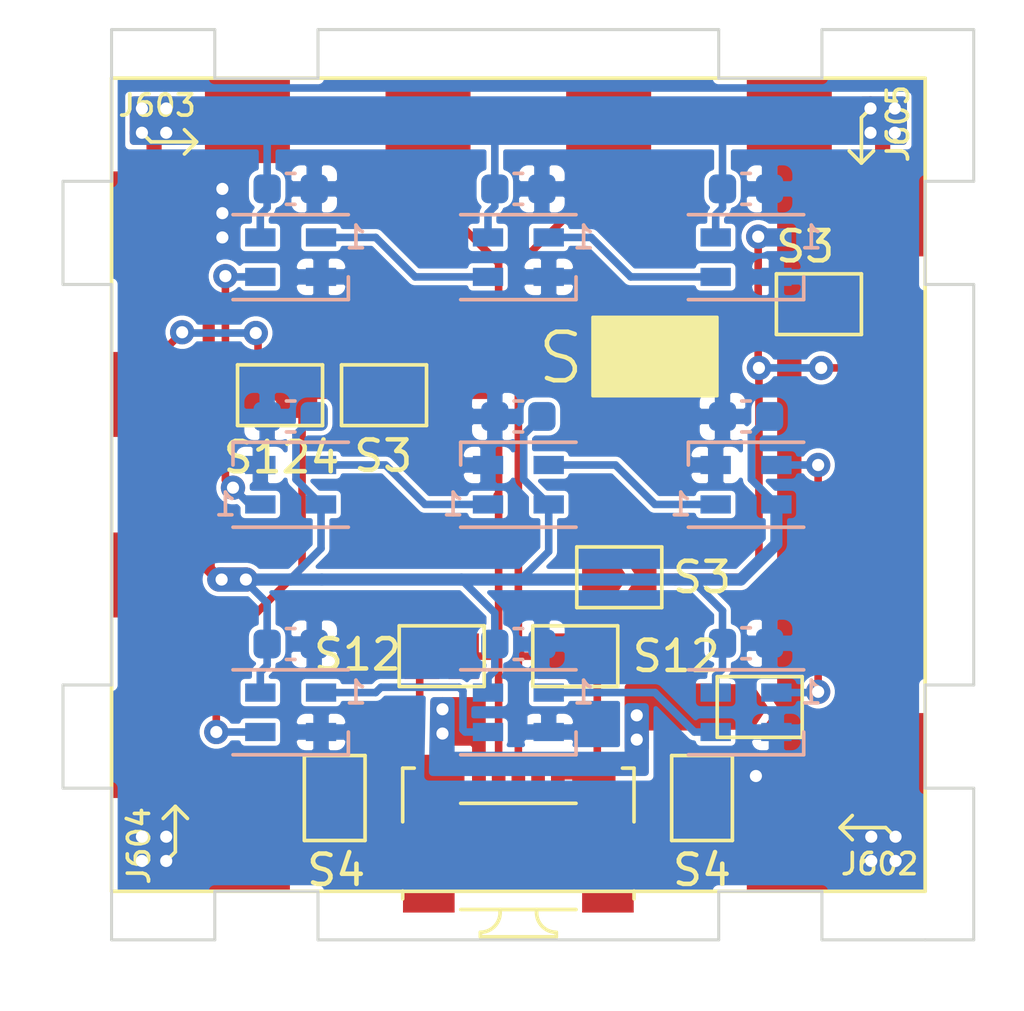
<source format=kicad_pcb>
(kicad_pcb (version 20171130) (host pcbnew 5.1.10)

  (general
    (thickness 1.6)
    (drawings 58)
    (tracks 217)
    (zones 0)
    (modules 33)
    (nets 26)
  )

  (page A4)
  (layers
    (0 F.Cu signal)
    (31 B.Cu signal)
    (32 B.Adhes user hide)
    (33 F.Adhes user hide)
    (34 B.Paste user hide)
    (35 F.Paste user hide)
    (36 B.SilkS user)
    (37 F.SilkS user)
    (38 B.Mask user hide)
    (39 F.Mask user hide)
    (40 Dwgs.User user)
    (41 Cmts.User user hide)
    (42 Eco1.User user hide)
    (43 Eco2.User user hide)
    (44 Edge.Cuts user)
    (45 Margin user hide)
    (46 B.CrtYd user)
    (47 F.CrtYd user)
    (48 B.Fab user hide)
    (49 F.Fab user)
  )

  (setup
    (last_trace_width 0.25)
    (trace_clearance 0.15)
    (zone_clearance 0.15)
    (zone_45_only yes)
    (trace_min 0.2)
    (via_size 0.8)
    (via_drill 0.4)
    (via_min_size 0.4)
    (via_min_drill 0.3)
    (uvia_size 0.3)
    (uvia_drill 0.1)
    (uvias_allowed no)
    (uvia_min_size 0.2)
    (uvia_min_drill 0.1)
    (edge_width 0.1)
    (segment_width 0.2)
    (pcb_text_width 0.3)
    (pcb_text_size 1.5 1.5)
    (mod_edge_width 0.15)
    (mod_text_size 1 1)
    (mod_text_width 0.15)
    (pad_size 1.524 1.524)
    (pad_drill 0.762)
    (pad_to_mask_clearance 0)
    (aux_axis_origin 0 0)
    (visible_elements FFFFFF7F)
    (pcbplotparams
      (layerselection 0x010fc_ffffffff)
      (usegerberextensions false)
      (usegerberattributes true)
      (usegerberadvancedattributes true)
      (creategerberjobfile true)
      (excludeedgelayer true)
      (linewidth 0.100000)
      (plotframeref false)
      (viasonmask false)
      (mode 1)
      (useauxorigin false)
      (hpglpennumber 1)
      (hpglpenspeed 20)
      (hpglpendiameter 15.000000)
      (psnegative false)
      (psa4output false)
      (plotreference true)
      (plotvalue true)
      (plotinvisibletext false)
      (padsonsilk false)
      (subtractmaskfromsilk false)
      (outputformat 1)
      (mirror false)
      (drillshape 1)
      (scaleselection 1)
      (outputdirectory ""))
  )

  (net 0 "")
  (net 1 GND)
  (net 2 VLED)
  (net 3 /LED_DIN)
  (net 4 /LED_DOUT)
  (net 5 "Net-(J601-Pad6)")
  (net 6 "Net-(J601-Pad4)")
  (net 7 /USB_DP)
  (net 8 /USB_DM)
  (net 9 VBUS)
  (net 10 "Net-(J602-Pad3)")
  (net 11 /MULTI_3B)
  (net 12 "Net-(J602-Pad1)")
  (net 13 "Net-(J604-Pad3)")
  (net 14 "Net-(J604-Pad2)")
  (net 15 "Net-(J605-Pad3)")
  (net 16 "Net-(D701-Pad1)")
  (net 17 "Net-(D702-Pad1)")
  (net 18 "Net-(D702-Pad3)")
  (net 19 "Net-(D703-Pad1)")
  (net 20 "Net-(D703-Pad3)")
  (net 21 "Net-(D704-Pad1)")
  (net 22 "Net-(D705-Pad1)")
  (net 23 "Net-(D706-Pad1)")
  (net 24 "Net-(SW601-Pad2)")
  (net 25 /MULTI_2B)

  (net_class Default "This is the default net class."
    (clearance 0.15)
    (trace_width 0.25)
    (via_dia 0.8)
    (via_drill 0.4)
    (uvia_dia 0.3)
    (uvia_drill 0.1)
    (add_net /LED_DIN)
    (add_net /LED_DOUT)
    (add_net /MULTI_2B)
    (add_net /MULTI_3B)
    (add_net /USB_DM)
    (add_net /USB_DP)
    (add_net GND)
    (add_net "Net-(D701-Pad1)")
    (add_net "Net-(D702-Pad1)")
    (add_net "Net-(D702-Pad3)")
    (add_net "Net-(D703-Pad1)")
    (add_net "Net-(D703-Pad3)")
    (add_net "Net-(D704-Pad1)")
    (add_net "Net-(D705-Pad1)")
    (add_net "Net-(D706-Pad1)")
    (add_net "Net-(J601-Pad4)")
    (add_net "Net-(J601-Pad6)")
    (add_net "Net-(J602-Pad1)")
    (add_net "Net-(J602-Pad3)")
    (add_net "Net-(J604-Pad2)")
    (add_net "Net-(J604-Pad3)")
    (add_net "Net-(J605-Pad3)")
    (add_net "Net-(SW601-Pad2)")
    (add_net VBUS)
    (add_net VLED)
  )

  (module leddie_parts:KSS241G (layer F.Cu) (tedit 60FBF4C1) (tstamp 60FC24DC)
    (at 105 75.65)
    (path /60564FBD)
    (fp_text reference SW601 (at 3.35 -4.95 180) (layer F.SilkS) hide
      (effects (font (size 1 1) (thickness 0.15)))
    )
    (fp_text value SW_Push (at 0 3.75) (layer F.Fab)
      (effects (font (size 1 1) (thickness 0.15)))
    )
    (fp_line (start -0.6 1.85) (end -0.6 1.75) (layer F.SilkS) (width 0.12))
    (fp_line (start 0.6 1.85) (end 0.6 1.75) (layer F.SilkS) (width 0.12))
    (fp_line (start -1.25 2.65) (end -1.25 2.5) (layer F.SilkS) (width 0.12))
    (fp_line (start 1.25 2.5) (end 1.25 2.65) (layer F.SilkS) (width 0.12))
    (fp_line (start -2.5 1.75) (end -2.5 -1.75) (layer F.Fab) (width 0.12))
    (fp_line (start 2.5 1.75) (end -2.5 1.75) (layer F.Fab) (width 0.12))
    (fp_line (start 2.5 -1.75) (end 2.5 1.7) (layer F.Fab) (width 0.12))
    (fp_line (start -2.5 -1.75) (end 2.5 -1.75) (layer F.Fab) (width 0.12))
    (fp_line (start 0 2.65) (end 1.25 2.65) (layer F.SilkS) (width 0.12))
    (fp_line (start -1.25 2.65) (end 0 2.65) (layer F.SilkS) (width 0.12))
    (fp_line (start 1.9 1.75) (end -1.9 1.75) (layer F.SilkS) (width 0.12))
    (fp_line (start 1.9 -1.75) (end -1.9 -1.75) (layer F.SilkS) (width 0.12))
    (fp_line (start -4.5 -2.5) (end 4.5 -2.5) (layer F.CrtYd) (width 0.12))
    (fp_line (start 4.5 -2.5) (end 4.5 3) (layer F.CrtYd) (width 0.12))
    (fp_line (start 4.5 3) (end -4.5 3) (layer F.CrtYd) (width 0.12))
    (fp_line (start -4.5 3) (end -4.5 -2.5) (layer F.CrtYd) (width 0.12))
    (fp_arc (start -1.25 1.85) (end -1.25 2.5) (angle -90) (layer F.SilkS) (width 0.12))
    (fp_arc (start 1.25 1.85) (end 0.6 1.85) (angle -90) (layer F.SilkS) (width 0.12))
    (pad 1 smd rect (at -2.95 0) (size 1.7 3.7) (layers F.Cu F.Paste F.Mask)
      (net 1 GND) (clearance 0.2))
    (pad 2 smd rect (at 2.95 0) (size 1.7 3.7) (layers F.Cu F.Paste F.Mask)
      (net 24 "Net-(SW601-Pad2)") (clearance 0.2))
  )

  (module Jumper:SolderJumper-2_P1.3mm_Open_TrianglePad1.0x1.5mm (layer F.Cu) (tedit 5A64794F) (tstamp 60E6E435)
    (at 108.325 66.45)
    (descr "SMD Solder Jumper, 1x1.5mm Triangular Pads, 0.3mm gap, open")
    (tags "solder jumper open")
    (path /6083494B)
    (attr virtual)
    (fp_text reference JP609 (at 0 -1.8) (layer F.SilkS) hide
      (effects (font (size 1 1) (thickness 0.15)))
    )
    (fp_text value s3 (at 2.675 0) (layer F.Fab)
      (effects (font (size 1 1) (thickness 0.15)))
    )
    (fp_line (start 1.65 1.25) (end -1.65 1.25) (layer F.CrtYd) (width 0.05))
    (fp_line (start 1.65 1.25) (end 1.65 -1.25) (layer F.CrtYd) (width 0.05))
    (fp_line (start -1.65 -1.25) (end -1.65 1.25) (layer F.CrtYd) (width 0.05))
    (fp_line (start -1.65 -1.25) (end 1.65 -1.25) (layer F.CrtYd) (width 0.05))
    (fp_line (start -1.4 -1) (end 1.4 -1) (layer F.SilkS) (width 0.12))
    (fp_line (start 1.4 -1) (end 1.4 1) (layer F.SilkS) (width 0.12))
    (fp_line (start 1.4 1) (end -1.4 1) (layer F.SilkS) (width 0.12))
    (fp_line (start -1.4 1) (end -1.4 -1) (layer F.SilkS) (width 0.12))
    (pad 1 smd custom (at -0.725 0) (size 0.3 0.3) (layers F.Cu F.Mask)
      (net 11 /MULTI_3B) (zone_connect 2)
      (options (clearance outline) (anchor rect))
      (primitives
        (gr_poly (pts
           (xy -0.5 -0.75) (xy 0.5 -0.75) (xy 1 0) (xy 0.5 0.75) (xy -0.5 0.75)
) (width 0))
      ))
    (pad 2 smd custom (at 0.725 0) (size 0.3 0.3) (layers F.Cu F.Mask)
      (net 4 /LED_DOUT) (zone_connect 2)
      (options (clearance outline) (anchor rect))
      (primitives
        (gr_poly (pts
           (xy -0.65 -0.75) (xy 0.5 -0.75) (xy 0.5 0.75) (xy -0.65 0.75) (xy -0.15 0)
) (width 0))
      ))
  )

  (module Jumper:SolderJumper-2_P1.3mm_Open_TrianglePad1.0x1.5mm (layer F.Cu) (tedit 5A64794F) (tstamp 6122788D)
    (at 97.15 60.45 180)
    (descr "SMD Solder Jumper, 1x1.5mm Triangular Pads, 0.3mm gap, open")
    (tags "solder jumper open")
    (path /60803ACC)
    (attr virtual)
    (fp_text reference JP608 (at 0 -1.8) (layer F.SilkS) hide
      (effects (font (size 1 1) (thickness 0.15)))
    )
    (fp_text value s124 (at 0 1.9) (layer F.Fab)
      (effects (font (size 1 1) (thickness 0.15)))
    )
    (fp_line (start 1.65 1.25) (end -1.65 1.25) (layer F.CrtYd) (width 0.05))
    (fp_line (start 1.65 1.25) (end 1.65 -1.25) (layer F.CrtYd) (width 0.05))
    (fp_line (start -1.65 -1.25) (end -1.65 1.25) (layer F.CrtYd) (width 0.05))
    (fp_line (start -1.65 -1.25) (end 1.65 -1.25) (layer F.CrtYd) (width 0.05))
    (fp_line (start -1.4 -1) (end 1.4 -1) (layer F.SilkS) (width 0.12))
    (fp_line (start 1.4 -1) (end 1.4 1) (layer F.SilkS) (width 0.12))
    (fp_line (start 1.4 1) (end -1.4 1) (layer F.SilkS) (width 0.12))
    (fp_line (start -1.4 1) (end -1.4 -1) (layer F.SilkS) (width 0.12))
    (pad 1 smd custom (at -0.725 0 180) (size 0.3 0.3) (layers F.Cu F.Mask)
      (net 3 /LED_DIN) (zone_connect 2)
      (options (clearance outline) (anchor rect))
      (primitives
        (gr_poly (pts
           (xy -0.5 -0.75) (xy 0.5 -0.75) (xy 1 0) (xy 0.5 0.75) (xy -0.5 0.75)
) (width 0))
      ))
    (pad 2 smd custom (at 0.725 0 180) (size 0.3 0.3) (layers F.Cu F.Mask)
      (net 13 "Net-(J604-Pad3)") (zone_connect 2)
      (options (clearance outline) (anchor rect))
      (primitives
        (gr_poly (pts
           (xy -0.65 -0.75) (xy 0.5 -0.75) (xy 0.5 0.75) (xy -0.65 0.75) (xy -0.15 0)
) (width 0))
      ))
  )

  (module Jumper:SolderJumper-2_P1.3mm_Open_TrianglePad1.0x1.5mm (layer F.Cu) (tedit 5A64794F) (tstamp 61223E44)
    (at 100.575 60.45)
    (descr "SMD Solder Jumper, 1x1.5mm Triangular Pads, 0.3mm gap, open")
    (tags "solder jumper open")
    (path /60801632)
    (attr virtual)
    (fp_text reference JP607 (at 0 -1.8) (layer F.SilkS) hide
      (effects (font (size 1 1) (thickness 0.15)))
    )
    (fp_text value s3 (at 0.025 -2.025) (layer F.Fab)
      (effects (font (size 1 1) (thickness 0.15)))
    )
    (fp_line (start 1.65 1.25) (end -1.65 1.25) (layer F.CrtYd) (width 0.05))
    (fp_line (start 1.65 1.25) (end 1.65 -1.25) (layer F.CrtYd) (width 0.05))
    (fp_line (start -1.65 -1.25) (end -1.65 1.25) (layer F.CrtYd) (width 0.05))
    (fp_line (start -1.65 -1.25) (end 1.65 -1.25) (layer F.CrtYd) (width 0.05))
    (fp_line (start -1.4 -1) (end 1.4 -1) (layer F.SilkS) (width 0.12))
    (fp_line (start 1.4 -1) (end 1.4 1) (layer F.SilkS) (width 0.12))
    (fp_line (start 1.4 1) (end -1.4 1) (layer F.SilkS) (width 0.12))
    (fp_line (start -1.4 1) (end -1.4 -1) (layer F.SilkS) (width 0.12))
    (pad 1 smd custom (at -0.725 0) (size 0.3 0.3) (layers F.Cu F.Mask)
      (net 3 /LED_DIN) (zone_connect 2)
      (options (clearance outline) (anchor rect))
      (primitives
        (gr_poly (pts
           (xy -0.5 -0.75) (xy 0.5 -0.75) (xy 1 0) (xy 0.5 0.75) (xy -0.5 0.75)
) (width 0))
      ))
    (pad 2 smd custom (at 0.725 0) (size 0.3 0.3) (layers F.Cu F.Mask)
      (net 8 /USB_DM) (zone_connect 2)
      (options (clearance outline) (anchor rect))
      (primitives
        (gr_poly (pts
           (xy -0.65 -0.75) (xy 0.5 -0.75) (xy 0.5 0.75) (xy -0.65 0.75) (xy -0.15 0)
) (width 0))
      ))
  )

  (module Jumper:SolderJumper-2_P1.3mm_Open_TrianglePad1.0x1.5mm (layer F.Cu) (tedit 5A64794F) (tstamp 60E76A87)
    (at 102.475 69.05 180)
    (descr "SMD Solder Jumper, 1x1.5mm Triangular Pads, 0.3mm gap, open")
    (tags "solder jumper open")
    (path /608879D6)
    (attr virtual)
    (fp_text reference JP606 (at 0 -1.8) (layer F.SilkS) hide
      (effects (font (size 1 1) (thickness 0.15)))
    )
    (fp_text value s12 (at 0 1.9) (layer F.Fab)
      (effects (font (size 1 1) (thickness 0.15)))
    )
    (fp_line (start 1.65 1.25) (end -1.65 1.25) (layer F.CrtYd) (width 0.05))
    (fp_line (start 1.65 1.25) (end 1.65 -1.25) (layer F.CrtYd) (width 0.05))
    (fp_line (start -1.65 -1.25) (end -1.65 1.25) (layer F.CrtYd) (width 0.05))
    (fp_line (start -1.65 -1.25) (end 1.65 -1.25) (layer F.CrtYd) (width 0.05))
    (fp_line (start -1.4 -1) (end 1.4 -1) (layer F.SilkS) (width 0.12))
    (fp_line (start 1.4 -1) (end 1.4 1) (layer F.SilkS) (width 0.12))
    (fp_line (start 1.4 1) (end -1.4 1) (layer F.SilkS) (width 0.12))
    (fp_line (start -1.4 1) (end -1.4 -1) (layer F.SilkS) (width 0.12))
    (pad 1 smd custom (at -0.725 0 180) (size 0.3 0.3) (layers F.Cu F.Mask)
      (net 8 /USB_DM) (zone_connect 2)
      (options (clearance outline) (anchor rect))
      (primitives
        (gr_poly (pts
           (xy -0.5 -0.75) (xy 0.5 -0.75) (xy 1 0) (xy 0.5 0.75) (xy -0.5 0.75)
) (width 0))
      ))
    (pad 2 smd custom (at 0.725 0 180) (size 0.3 0.3) (layers F.Cu F.Mask)
      (net 25 /MULTI_2B) (zone_connect 2)
      (options (clearance outline) (anchor rect))
      (primitives
        (gr_poly (pts
           (xy -0.65 -0.75) (xy 0.5 -0.75) (xy 0.5 0.75) (xy -0.65 0.75) (xy -0.15 0)
) (width 0))
      ))
  )

  (module Jumper:SolderJumper-2_P1.3mm_Open_TrianglePad1.0x1.5mm (layer F.Cu) (tedit 5A64794F) (tstamp 60E6E3FD)
    (at 106.875 69.05)
    (descr "SMD Solder Jumper, 1x1.5mm Triangular Pads, 0.3mm gap, open")
    (tags "solder jumper open")
    (path /607B4271)
    (attr virtual)
    (fp_text reference JP605 (at 0 -1.8) (layer F.SilkS) hide
      (effects (font (size 1 1) (thickness 0.15)))
    )
    (fp_text value s12 (at 0.075 -1.9) (layer F.Fab)
      (effects (font (size 1 1) (thickness 0.15)))
    )
    (fp_line (start 1.65 1.25) (end -1.65 1.25) (layer F.CrtYd) (width 0.05))
    (fp_line (start 1.65 1.25) (end 1.65 -1.25) (layer F.CrtYd) (width 0.05))
    (fp_line (start -1.65 -1.25) (end -1.65 1.25) (layer F.CrtYd) (width 0.05))
    (fp_line (start -1.65 -1.25) (end 1.65 -1.25) (layer F.CrtYd) (width 0.05))
    (fp_line (start -1.4 -1) (end 1.4 -1) (layer F.SilkS) (width 0.12))
    (fp_line (start 1.4 -1) (end 1.4 1) (layer F.SilkS) (width 0.12))
    (fp_line (start 1.4 1) (end -1.4 1) (layer F.SilkS) (width 0.12))
    (fp_line (start -1.4 1) (end -1.4 -1) (layer F.SilkS) (width 0.12))
    (pad 1 smd custom (at -0.725 0) (size 0.3 0.3) (layers F.Cu F.Mask)
      (net 7 /USB_DP) (zone_connect 2)
      (options (clearance outline) (anchor rect))
      (primitives
        (gr_poly (pts
           (xy -0.5 -0.75) (xy 0.5 -0.75) (xy 1 0) (xy 0.5 0.75) (xy -0.5 0.75)
) (width 0))
      ))
    (pad 2 smd custom (at 0.725 0) (size 0.3 0.3) (layers F.Cu F.Mask)
      (net 11 /MULTI_3B) (zone_connect 2)
      (options (clearance outline) (anchor rect))
      (primitives
        (gr_poly (pts
           (xy -0.65 -0.75) (xy 0.5 -0.75) (xy 0.5 0.75) (xy -0.65 0.75) (xy -0.15 0)
) (width 0))
      ))
  )

  (module Jumper:SolderJumper-2_P1.3mm_Open_TrianglePad1.0x1.5mm (layer F.Cu) (tedit 5A64794F) (tstamp 60E6E3EF)
    (at 112.95 70.725)
    (descr "SMD Solder Jumper, 1x1.5mm Triangular Pads, 0.3mm gap, open")
    (tags "solder jumper open")
    (path /60606EBB)
    (attr virtual)
    (fp_text reference JP604 (at 0 -1.8) (layer F.SilkS) hide
      (effects (font (size 1 1) (thickness 0.15)))
    )
    (fp_text value s4 (at -0.05 2.15) (layer F.Fab)
      (effects (font (size 1 1) (thickness 0.15)))
    )
    (fp_line (start 1.65 1.25) (end -1.65 1.25) (layer F.CrtYd) (width 0.05))
    (fp_line (start 1.65 1.25) (end 1.65 -1.25) (layer F.CrtYd) (width 0.05))
    (fp_line (start -1.65 -1.25) (end -1.65 1.25) (layer F.CrtYd) (width 0.05))
    (fp_line (start -1.65 -1.25) (end 1.65 -1.25) (layer F.CrtYd) (width 0.05))
    (fp_line (start -1.4 -1) (end 1.4 -1) (layer F.SilkS) (width 0.12))
    (fp_line (start 1.4 -1) (end 1.4 1) (layer F.SilkS) (width 0.12))
    (fp_line (start 1.4 1) (end -1.4 1) (layer F.SilkS) (width 0.12))
    (fp_line (start -1.4 1) (end -1.4 -1) (layer F.SilkS) (width 0.12))
    (pad 1 smd custom (at -0.725 0) (size 0.3 0.3) (layers F.Cu F.Mask)
      (net 9 VBUS) (zone_connect 2)
      (options (clearance outline) (anchor rect))
      (primitives
        (gr_poly (pts
           (xy -0.5 -0.75) (xy 0.5 -0.75) (xy 1 0) (xy 0.5 0.75) (xy -0.5 0.75)
) (width 0))
      ))
    (pad 2 smd custom (at 0.725 0) (size 0.3 0.3) (layers F.Cu F.Mask)
      (net 12 "Net-(J602-Pad1)") (zone_connect 2)
      (options (clearance outline) (anchor rect))
      (primitives
        (gr_poly (pts
           (xy -0.65 -0.75) (xy 0.5 -0.75) (xy 0.5 0.75) (xy -0.65 0.75) (xy -0.15 0)
) (width 0))
      ))
  )

  (module Jumper:SolderJumper-2_P1.3mm_Open_TrianglePad1.0x1.5mm (layer F.Cu) (tedit 5A64794F) (tstamp 60E6E3E1)
    (at 114.9 57.45 180)
    (descr "SMD Solder Jumper, 1x1.5mm Triangular Pads, 0.3mm gap, open")
    (tags "solder jumper open")
    (path /605AA1AC)
    (attr virtual)
    (fp_text reference JP603 (at 0 -1.8) (layer F.SilkS) hide
      (effects (font (size 1 1) (thickness 0.15)))
    )
    (fp_text value s3 (at 0 1.9) (layer F.Fab)
      (effects (font (size 1 1) (thickness 0.15)))
    )
    (fp_line (start 1.65 1.25) (end -1.65 1.25) (layer F.CrtYd) (width 0.05))
    (fp_line (start 1.65 1.25) (end 1.65 -1.25) (layer F.CrtYd) (width 0.05))
    (fp_line (start -1.65 -1.25) (end -1.65 1.25) (layer F.CrtYd) (width 0.05))
    (fp_line (start -1.65 -1.25) (end 1.65 -1.25) (layer F.CrtYd) (width 0.05))
    (fp_line (start -1.4 -1) (end 1.4 -1) (layer F.SilkS) (width 0.12))
    (fp_line (start 1.4 -1) (end 1.4 1) (layer F.SilkS) (width 0.12))
    (fp_line (start 1.4 1) (end -1.4 1) (layer F.SilkS) (width 0.12))
    (fp_line (start -1.4 1) (end -1.4 -1) (layer F.SilkS) (width 0.12))
    (pad 1 smd custom (at -0.725 0 180) (size 0.3 0.3) (layers F.Cu F.Mask)
      (net 2 VLED) (zone_connect 2)
      (options (clearance outline) (anchor rect))
      (primitives
        (gr_poly (pts
           (xy -0.5 -0.75) (xy 0.5 -0.75) (xy 1 0) (xy 0.5 0.75) (xy -0.5 0.75)
) (width 0))
      ))
    (pad 2 smd custom (at 0.725 0 180) (size 0.3 0.3) (layers F.Cu F.Mask)
      (net 12 "Net-(J602-Pad1)") (zone_connect 2)
      (options (clearance outline) (anchor rect))
      (primitives
        (gr_poly (pts
           (xy -0.65 -0.75) (xy 0.5 -0.75) (xy 0.5 0.75) (xy -0.65 0.75) (xy -0.15 0)
) (width 0))
      ))
  )

  (module Jumper:SolderJumper-2_P1.3mm_Open_TrianglePad1.0x1.5mm (layer F.Cu) (tedit 5A64794F) (tstamp 60FC2484)
    (at 111.05 73.725 90)
    (descr "SMD Solder Jumper, 1x1.5mm Triangular Pads, 0.3mm gap, open")
    (tags "solder jumper open")
    (path /60A0C5F6)
    (attr virtual)
    (fp_text reference JP602 (at 0 -1.8 90) (layer F.SilkS) hide
      (effects (font (size 1 1) (thickness 0.15)))
    )
    (fp_text value s4 (at -2.275 0.05 180) (layer F.Fab)
      (effects (font (size 1 1) (thickness 0.15)))
    )
    (fp_line (start 1.65 1.25) (end -1.65 1.25) (layer F.CrtYd) (width 0.05))
    (fp_line (start 1.65 1.25) (end 1.65 -1.25) (layer F.CrtYd) (width 0.05))
    (fp_line (start -1.65 -1.25) (end -1.65 1.25) (layer F.CrtYd) (width 0.05))
    (fp_line (start -1.65 -1.25) (end 1.65 -1.25) (layer F.CrtYd) (width 0.05))
    (fp_line (start -1.4 -1) (end 1.4 -1) (layer F.SilkS) (width 0.12))
    (fp_line (start 1.4 -1) (end 1.4 1) (layer F.SilkS) (width 0.12))
    (fp_line (start 1.4 1) (end -1.4 1) (layer F.SilkS) (width 0.12))
    (fp_line (start -1.4 1) (end -1.4 -1) (layer F.SilkS) (width 0.12))
    (pad 1 smd custom (at -0.725 0 90) (size 0.3 0.3) (layers F.Cu F.Mask)
      (net 5 "Net-(J601-Pad6)") (zone_connect 2)
      (options (clearance outline) (anchor rect))
      (primitives
        (gr_poly (pts
           (xy -0.5 -0.75) (xy 0.5 -0.75) (xy 1 0) (xy 0.5 0.75) (xy -0.5 0.75)
) (width 0))
      ))
    (pad 2 smd custom (at 0.725 0 90) (size 0.3 0.3) (layers F.Cu F.Mask)
      (net 1 GND) (zone_connect 2)
      (options (clearance outline) (anchor rect))
      (primitives
        (gr_poly (pts
           (xy -0.65 -0.75) (xy 0.5 -0.75) (xy 0.5 0.75) (xy -0.65 0.75) (xy -0.15 0)
) (width 0))
      ))
  )

  (module Jumper:SolderJumper-2_P1.3mm_Open_TrianglePad1.0x1.5mm (layer F.Cu) (tedit 5A64794F) (tstamp 60FC24AB)
    (at 98.95 73.725 90)
    (descr "SMD Solder Jumper, 1x1.5mm Triangular Pads, 0.3mm gap, open")
    (tags "solder jumper open")
    (path /60559F6A)
    (attr virtual)
    (fp_text reference JP601 (at 0 -1.8 90) (layer F.SilkS) hide
      (effects (font (size 1 1) (thickness 0.15)))
    )
    (fp_text value s4 (at -2.275 0.4 180) (layer F.Fab)
      (effects (font (size 1 1) (thickness 0.15)))
    )
    (fp_line (start 1.65 1.25) (end -1.65 1.25) (layer F.CrtYd) (width 0.05))
    (fp_line (start 1.65 1.25) (end 1.65 -1.25) (layer F.CrtYd) (width 0.05))
    (fp_line (start -1.65 -1.25) (end -1.65 1.25) (layer F.CrtYd) (width 0.05))
    (fp_line (start -1.65 -1.25) (end 1.65 -1.25) (layer F.CrtYd) (width 0.05))
    (fp_line (start -1.4 -1) (end 1.4 -1) (layer F.SilkS) (width 0.12))
    (fp_line (start 1.4 -1) (end 1.4 1) (layer F.SilkS) (width 0.12))
    (fp_line (start 1.4 1) (end -1.4 1) (layer F.SilkS) (width 0.12))
    (fp_line (start -1.4 1) (end -1.4 -1) (layer F.SilkS) (width 0.12))
    (pad 1 smd custom (at -0.725 0 90) (size 0.3 0.3) (layers F.Cu F.Mask)
      (net 5 "Net-(J601-Pad6)") (zone_connect 2)
      (options (clearance outline) (anchor rect))
      (primitives
        (gr_poly (pts
           (xy -0.5 -0.75) (xy 0.5 -0.75) (xy 1 0) (xy 0.5 0.75) (xy -0.5 0.75)
) (width 0))
      ))
    (pad 2 smd custom (at 0.725 0 90) (size 0.3 0.3) (layers F.Cu F.Mask)
      (net 1 GND) (zone_connect 2)
      (options (clearance outline) (anchor rect))
      (primitives
        (gr_poly (pts
           (xy -0.65 -0.75) (xy 0.5 -0.75) (xy 0.5 0.75) (xy -0.65 0.75) (xy -0.15 0)
) (width 0))
      ))
  )

  (module LED_SMD:LED_SK6805_PLCC4_2.4x2.7mm_P1.3mm (layer B.Cu) (tedit 5AA4B1EE) (tstamp 61227DA2)
    (at 112.5 55.9 180)
    (descr https://cdn-shop.adafruit.com/product-files/3484/3484_Datasheet.pdf)
    (tags "LED RGB NeoPixel Nano")
    (path /6052A1F5/605D0E99)
    (attr smd)
    (fp_text reference D709 (at 0 2.2) (layer B.SilkS) hide
      (effects (font (size 1 1) (thickness 0.15)) (justify mirror))
    )
    (fp_text value SK6805 (at 0 -2.7) (layer B.Fab)
      (effects (font (size 1 1) (thickness 0.15)) (justify mirror))
    )
    (fp_circle (center 0 0) (end 0 1) (layer B.Fab) (width 0.1))
    (fp_line (start -1.9 -1.4) (end -1.9 -0.65) (layer B.SilkS) (width 0.12))
    (fp_line (start -1.9 -1.4) (end 1.9 -1.4) (layer B.SilkS) (width 0.12))
    (fp_line (start -1.9 1.4) (end 1.9 1.4) (layer B.SilkS) (width 0.12))
    (fp_line (start 1.35 1.2) (end -1.35 1.2) (layer B.Fab) (width 0.1))
    (fp_line (start 1.35 -1.2) (end 1.35 1.2) (layer B.Fab) (width 0.1))
    (fp_line (start -1.35 -1.2) (end 1.35 -1.2) (layer B.Fab) (width 0.1))
    (fp_line (start -1.35 1.2) (end -1.35 -1.2) (layer B.Fab) (width 0.1))
    (fp_line (start -1.35 -0.6) (end -0.75 -1.2) (layer B.Fab) (width 0.1))
    (fp_line (start -1.75 1.45) (end -1.75 -1.45) (layer B.CrtYd) (width 0.05))
    (fp_line (start -1.75 -1.45) (end 1.75 -1.45) (layer B.CrtYd) (width 0.05))
    (fp_line (start 1.75 -1.45) (end 1.75 1.45) (layer B.CrtYd) (width 0.05))
    (fp_line (start 1.75 1.45) (end -1.75 1.45) (layer B.CrtYd) (width 0.05))
    (fp_text user %R (at 0 0) (layer B.Fab)
      (effects (font (size 0.4 0.4) (thickness 0.08)) (justify mirror))
    )
    (fp_text user 1 (at -2.15 0.65) (layer B.SilkS)
      (effects (font (size 0.75 0.75) (thickness 0.12)) (justify mirror))
    )
    (pad 1 smd rect (at -1 0.65 180) (size 1 0.6) (layers B.Cu B.Paste B.Mask)
      (net 4 /LED_DOUT))
    (pad 2 smd rect (at -1 -0.65 180) (size 1 0.6) (layers B.Cu B.Paste B.Mask)
      (net 1 GND))
    (pad 4 smd rect (at 1 0.65 180) (size 1 0.6) (layers B.Cu B.Paste B.Mask)
      (net 2 VLED))
    (pad 3 smd rect (at 1 -0.65 180) (size 1 0.6) (layers B.Cu B.Paste B.Mask)
      (net 23 "Net-(D706-Pad1)"))
    (model ${KISYS3DMOD}/LED_SMD.3dshapes/LED_SK6805_PLCC4_2.4x2.7mm_P1.3mm.wrl
      (at (xyz 0 0 0))
      (scale (xyz 1 1 1))
      (rotate (xyz 0 0 0))
    )
  )

  (module LED_SMD:LED_SK6805_PLCC4_2.4x2.7mm_P1.3mm (layer B.Cu) (tedit 5AA4B1EE) (tstamp 60E6F78B)
    (at 97.5 63.4)
    (descr https://cdn-shop.adafruit.com/product-files/3484/3484_Datasheet.pdf)
    (tags "LED RGB NeoPixel Nano")
    (path /6052A1F5/605BB090)
    (attr smd)
    (fp_text reference D708 (at 0 2.2) (layer B.SilkS) hide
      (effects (font (size 1 1) (thickness 0.15)) (justify mirror))
    )
    (fp_text value SK6805 (at 0 -2.7) (layer B.Fab)
      (effects (font (size 1 1) (thickness 0.15)) (justify mirror))
    )
    (fp_circle (center 0 0) (end 0 1) (layer B.Fab) (width 0.1))
    (fp_line (start -1.9 -1.4) (end -1.9 -0.65) (layer B.SilkS) (width 0.12))
    (fp_line (start -1.9 -1.4) (end 1.9 -1.4) (layer B.SilkS) (width 0.12))
    (fp_line (start -1.9 1.4) (end 1.9 1.4) (layer B.SilkS) (width 0.12))
    (fp_line (start 1.35 1.2) (end -1.35 1.2) (layer B.Fab) (width 0.1))
    (fp_line (start 1.35 -1.2) (end 1.35 1.2) (layer B.Fab) (width 0.1))
    (fp_line (start -1.35 -1.2) (end 1.35 -1.2) (layer B.Fab) (width 0.1))
    (fp_line (start -1.35 1.2) (end -1.35 -1.2) (layer B.Fab) (width 0.1))
    (fp_line (start -1.35 -0.6) (end -0.75 -1.2) (layer B.Fab) (width 0.1))
    (fp_line (start -1.75 1.45) (end -1.75 -1.45) (layer B.CrtYd) (width 0.05))
    (fp_line (start -1.75 -1.45) (end 1.75 -1.45) (layer B.CrtYd) (width 0.05))
    (fp_line (start 1.75 -1.45) (end 1.75 1.45) (layer B.CrtYd) (width 0.05))
    (fp_line (start 1.75 1.45) (end -1.75 1.45) (layer B.CrtYd) (width 0.05))
    (fp_text user %R (at 0 0) (layer B.Fab)
      (effects (font (size 0.4 0.4) (thickness 0.08)) (justify mirror))
    )
    (fp_text user 1 (at -2.15 0.65) (layer B.SilkS)
      (effects (font (size 0.75 0.75) (thickness 0.12)) (justify mirror))
    )
    (pad 1 smd rect (at -1 0.65) (size 1 0.6) (layers B.Cu B.Paste B.Mask)
      (net 20 "Net-(D703-Pad3)"))
    (pad 2 smd rect (at -1 -0.65) (size 1 0.6) (layers B.Cu B.Paste B.Mask)
      (net 1 GND))
    (pad 4 smd rect (at 1 0.65) (size 1 0.6) (layers B.Cu B.Paste B.Mask)
      (net 2 VLED))
    (pad 3 smd rect (at 1 -0.65) (size 1 0.6) (layers B.Cu B.Paste B.Mask)
      (net 22 "Net-(D705-Pad1)"))
    (model ${KISYS3DMOD}/LED_SMD.3dshapes/LED_SK6805_PLCC4_2.4x2.7mm_P1.3mm.wrl
      (at (xyz 0 0 0))
      (scale (xyz 1 1 1))
      (rotate (xyz 0 0 0))
    )
  )

  (module LED_SMD:LED_SK6805_PLCC4_2.4x2.7mm_P1.3mm (layer B.Cu) (tedit 5AA4B1EE) (tstamp 61227EEF)
    (at 112.5 70.9 180)
    (descr https://cdn-shop.adafruit.com/product-files/3484/3484_Datasheet.pdf)
    (tags "LED RGB NeoPixel Nano")
    (path /6052A1F5/6059DA5A)
    (attr smd)
    (fp_text reference D707 (at 0 2.2) (layer B.SilkS) hide
      (effects (font (size 1 1) (thickness 0.15)) (justify mirror))
    )
    (fp_text value SK6805 (at 0 -2.7) (layer B.Fab)
      (effects (font (size 1 1) (thickness 0.15)) (justify mirror))
    )
    (fp_circle (center 0 0) (end 0 1) (layer B.Fab) (width 0.1))
    (fp_line (start -1.9 -1.4) (end -1.9 -0.65) (layer B.SilkS) (width 0.12))
    (fp_line (start -1.9 -1.4) (end 1.9 -1.4) (layer B.SilkS) (width 0.12))
    (fp_line (start -1.9 1.4) (end 1.9 1.4) (layer B.SilkS) (width 0.12))
    (fp_line (start 1.35 1.2) (end -1.35 1.2) (layer B.Fab) (width 0.1))
    (fp_line (start 1.35 -1.2) (end 1.35 1.2) (layer B.Fab) (width 0.1))
    (fp_line (start -1.35 -1.2) (end 1.35 -1.2) (layer B.Fab) (width 0.1))
    (fp_line (start -1.35 1.2) (end -1.35 -1.2) (layer B.Fab) (width 0.1))
    (fp_line (start -1.35 -0.6) (end -0.75 -1.2) (layer B.Fab) (width 0.1))
    (fp_line (start -1.75 1.45) (end -1.75 -1.45) (layer B.CrtYd) (width 0.05))
    (fp_line (start -1.75 -1.45) (end 1.75 -1.45) (layer B.CrtYd) (width 0.05))
    (fp_line (start 1.75 -1.45) (end 1.75 1.45) (layer B.CrtYd) (width 0.05))
    (fp_line (start 1.75 1.45) (end -1.75 1.45) (layer B.CrtYd) (width 0.05))
    (fp_text user %R (at 0 0) (layer B.Fab)
      (effects (font (size 0.4 0.4) (thickness 0.08)) (justify mirror))
    )
    (fp_text user 1 (at -2.15 0.65) (layer B.SilkS)
      (effects (font (size 0.75 0.75) (thickness 0.12)) (justify mirror))
    )
    (pad 1 smd rect (at -1 0.65 180) (size 1 0.6) (layers B.Cu B.Paste B.Mask)
      (net 18 "Net-(D702-Pad3)"))
    (pad 2 smd rect (at -1 -0.65 180) (size 1 0.6) (layers B.Cu B.Paste B.Mask)
      (net 1 GND))
    (pad 4 smd rect (at 1 0.65 180) (size 1 0.6) (layers B.Cu B.Paste B.Mask)
      (net 2 VLED))
    (pad 3 smd rect (at 1 -0.65 180) (size 1 0.6) (layers B.Cu B.Paste B.Mask)
      (net 21 "Net-(D704-Pad1)"))
    (model ${KISYS3DMOD}/LED_SMD.3dshapes/LED_SK6805_PLCC4_2.4x2.7mm_P1.3mm.wrl
      (at (xyz 0 0 0))
      (scale (xyz 1 1 1))
      (rotate (xyz 0 0 0))
    )
  )

  (module LED_SMD:LED_SK6805_PLCC4_2.4x2.7mm_P1.3mm (layer B.Cu) (tedit 5AA4B1EE) (tstamp 61227C55)
    (at 105 55.9 180)
    (descr https://cdn-shop.adafruit.com/product-files/3484/3484_Datasheet.pdf)
    (tags "LED RGB NeoPixel Nano")
    (path /6052A1F5/605D0E75)
    (attr smd)
    (fp_text reference D706 (at 0 2.2) (layer B.SilkS) hide
      (effects (font (size 1 1) (thickness 0.15)) (justify mirror))
    )
    (fp_text value SK6805 (at 0 -2.7) (layer B.Fab)
      (effects (font (size 1 1) (thickness 0.15)) (justify mirror))
    )
    (fp_circle (center 0 0) (end 0 1) (layer B.Fab) (width 0.1))
    (fp_line (start -1.9 -1.4) (end -1.9 -0.65) (layer B.SilkS) (width 0.12))
    (fp_line (start -1.9 -1.4) (end 1.9 -1.4) (layer B.SilkS) (width 0.12))
    (fp_line (start -1.9 1.4) (end 1.9 1.4) (layer B.SilkS) (width 0.12))
    (fp_line (start 1.35 1.2) (end -1.35 1.2) (layer B.Fab) (width 0.1))
    (fp_line (start 1.35 -1.2) (end 1.35 1.2) (layer B.Fab) (width 0.1))
    (fp_line (start -1.35 -1.2) (end 1.35 -1.2) (layer B.Fab) (width 0.1))
    (fp_line (start -1.35 1.2) (end -1.35 -1.2) (layer B.Fab) (width 0.1))
    (fp_line (start -1.35 -0.6) (end -0.75 -1.2) (layer B.Fab) (width 0.1))
    (fp_line (start -1.75 1.45) (end -1.75 -1.45) (layer B.CrtYd) (width 0.05))
    (fp_line (start -1.75 -1.45) (end 1.75 -1.45) (layer B.CrtYd) (width 0.05))
    (fp_line (start 1.75 -1.45) (end 1.75 1.45) (layer B.CrtYd) (width 0.05))
    (fp_line (start 1.75 1.45) (end -1.75 1.45) (layer B.CrtYd) (width 0.05))
    (fp_text user %R (at 0 0) (layer B.Fab)
      (effects (font (size 0.4 0.4) (thickness 0.08)) (justify mirror))
    )
    (fp_text user 1 (at -2.15 0.65) (layer B.SilkS)
      (effects (font (size 0.75 0.75) (thickness 0.12)) (justify mirror))
    )
    (pad 1 smd rect (at -1 0.65 180) (size 1 0.6) (layers B.Cu B.Paste B.Mask)
      (net 23 "Net-(D706-Pad1)"))
    (pad 2 smd rect (at -1 -0.65 180) (size 1 0.6) (layers B.Cu B.Paste B.Mask)
      (net 1 GND))
    (pad 4 smd rect (at 1 0.65 180) (size 1 0.6) (layers B.Cu B.Paste B.Mask)
      (net 2 VLED))
    (pad 3 smd rect (at 1 -0.65 180) (size 1 0.6) (layers B.Cu B.Paste B.Mask)
      (net 19 "Net-(D703-Pad1)"))
    (model ${KISYS3DMOD}/LED_SMD.3dshapes/LED_SK6805_PLCC4_2.4x2.7mm_P1.3mm.wrl
      (at (xyz 0 0 0))
      (scale (xyz 1 1 1))
      (rotate (xyz 0 0 0))
    )
  )

  (module LED_SMD:LED_SK6805_PLCC4_2.4x2.7mm_P1.3mm (layer B.Cu) (tedit 5AA4B1EE) (tstamp 60E6F746)
    (at 105 63.4)
    (descr https://cdn-shop.adafruit.com/product-files/3484/3484_Datasheet.pdf)
    (tags "LED RGB NeoPixel Nano")
    (path /6052A1F5/605BB06C)
    (attr smd)
    (fp_text reference D705 (at 0 2.2) (layer B.SilkS) hide
      (effects (font (size 1 1) (thickness 0.15)) (justify mirror))
    )
    (fp_text value SK6805 (at 0 -2.7) (layer B.Fab)
      (effects (font (size 1 1) (thickness 0.15)) (justify mirror))
    )
    (fp_circle (center 0 0) (end 0 1) (layer B.Fab) (width 0.1))
    (fp_line (start -1.9 -1.4) (end -1.9 -0.65) (layer B.SilkS) (width 0.12))
    (fp_line (start -1.9 -1.4) (end 1.9 -1.4) (layer B.SilkS) (width 0.12))
    (fp_line (start -1.9 1.4) (end 1.9 1.4) (layer B.SilkS) (width 0.12))
    (fp_line (start 1.35 1.2) (end -1.35 1.2) (layer B.Fab) (width 0.1))
    (fp_line (start 1.35 -1.2) (end 1.35 1.2) (layer B.Fab) (width 0.1))
    (fp_line (start -1.35 -1.2) (end 1.35 -1.2) (layer B.Fab) (width 0.1))
    (fp_line (start -1.35 1.2) (end -1.35 -1.2) (layer B.Fab) (width 0.1))
    (fp_line (start -1.35 -0.6) (end -0.75 -1.2) (layer B.Fab) (width 0.1))
    (fp_line (start -1.75 1.45) (end -1.75 -1.45) (layer B.CrtYd) (width 0.05))
    (fp_line (start -1.75 -1.45) (end 1.75 -1.45) (layer B.CrtYd) (width 0.05))
    (fp_line (start 1.75 -1.45) (end 1.75 1.45) (layer B.CrtYd) (width 0.05))
    (fp_line (start 1.75 1.45) (end -1.75 1.45) (layer B.CrtYd) (width 0.05))
    (fp_text user %R (at 0 0) (layer B.Fab)
      (effects (font (size 0.4 0.4) (thickness 0.08)) (justify mirror))
    )
    (fp_text user 1 (at -2.15 0.65) (layer B.SilkS)
      (effects (font (size 0.75 0.75) (thickness 0.12)) (justify mirror))
    )
    (pad 1 smd rect (at -1 0.65) (size 1 0.6) (layers B.Cu B.Paste B.Mask)
      (net 22 "Net-(D705-Pad1)"))
    (pad 2 smd rect (at -1 -0.65) (size 1 0.6) (layers B.Cu B.Paste B.Mask)
      (net 1 GND))
    (pad 4 smd rect (at 1 0.65) (size 1 0.6) (layers B.Cu B.Paste B.Mask)
      (net 2 VLED))
    (pad 3 smd rect (at 1 -0.65) (size 1 0.6) (layers B.Cu B.Paste B.Mask)
      (net 17 "Net-(D702-Pad1)"))
    (model ${KISYS3DMOD}/LED_SMD.3dshapes/LED_SK6805_PLCC4_2.4x2.7mm_P1.3mm.wrl
      (at (xyz 0 0 0))
      (scale (xyz 1 1 1))
      (rotate (xyz 0 0 0))
    )
  )

  (module LED_SMD:LED_SK6805_PLCC4_2.4x2.7mm_P1.3mm (layer B.Cu) (tedit 5AA4B1EE) (tstamp 61227E80)
    (at 105 70.9 180)
    (descr https://cdn-shop.adafruit.com/product-files/3484/3484_Datasheet.pdf)
    (tags "LED RGB NeoPixel Nano")
    (path /6052A1F5/6059476D)
    (attr smd)
    (fp_text reference D704 (at 0 2.2) (layer B.SilkS) hide
      (effects (font (size 1 1) (thickness 0.15)) (justify mirror))
    )
    (fp_text value SK6805 (at 0 -2.7) (layer B.Fab)
      (effects (font (size 1 1) (thickness 0.15)) (justify mirror))
    )
    (fp_circle (center 0 0) (end 0 1) (layer B.Fab) (width 0.1))
    (fp_line (start -1.9 -1.4) (end -1.9 -0.65) (layer B.SilkS) (width 0.12))
    (fp_line (start -1.9 -1.4) (end 1.9 -1.4) (layer B.SilkS) (width 0.12))
    (fp_line (start -1.9 1.4) (end 1.9 1.4) (layer B.SilkS) (width 0.12))
    (fp_line (start 1.35 1.2) (end -1.35 1.2) (layer B.Fab) (width 0.1))
    (fp_line (start 1.35 -1.2) (end 1.35 1.2) (layer B.Fab) (width 0.1))
    (fp_line (start -1.35 -1.2) (end 1.35 -1.2) (layer B.Fab) (width 0.1))
    (fp_line (start -1.35 1.2) (end -1.35 -1.2) (layer B.Fab) (width 0.1))
    (fp_line (start -1.35 -0.6) (end -0.75 -1.2) (layer B.Fab) (width 0.1))
    (fp_line (start -1.75 1.45) (end -1.75 -1.45) (layer B.CrtYd) (width 0.05))
    (fp_line (start -1.75 -1.45) (end 1.75 -1.45) (layer B.CrtYd) (width 0.05))
    (fp_line (start 1.75 -1.45) (end 1.75 1.45) (layer B.CrtYd) (width 0.05))
    (fp_line (start 1.75 1.45) (end -1.75 1.45) (layer B.CrtYd) (width 0.05))
    (fp_text user %R (at 0 0) (layer B.Fab)
      (effects (font (size 0.4 0.4) (thickness 0.08)) (justify mirror))
    )
    (fp_text user 1 (at -2.15 0.65) (layer B.SilkS)
      (effects (font (size 0.75 0.75) (thickness 0.12)) (justify mirror))
    )
    (pad 1 smd rect (at -1 0.65 180) (size 1 0.6) (layers B.Cu B.Paste B.Mask)
      (net 21 "Net-(D704-Pad1)"))
    (pad 2 smd rect (at -1 -0.65 180) (size 1 0.6) (layers B.Cu B.Paste B.Mask)
      (net 1 GND))
    (pad 4 smd rect (at 1 0.65 180) (size 1 0.6) (layers B.Cu B.Paste B.Mask)
      (net 2 VLED))
    (pad 3 smd rect (at 1 -0.65 180) (size 1 0.6) (layers B.Cu B.Paste B.Mask)
      (net 16 "Net-(D701-Pad1)"))
    (model ${KISYS3DMOD}/LED_SMD.3dshapes/LED_SK6805_PLCC4_2.4x2.7mm_P1.3mm.wrl
      (at (xyz 0 0 0))
      (scale (xyz 1 1 1))
      (rotate (xyz 0 0 0))
    )
  )

  (module LED_SMD:LED_SK6805_PLCC4_2.4x2.7mm_P1.3mm (layer B.Cu) (tedit 5AA4B1EE) (tstamp 61227CC4)
    (at 97.5 55.9 180)
    (descr https://cdn-shop.adafruit.com/product-files/3484/3484_Datasheet.pdf)
    (tags "LED RGB NeoPixel Nano")
    (path /6052A1F5/605D0D05)
    (attr smd)
    (fp_text reference D703 (at 0 2.2) (layer B.SilkS) hide
      (effects (font (size 1 1) (thickness 0.15)) (justify mirror))
    )
    (fp_text value SK6805 (at 0 -2.7) (layer B.Fab)
      (effects (font (size 1 1) (thickness 0.15)) (justify mirror))
    )
    (fp_circle (center 0 0) (end 0 1) (layer B.Fab) (width 0.1))
    (fp_line (start -1.9 -1.4) (end -1.9 -0.65) (layer B.SilkS) (width 0.12))
    (fp_line (start -1.9 -1.4) (end 1.9 -1.4) (layer B.SilkS) (width 0.12))
    (fp_line (start -1.9 1.4) (end 1.9 1.4) (layer B.SilkS) (width 0.12))
    (fp_line (start 1.35 1.2) (end -1.35 1.2) (layer B.Fab) (width 0.1))
    (fp_line (start 1.35 -1.2) (end 1.35 1.2) (layer B.Fab) (width 0.1))
    (fp_line (start -1.35 -1.2) (end 1.35 -1.2) (layer B.Fab) (width 0.1))
    (fp_line (start -1.35 1.2) (end -1.35 -1.2) (layer B.Fab) (width 0.1))
    (fp_line (start -1.35 -0.6) (end -0.75 -1.2) (layer B.Fab) (width 0.1))
    (fp_line (start -1.75 1.45) (end -1.75 -1.45) (layer B.CrtYd) (width 0.05))
    (fp_line (start -1.75 -1.45) (end 1.75 -1.45) (layer B.CrtYd) (width 0.05))
    (fp_line (start 1.75 -1.45) (end 1.75 1.45) (layer B.CrtYd) (width 0.05))
    (fp_line (start 1.75 1.45) (end -1.75 1.45) (layer B.CrtYd) (width 0.05))
    (fp_text user %R (at 0 0) (layer B.Fab)
      (effects (font (size 0.4 0.4) (thickness 0.08)) (justify mirror))
    )
    (fp_text user 1 (at -2.15 0.65) (layer B.SilkS)
      (effects (font (size 0.75 0.75) (thickness 0.12)) (justify mirror))
    )
    (pad 1 smd rect (at -1 0.65 180) (size 1 0.6) (layers B.Cu B.Paste B.Mask)
      (net 19 "Net-(D703-Pad1)"))
    (pad 2 smd rect (at -1 -0.65 180) (size 1 0.6) (layers B.Cu B.Paste B.Mask)
      (net 1 GND))
    (pad 4 smd rect (at 1 0.65 180) (size 1 0.6) (layers B.Cu B.Paste B.Mask)
      (net 2 VLED))
    (pad 3 smd rect (at 1 -0.65 180) (size 1 0.6) (layers B.Cu B.Paste B.Mask)
      (net 20 "Net-(D703-Pad3)"))
    (model ${KISYS3DMOD}/LED_SMD.3dshapes/LED_SK6805_PLCC4_2.4x2.7mm_P1.3mm.wrl
      (at (xyz 0 0 0))
      (scale (xyz 1 1 1))
      (rotate (xyz 0 0 0))
    )
  )

  (module LED_SMD:LED_SK6805_PLCC4_2.4x2.7mm_P1.3mm (layer B.Cu) (tedit 5AA4B1EE) (tstamp 60E6F701)
    (at 112.5 63.4)
    (descr https://cdn-shop.adafruit.com/product-files/3484/3484_Datasheet.pdf)
    (tags "LED RGB NeoPixel Nano")
    (path /6052A1F5/605BAFB0)
    (attr smd)
    (fp_text reference D702 (at 0 2.2) (layer B.SilkS) hide
      (effects (font (size 1 1) (thickness 0.15)) (justify mirror))
    )
    (fp_text value SK6805 (at 0 -2.7) (layer B.Fab)
      (effects (font (size 1 1) (thickness 0.15)) (justify mirror))
    )
    (fp_circle (center 0 0) (end 0 1) (layer B.Fab) (width 0.1))
    (fp_line (start -1.9 -1.4) (end -1.9 -0.65) (layer B.SilkS) (width 0.12))
    (fp_line (start -1.9 -1.4) (end 1.9 -1.4) (layer B.SilkS) (width 0.12))
    (fp_line (start -1.9 1.4) (end 1.9 1.4) (layer B.SilkS) (width 0.12))
    (fp_line (start 1.35 1.2) (end -1.35 1.2) (layer B.Fab) (width 0.1))
    (fp_line (start 1.35 -1.2) (end 1.35 1.2) (layer B.Fab) (width 0.1))
    (fp_line (start -1.35 -1.2) (end 1.35 -1.2) (layer B.Fab) (width 0.1))
    (fp_line (start -1.35 1.2) (end -1.35 -1.2) (layer B.Fab) (width 0.1))
    (fp_line (start -1.35 -0.6) (end -0.75 -1.2) (layer B.Fab) (width 0.1))
    (fp_line (start -1.75 1.45) (end -1.75 -1.45) (layer B.CrtYd) (width 0.05))
    (fp_line (start -1.75 -1.45) (end 1.75 -1.45) (layer B.CrtYd) (width 0.05))
    (fp_line (start 1.75 -1.45) (end 1.75 1.45) (layer B.CrtYd) (width 0.05))
    (fp_line (start 1.75 1.45) (end -1.75 1.45) (layer B.CrtYd) (width 0.05))
    (fp_text user %R (at 0 0) (layer B.Fab)
      (effects (font (size 0.4 0.4) (thickness 0.08)) (justify mirror))
    )
    (fp_text user 1 (at -2.15 0.65) (layer B.SilkS)
      (effects (font (size 0.75 0.75) (thickness 0.12)) (justify mirror))
    )
    (pad 1 smd rect (at -1 0.65) (size 1 0.6) (layers B.Cu B.Paste B.Mask)
      (net 17 "Net-(D702-Pad1)"))
    (pad 2 smd rect (at -1 -0.65) (size 1 0.6) (layers B.Cu B.Paste B.Mask)
      (net 1 GND))
    (pad 4 smd rect (at 1 0.65) (size 1 0.6) (layers B.Cu B.Paste B.Mask)
      (net 2 VLED))
    (pad 3 smd rect (at 1 -0.65) (size 1 0.6) (layers B.Cu B.Paste B.Mask)
      (net 18 "Net-(D702-Pad3)"))
    (model ${KISYS3DMOD}/LED_SMD.3dshapes/LED_SK6805_PLCC4_2.4x2.7mm_P1.3mm.wrl
      (at (xyz 0 0 0))
      (scale (xyz 1 1 1))
      (rotate (xyz 0 0 0))
    )
  )

  (module LED_SMD:LED_SK6805_PLCC4_2.4x2.7mm_P1.3mm (layer B.Cu) (tedit 5AA4B1EE) (tstamp 61227E11)
    (at 97.5 70.9 180)
    (descr https://cdn-shop.adafruit.com/product-files/3484/3484_Datasheet.pdf)
    (tags "LED RGB NeoPixel Nano")
    (path /6052A1F5/6058F359)
    (attr smd)
    (fp_text reference D701 (at 0 2.2) (layer B.SilkS) hide
      (effects (font (size 1 1) (thickness 0.15)) (justify mirror))
    )
    (fp_text value SK6805 (at 0 -2.7) (layer B.Fab)
      (effects (font (size 1 1) (thickness 0.15)) (justify mirror))
    )
    (fp_circle (center 0 0) (end 0 1) (layer B.Fab) (width 0.1))
    (fp_line (start -1.9 -1.4) (end -1.9 -0.65) (layer B.SilkS) (width 0.12))
    (fp_line (start -1.9 -1.4) (end 1.9 -1.4) (layer B.SilkS) (width 0.12))
    (fp_line (start -1.9 1.4) (end 1.9 1.4) (layer B.SilkS) (width 0.12))
    (fp_line (start 1.35 1.2) (end -1.35 1.2) (layer B.Fab) (width 0.1))
    (fp_line (start 1.35 -1.2) (end 1.35 1.2) (layer B.Fab) (width 0.1))
    (fp_line (start -1.35 -1.2) (end 1.35 -1.2) (layer B.Fab) (width 0.1))
    (fp_line (start -1.35 1.2) (end -1.35 -1.2) (layer B.Fab) (width 0.1))
    (fp_line (start -1.35 -0.6) (end -0.75 -1.2) (layer B.Fab) (width 0.1))
    (fp_line (start -1.75 1.45) (end -1.75 -1.45) (layer B.CrtYd) (width 0.05))
    (fp_line (start -1.75 -1.45) (end 1.75 -1.45) (layer B.CrtYd) (width 0.05))
    (fp_line (start 1.75 -1.45) (end 1.75 1.45) (layer B.CrtYd) (width 0.05))
    (fp_line (start 1.75 1.45) (end -1.75 1.45) (layer B.CrtYd) (width 0.05))
    (fp_text user %R (at 0 0) (layer B.Fab)
      (effects (font (size 0.4 0.4) (thickness 0.08)) (justify mirror))
    )
    (fp_text user 1 (at -2.15 0.65) (layer B.SilkS)
      (effects (font (size 0.75 0.75) (thickness 0.12)) (justify mirror))
    )
    (pad 1 smd rect (at -1 0.65 180) (size 1 0.6) (layers B.Cu B.Paste B.Mask)
      (net 16 "Net-(D701-Pad1)"))
    (pad 2 smd rect (at -1 -0.65 180) (size 1 0.6) (layers B.Cu B.Paste B.Mask)
      (net 1 GND))
    (pad 4 smd rect (at 1 0.65 180) (size 1 0.6) (layers B.Cu B.Paste B.Mask)
      (net 2 VLED))
    (pad 3 smd rect (at 1 -0.65 180) (size 1 0.6) (layers B.Cu B.Paste B.Mask)
      (net 3 /LED_DIN))
    (model ${KISYS3DMOD}/LED_SMD.3dshapes/LED_SK6805_PLCC4_2.4x2.7mm_P1.3mm.wrl
      (at (xyz 0 0 0))
      (scale (xyz 1 1 1))
      (rotate (xyz 0 0 0))
    )
  )

  (module Capacitor_SMD:C_0603_1608Metric (layer B.Cu) (tedit 5F68FEEE) (tstamp 60E6F6D3)
    (at 112.5 53.65)
    (descr "Capacitor SMD 0603 (1608 Metric), square (rectangular) end terminal, IPC_7351 nominal, (Body size source: IPC-SM-782 page 76, https://www.pcb-3d.com/wordpress/wp-content/uploads/ipc-sm-782a_amendment_1_and_2.pdf), generated with kicad-footprint-generator")
    (tags capacitor)
    (path /6052A1F5/605D0EA3)
    (attr smd)
    (fp_text reference C709 (at 0 1.43) (layer B.SilkS) hide
      (effects (font (size 1 1) (thickness 0.15)) (justify mirror))
    )
    (fp_text value 100n (at 0 -1.43) (layer B.Fab)
      (effects (font (size 1 1) (thickness 0.15)) (justify mirror))
    )
    (fp_line (start 1.48 -0.73) (end -1.48 -0.73) (layer B.CrtYd) (width 0.05))
    (fp_line (start 1.48 0.73) (end 1.48 -0.73) (layer B.CrtYd) (width 0.05))
    (fp_line (start -1.48 0.73) (end 1.48 0.73) (layer B.CrtYd) (width 0.05))
    (fp_line (start -1.48 -0.73) (end -1.48 0.73) (layer B.CrtYd) (width 0.05))
    (fp_line (start -0.14058 -0.51) (end 0.14058 -0.51) (layer B.SilkS) (width 0.12))
    (fp_line (start -0.14058 0.51) (end 0.14058 0.51) (layer B.SilkS) (width 0.12))
    (fp_line (start 0.8 -0.4) (end -0.8 -0.4) (layer B.Fab) (width 0.1))
    (fp_line (start 0.8 0.4) (end 0.8 -0.4) (layer B.Fab) (width 0.1))
    (fp_line (start -0.8 0.4) (end 0.8 0.4) (layer B.Fab) (width 0.1))
    (fp_line (start -0.8 -0.4) (end -0.8 0.4) (layer B.Fab) (width 0.1))
    (fp_text user %R (at 0 0) (layer B.Fab)
      (effects (font (size 0.4 0.4) (thickness 0.06)) (justify mirror))
    )
    (pad 2 smd roundrect (at 0.775 0) (size 0.9 0.95) (layers B.Cu B.Paste B.Mask) (roundrect_rratio 0.25)
      (net 1 GND))
    (pad 1 smd roundrect (at -0.775 0) (size 0.9 0.95) (layers B.Cu B.Paste B.Mask) (roundrect_rratio 0.25)
      (net 2 VLED))
    (model ${KISYS3DMOD}/Capacitor_SMD.3dshapes/C_0603_1608Metric.wrl
      (at (xyz 0 0 0))
      (scale (xyz 1 1 1))
      (rotate (xyz 0 0 0))
    )
  )

  (module Capacitor_SMD:C_0603_1608Metric (layer B.Cu) (tedit 5F68FEEE) (tstamp 60E6F6C2)
    (at 97.5 61.15 180)
    (descr "Capacitor SMD 0603 (1608 Metric), square (rectangular) end terminal, IPC_7351 nominal, (Body size source: IPC-SM-782 page 76, https://www.pcb-3d.com/wordpress/wp-content/uploads/ipc-sm-782a_amendment_1_and_2.pdf), generated with kicad-footprint-generator")
    (tags capacitor)
    (path /6052A1F5/605BB09A)
    (attr smd)
    (fp_text reference C708 (at 0 1.43) (layer B.SilkS) hide
      (effects (font (size 1 1) (thickness 0.15)) (justify mirror))
    )
    (fp_text value 100n (at 0 -1.43) (layer B.Fab)
      (effects (font (size 1 1) (thickness 0.15)) (justify mirror))
    )
    (fp_line (start 1.48 -0.73) (end -1.48 -0.73) (layer B.CrtYd) (width 0.05))
    (fp_line (start 1.48 0.73) (end 1.48 -0.73) (layer B.CrtYd) (width 0.05))
    (fp_line (start -1.48 0.73) (end 1.48 0.73) (layer B.CrtYd) (width 0.05))
    (fp_line (start -1.48 -0.73) (end -1.48 0.73) (layer B.CrtYd) (width 0.05))
    (fp_line (start -0.14058 -0.51) (end 0.14058 -0.51) (layer B.SilkS) (width 0.12))
    (fp_line (start -0.14058 0.51) (end 0.14058 0.51) (layer B.SilkS) (width 0.12))
    (fp_line (start 0.8 -0.4) (end -0.8 -0.4) (layer B.Fab) (width 0.1))
    (fp_line (start 0.8 0.4) (end 0.8 -0.4) (layer B.Fab) (width 0.1))
    (fp_line (start -0.8 0.4) (end 0.8 0.4) (layer B.Fab) (width 0.1))
    (fp_line (start -0.8 -0.4) (end -0.8 0.4) (layer B.Fab) (width 0.1))
    (fp_text user %R (at 0 0) (layer B.Fab)
      (effects (font (size 0.4 0.4) (thickness 0.06)) (justify mirror))
    )
    (pad 2 smd roundrect (at 0.775 0 180) (size 0.9 0.95) (layers B.Cu B.Paste B.Mask) (roundrect_rratio 0.25)
      (net 1 GND))
    (pad 1 smd roundrect (at -0.775 0 180) (size 0.9 0.95) (layers B.Cu B.Paste B.Mask) (roundrect_rratio 0.25)
      (net 2 VLED))
    (model ${KISYS3DMOD}/Capacitor_SMD.3dshapes/C_0603_1608Metric.wrl
      (at (xyz 0 0 0))
      (scale (xyz 1 1 1))
      (rotate (xyz 0 0 0))
    )
  )

  (module Capacitor_SMD:C_0603_1608Metric (layer B.Cu) (tedit 5F68FEEE) (tstamp 60E6F6B1)
    (at 112.5 68.625)
    (descr "Capacitor SMD 0603 (1608 Metric), square (rectangular) end terminal, IPC_7351 nominal, (Body size source: IPC-SM-782 page 76, https://www.pcb-3d.com/wordpress/wp-content/uploads/ipc-sm-782a_amendment_1_and_2.pdf), generated with kicad-footprint-generator")
    (tags capacitor)
    (path /6052A1F5/6059DAEA)
    (attr smd)
    (fp_text reference C707 (at 0 1.43) (layer B.SilkS) hide
      (effects (font (size 1 1) (thickness 0.15)) (justify mirror))
    )
    (fp_text value 100n (at 0 -1.43) (layer B.Fab)
      (effects (font (size 1 1) (thickness 0.15)) (justify mirror))
    )
    (fp_line (start 1.48 -0.73) (end -1.48 -0.73) (layer B.CrtYd) (width 0.05))
    (fp_line (start 1.48 0.73) (end 1.48 -0.73) (layer B.CrtYd) (width 0.05))
    (fp_line (start -1.48 0.73) (end 1.48 0.73) (layer B.CrtYd) (width 0.05))
    (fp_line (start -1.48 -0.73) (end -1.48 0.73) (layer B.CrtYd) (width 0.05))
    (fp_line (start -0.14058 -0.51) (end 0.14058 -0.51) (layer B.SilkS) (width 0.12))
    (fp_line (start -0.14058 0.51) (end 0.14058 0.51) (layer B.SilkS) (width 0.12))
    (fp_line (start 0.8 -0.4) (end -0.8 -0.4) (layer B.Fab) (width 0.1))
    (fp_line (start 0.8 0.4) (end 0.8 -0.4) (layer B.Fab) (width 0.1))
    (fp_line (start -0.8 0.4) (end 0.8 0.4) (layer B.Fab) (width 0.1))
    (fp_line (start -0.8 -0.4) (end -0.8 0.4) (layer B.Fab) (width 0.1))
    (fp_text user %R (at 0 0) (layer B.Fab)
      (effects (font (size 0.4 0.4) (thickness 0.06)) (justify mirror))
    )
    (pad 2 smd roundrect (at 0.775 0) (size 0.9 0.95) (layers B.Cu B.Paste B.Mask) (roundrect_rratio 0.25)
      (net 1 GND))
    (pad 1 smd roundrect (at -0.775 0) (size 0.9 0.95) (layers B.Cu B.Paste B.Mask) (roundrect_rratio 0.25)
      (net 2 VLED))
    (model ${KISYS3DMOD}/Capacitor_SMD.3dshapes/C_0603_1608Metric.wrl
      (at (xyz 0 0 0))
      (scale (xyz 1 1 1))
      (rotate (xyz 0 0 0))
    )
  )

  (module Capacitor_SMD:C_0603_1608Metric (layer B.Cu) (tedit 5F68FEEE) (tstamp 60E6F6A0)
    (at 105 53.65)
    (descr "Capacitor SMD 0603 (1608 Metric), square (rectangular) end terminal, IPC_7351 nominal, (Body size source: IPC-SM-782 page 76, https://www.pcb-3d.com/wordpress/wp-content/uploads/ipc-sm-782a_amendment_1_and_2.pdf), generated with kicad-footprint-generator")
    (tags capacitor)
    (path /6052A1F5/605D0E7F)
    (attr smd)
    (fp_text reference C706 (at 0 1.43) (layer B.SilkS) hide
      (effects (font (size 1 1) (thickness 0.15)) (justify mirror))
    )
    (fp_text value 100n (at 0 -1.43) (layer B.Fab)
      (effects (font (size 1 1) (thickness 0.15)) (justify mirror))
    )
    (fp_line (start 1.48 -0.73) (end -1.48 -0.73) (layer B.CrtYd) (width 0.05))
    (fp_line (start 1.48 0.73) (end 1.48 -0.73) (layer B.CrtYd) (width 0.05))
    (fp_line (start -1.48 0.73) (end 1.48 0.73) (layer B.CrtYd) (width 0.05))
    (fp_line (start -1.48 -0.73) (end -1.48 0.73) (layer B.CrtYd) (width 0.05))
    (fp_line (start -0.14058 -0.51) (end 0.14058 -0.51) (layer B.SilkS) (width 0.12))
    (fp_line (start -0.14058 0.51) (end 0.14058 0.51) (layer B.SilkS) (width 0.12))
    (fp_line (start 0.8 -0.4) (end -0.8 -0.4) (layer B.Fab) (width 0.1))
    (fp_line (start 0.8 0.4) (end 0.8 -0.4) (layer B.Fab) (width 0.1))
    (fp_line (start -0.8 0.4) (end 0.8 0.4) (layer B.Fab) (width 0.1))
    (fp_line (start -0.8 -0.4) (end -0.8 0.4) (layer B.Fab) (width 0.1))
    (fp_text user %R (at 0 0) (layer B.Fab)
      (effects (font (size 0.4 0.4) (thickness 0.06)) (justify mirror))
    )
    (pad 2 smd roundrect (at 0.775 0) (size 0.9 0.95) (layers B.Cu B.Paste B.Mask) (roundrect_rratio 0.25)
      (net 1 GND))
    (pad 1 smd roundrect (at -0.775 0) (size 0.9 0.95) (layers B.Cu B.Paste B.Mask) (roundrect_rratio 0.25)
      (net 2 VLED))
    (model ${KISYS3DMOD}/Capacitor_SMD.3dshapes/C_0603_1608Metric.wrl
      (at (xyz 0 0 0))
      (scale (xyz 1 1 1))
      (rotate (xyz 0 0 0))
    )
  )

  (module Capacitor_SMD:C_0603_1608Metric (layer B.Cu) (tedit 5F68FEEE) (tstamp 60E6F68F)
    (at 105 61.15 180)
    (descr "Capacitor SMD 0603 (1608 Metric), square (rectangular) end terminal, IPC_7351 nominal, (Body size source: IPC-SM-782 page 76, https://www.pcb-3d.com/wordpress/wp-content/uploads/ipc-sm-782a_amendment_1_and_2.pdf), generated with kicad-footprint-generator")
    (tags capacitor)
    (path /6052A1F5/605BB076)
    (attr smd)
    (fp_text reference C705 (at 0 1.43) (layer B.SilkS) hide
      (effects (font (size 1 1) (thickness 0.15)) (justify mirror))
    )
    (fp_text value 100n (at 0 -1.43) (layer B.Fab)
      (effects (font (size 1 1) (thickness 0.15)) (justify mirror))
    )
    (fp_line (start 1.48 -0.73) (end -1.48 -0.73) (layer B.CrtYd) (width 0.05))
    (fp_line (start 1.48 0.73) (end 1.48 -0.73) (layer B.CrtYd) (width 0.05))
    (fp_line (start -1.48 0.73) (end 1.48 0.73) (layer B.CrtYd) (width 0.05))
    (fp_line (start -1.48 -0.73) (end -1.48 0.73) (layer B.CrtYd) (width 0.05))
    (fp_line (start -0.14058 -0.51) (end 0.14058 -0.51) (layer B.SilkS) (width 0.12))
    (fp_line (start -0.14058 0.51) (end 0.14058 0.51) (layer B.SilkS) (width 0.12))
    (fp_line (start 0.8 -0.4) (end -0.8 -0.4) (layer B.Fab) (width 0.1))
    (fp_line (start 0.8 0.4) (end 0.8 -0.4) (layer B.Fab) (width 0.1))
    (fp_line (start -0.8 0.4) (end 0.8 0.4) (layer B.Fab) (width 0.1))
    (fp_line (start -0.8 -0.4) (end -0.8 0.4) (layer B.Fab) (width 0.1))
    (fp_text user %R (at 0 0) (layer B.Fab)
      (effects (font (size 0.4 0.4) (thickness 0.06)) (justify mirror))
    )
    (pad 2 smd roundrect (at 0.775 0 180) (size 0.9 0.95) (layers B.Cu B.Paste B.Mask) (roundrect_rratio 0.25)
      (net 1 GND))
    (pad 1 smd roundrect (at -0.775 0 180) (size 0.9 0.95) (layers B.Cu B.Paste B.Mask) (roundrect_rratio 0.25)
      (net 2 VLED))
    (model ${KISYS3DMOD}/Capacitor_SMD.3dshapes/C_0603_1608Metric.wrl
      (at (xyz 0 0 0))
      (scale (xyz 1 1 1))
      (rotate (xyz 0 0 0))
    )
  )

  (module Capacitor_SMD:C_0603_1608Metric (layer B.Cu) (tedit 5F68FEEE) (tstamp 612279D4)
    (at 105 68.65)
    (descr "Capacitor SMD 0603 (1608 Metric), square (rectangular) end terminal, IPC_7351 nominal, (Body size source: IPC-SM-782 page 76, https://www.pcb-3d.com/wordpress/wp-content/uploads/ipc-sm-782a_amendment_1_and_2.pdf), generated with kicad-footprint-generator")
    (tags capacitor)
    (path /6052A1F5/605947C1)
    (attr smd)
    (fp_text reference C704 (at 0 1.43) (layer B.SilkS) hide
      (effects (font (size 1 1) (thickness 0.15)) (justify mirror))
    )
    (fp_text value 100n (at 0 -1.43) (layer B.Fab)
      (effects (font (size 1 1) (thickness 0.15)) (justify mirror))
    )
    (fp_line (start 1.48 -0.73) (end -1.48 -0.73) (layer B.CrtYd) (width 0.05))
    (fp_line (start 1.48 0.73) (end 1.48 -0.73) (layer B.CrtYd) (width 0.05))
    (fp_line (start -1.48 0.73) (end 1.48 0.73) (layer B.CrtYd) (width 0.05))
    (fp_line (start -1.48 -0.73) (end -1.48 0.73) (layer B.CrtYd) (width 0.05))
    (fp_line (start -0.14058 -0.51) (end 0.14058 -0.51) (layer B.SilkS) (width 0.12))
    (fp_line (start -0.14058 0.51) (end 0.14058 0.51) (layer B.SilkS) (width 0.12))
    (fp_line (start 0.8 -0.4) (end -0.8 -0.4) (layer B.Fab) (width 0.1))
    (fp_line (start 0.8 0.4) (end 0.8 -0.4) (layer B.Fab) (width 0.1))
    (fp_line (start -0.8 0.4) (end 0.8 0.4) (layer B.Fab) (width 0.1))
    (fp_line (start -0.8 -0.4) (end -0.8 0.4) (layer B.Fab) (width 0.1))
    (fp_text user %R (at 0 0) (layer B.Fab)
      (effects (font (size 0.4 0.4) (thickness 0.06)) (justify mirror))
    )
    (pad 2 smd roundrect (at 0.775 0) (size 0.9 0.95) (layers B.Cu B.Paste B.Mask) (roundrect_rratio 0.25)
      (net 1 GND))
    (pad 1 smd roundrect (at -0.775 0) (size 0.9 0.95) (layers B.Cu B.Paste B.Mask) (roundrect_rratio 0.25)
      (net 2 VLED))
    (model ${KISYS3DMOD}/Capacitor_SMD.3dshapes/C_0603_1608Metric.wrl
      (at (xyz 0 0 0))
      (scale (xyz 1 1 1))
      (rotate (xyz 0 0 0))
    )
  )

  (module Capacitor_SMD:C_0603_1608Metric (layer B.Cu) (tedit 5F68FEEE) (tstamp 60E6F66D)
    (at 97.5 53.65)
    (descr "Capacitor SMD 0603 (1608 Metric), square (rectangular) end terminal, IPC_7351 nominal, (Body size source: IPC-SM-782 page 76, https://www.pcb-3d.com/wordpress/wp-content/uploads/ipc-sm-782a_amendment_1_and_2.pdf), generated with kicad-footprint-generator")
    (tags capacitor)
    (path /6052A1F5/605D0E65)
    (attr smd)
    (fp_text reference C703 (at 0 1.43) (layer B.SilkS) hide
      (effects (font (size 1 1) (thickness 0.15)) (justify mirror))
    )
    (fp_text value 100n (at 0 -1.43) (layer B.Fab)
      (effects (font (size 1 1) (thickness 0.15)) (justify mirror))
    )
    (fp_line (start 1.48 -0.73) (end -1.48 -0.73) (layer B.CrtYd) (width 0.05))
    (fp_line (start 1.48 0.73) (end 1.48 -0.73) (layer B.CrtYd) (width 0.05))
    (fp_line (start -1.48 0.73) (end 1.48 0.73) (layer B.CrtYd) (width 0.05))
    (fp_line (start -1.48 -0.73) (end -1.48 0.73) (layer B.CrtYd) (width 0.05))
    (fp_line (start -0.14058 -0.51) (end 0.14058 -0.51) (layer B.SilkS) (width 0.12))
    (fp_line (start -0.14058 0.51) (end 0.14058 0.51) (layer B.SilkS) (width 0.12))
    (fp_line (start 0.8 -0.4) (end -0.8 -0.4) (layer B.Fab) (width 0.1))
    (fp_line (start 0.8 0.4) (end 0.8 -0.4) (layer B.Fab) (width 0.1))
    (fp_line (start -0.8 0.4) (end 0.8 0.4) (layer B.Fab) (width 0.1))
    (fp_line (start -0.8 -0.4) (end -0.8 0.4) (layer B.Fab) (width 0.1))
    (fp_text user %R (at 0 0) (layer B.Fab)
      (effects (font (size 0.4 0.4) (thickness 0.06)) (justify mirror))
    )
    (pad 2 smd roundrect (at 0.775 0) (size 0.9 0.95) (layers B.Cu B.Paste B.Mask) (roundrect_rratio 0.25)
      (net 1 GND))
    (pad 1 smd roundrect (at -0.775 0) (size 0.9 0.95) (layers B.Cu B.Paste B.Mask) (roundrect_rratio 0.25)
      (net 2 VLED))
    (model ${KISYS3DMOD}/Capacitor_SMD.3dshapes/C_0603_1608Metric.wrl
      (at (xyz 0 0 0))
      (scale (xyz 1 1 1))
      (rotate (xyz 0 0 0))
    )
  )

  (module Capacitor_SMD:C_0603_1608Metric (layer B.Cu) (tedit 5F68FEEE) (tstamp 60E6F65C)
    (at 112.5 61.15 180)
    (descr "Capacitor SMD 0603 (1608 Metric), square (rectangular) end terminal, IPC_7351 nominal, (Body size source: IPC-SM-782 page 76, https://www.pcb-3d.com/wordpress/wp-content/uploads/ipc-sm-782a_amendment_1_and_2.pdf), generated with kicad-footprint-generator")
    (tags capacitor)
    (path /6052A1F5/605BB05C)
    (attr smd)
    (fp_text reference C702 (at 0 1.43) (layer B.SilkS) hide
      (effects (font (size 1 1) (thickness 0.15)) (justify mirror))
    )
    (fp_text value 100n (at 0 -1.43) (layer B.Fab)
      (effects (font (size 1 1) (thickness 0.15)) (justify mirror))
    )
    (fp_line (start 1.48 -0.73) (end -1.48 -0.73) (layer B.CrtYd) (width 0.05))
    (fp_line (start 1.48 0.73) (end 1.48 -0.73) (layer B.CrtYd) (width 0.05))
    (fp_line (start -1.48 0.73) (end 1.48 0.73) (layer B.CrtYd) (width 0.05))
    (fp_line (start -1.48 -0.73) (end -1.48 0.73) (layer B.CrtYd) (width 0.05))
    (fp_line (start -0.14058 -0.51) (end 0.14058 -0.51) (layer B.SilkS) (width 0.12))
    (fp_line (start -0.14058 0.51) (end 0.14058 0.51) (layer B.SilkS) (width 0.12))
    (fp_line (start 0.8 -0.4) (end -0.8 -0.4) (layer B.Fab) (width 0.1))
    (fp_line (start 0.8 0.4) (end 0.8 -0.4) (layer B.Fab) (width 0.1))
    (fp_line (start -0.8 0.4) (end 0.8 0.4) (layer B.Fab) (width 0.1))
    (fp_line (start -0.8 -0.4) (end -0.8 0.4) (layer B.Fab) (width 0.1))
    (fp_text user %R (at 0 0) (layer B.Fab)
      (effects (font (size 0.4 0.4) (thickness 0.06)) (justify mirror))
    )
    (pad 2 smd roundrect (at 0.775 0 180) (size 0.9 0.95) (layers B.Cu B.Paste B.Mask) (roundrect_rratio 0.25)
      (net 1 GND))
    (pad 1 smd roundrect (at -0.775 0 180) (size 0.9 0.95) (layers B.Cu B.Paste B.Mask) (roundrect_rratio 0.25)
      (net 2 VLED))
    (model ${KISYS3DMOD}/Capacitor_SMD.3dshapes/C_0603_1608Metric.wrl
      (at (xyz 0 0 0))
      (scale (xyz 1 1 1))
      (rotate (xyz 0 0 0))
    )
  )

  (module Capacitor_SMD:C_0603_1608Metric (layer B.Cu) (tedit 5F68FEEE) (tstamp 60E6F64B)
    (at 97.5 68.65)
    (descr "Capacitor SMD 0603 (1608 Metric), square (rectangular) end terminal, IPC_7351 nominal, (Body size source: IPC-SM-782 page 76, https://www.pcb-3d.com/wordpress/wp-content/uploads/ipc-sm-782a_amendment_1_and_2.pdf), generated with kicad-footprint-generator")
    (tags capacitor)
    (path /6052A1F5/6058FC95)
    (attr smd)
    (fp_text reference C701 (at 0 1.43) (layer B.SilkS) hide
      (effects (font (size 1 1) (thickness 0.15)) (justify mirror))
    )
    (fp_text value 100n (at 0 -1.43) (layer B.Fab)
      (effects (font (size 1 1) (thickness 0.15)) (justify mirror))
    )
    (fp_line (start 1.48 -0.73) (end -1.48 -0.73) (layer B.CrtYd) (width 0.05))
    (fp_line (start 1.48 0.73) (end 1.48 -0.73) (layer B.CrtYd) (width 0.05))
    (fp_line (start -1.48 0.73) (end 1.48 0.73) (layer B.CrtYd) (width 0.05))
    (fp_line (start -1.48 -0.73) (end -1.48 0.73) (layer B.CrtYd) (width 0.05))
    (fp_line (start -0.14058 -0.51) (end 0.14058 -0.51) (layer B.SilkS) (width 0.12))
    (fp_line (start -0.14058 0.51) (end 0.14058 0.51) (layer B.SilkS) (width 0.12))
    (fp_line (start 0.8 -0.4) (end -0.8 -0.4) (layer B.Fab) (width 0.1))
    (fp_line (start 0.8 0.4) (end 0.8 -0.4) (layer B.Fab) (width 0.1))
    (fp_line (start -0.8 0.4) (end 0.8 0.4) (layer B.Fab) (width 0.1))
    (fp_line (start -0.8 -0.4) (end -0.8 0.4) (layer B.Fab) (width 0.1))
    (fp_text user %R (at 0 0) (layer B.Fab)
      (effects (font (size 0.4 0.4) (thickness 0.06)) (justify mirror))
    )
    (pad 2 smd roundrect (at 0.775 0) (size 0.9 0.95) (layers B.Cu B.Paste B.Mask) (roundrect_rratio 0.25)
      (net 1 GND))
    (pad 1 smd roundrect (at -0.775 0) (size 0.9 0.95) (layers B.Cu B.Paste B.Mask) (roundrect_rratio 0.25)
      (net 2 VLED))
    (model ${KISYS3DMOD}/Capacitor_SMD.3dshapes/C_0603_1608Metric.wrl
      (at (xyz 0 0 0))
      (scale (xyz 1 1 1))
      (rotate (xyz 0 0 0))
    )
  )

  (module leddie_parts:leddie_edgecon (layer F.Cu) (tedit 604DCD87) (tstamp 61226083)
    (at 116.9 63.4)
    (path /6069CC1A)
    (fp_text reference J605 (at 0.6 -11.9 90) (layer F.SilkS)
      (effects (font (size 0.7 0.7) (thickness 0.12)))
    )
    (fp_text value edgecon_right (at 2.5 7.6 90) (layer F.Fab)
      (effects (font (size 1 1) (thickness 0.15)))
    )
    (fp_line (start -0.6 -10.6) (end -0.2 -11) (layer F.SilkS) (width 0.12))
    (fp_line (start -0.6 -10.6) (end -1 -11) (layer F.SilkS) (width 0.12))
    (fp_line (start -0.6 -12.1) (end -0.6 -10.6) (layer F.SilkS) (width 0.12))
    (fp_line (start -0.2 -12.5) (end -0.6 -12.1) (layer F.SilkS) (width 0.12))
    (fp_line (start 1.5 -13.4) (end 1.5 13.4) (layer F.SilkS) (width 0.12))
    (fp_line (start 1.3 -13.4) (end 1.3 -10.4) (layer Cmts.User) (width 0.12))
    (fp_line (start 1.2 -10.4) (end 1.2 -7.45) (layer Cmts.User) (width 0.12))
    (fp_line (start 1.3 -7.45) (end 1.3 -4.45) (layer Cmts.User) (width 0.12))
    (fp_text user "2.95 mm pad, 3 mm spacing" (at 4.3 2.1 90) (layer Cmts.User) hide
      (effects (font (size 1 1) (thickness 0.15)))
    )
    (pad 3 smd rect (at 0.1 2.975) (size 2.8 2.8) (layers F.Cu F.Paste F.Mask)
      (net 15 "Net-(J605-Pad3)"))
    (pad 4 smd rect (at 0.1 8.925) (size 2.8 2.8) (layers F.Cu F.Paste F.Mask)
      (net 1 GND))
    (pad 2 smd rect (at 0.1 -2.975) (size 2.8 2.8) (layers F.Cu F.Paste F.Mask)
      (net 4 /LED_DOUT))
    (pad 1 smd rect (at 0.1 -8.925) (size 2.8 2.8) (layers F.Cu F.Paste F.Mask)
      (net 2 VLED))
  )

  (module leddie_parts:leddie_edgecon (layer F.Cu) (tedit 604DCD87) (tstamp 61226953)
    (at 93.1 63.4 180)
    (path /6069CC26)
    (fp_text reference J604 (at 0.6 -11.9 90) (layer F.SilkS)
      (effects (font (size 0.7 0.7) (thickness 0.12)))
    )
    (fp_text value edgecon_left (at 2.5 7.6 90) (layer F.Fab)
      (effects (font (size 1 1) (thickness 0.15)))
    )
    (fp_line (start -0.6 -10.6) (end -0.2 -11) (layer F.SilkS) (width 0.12))
    (fp_line (start -0.6 -10.6) (end -1 -11) (layer F.SilkS) (width 0.12))
    (fp_line (start -0.6 -12.1) (end -0.6 -10.6) (layer F.SilkS) (width 0.12))
    (fp_line (start -0.2 -12.5) (end -0.6 -12.1) (layer F.SilkS) (width 0.12))
    (fp_line (start 1.5 -13.4) (end 1.5 13.4) (layer F.SilkS) (width 0.12))
    (fp_line (start 1.3 -13.4) (end 1.3 -10.4) (layer Cmts.User) (width 0.12))
    (fp_line (start 1.2 -10.4) (end 1.2 -7.45) (layer Cmts.User) (width 0.12))
    (fp_line (start 1.3 -7.45) (end 1.3 -4.45) (layer Cmts.User) (width 0.12))
    (fp_text user "2.95 mm pad, 3 mm spacing" (at 4.3 2.1 90) (layer Cmts.User) hide
      (effects (font (size 1 1) (thickness 0.15)))
    )
    (pad 3 smd rect (at 0.1 2.975 180) (size 2.8 2.8) (layers F.Cu F.Paste F.Mask)
      (net 13 "Net-(J604-Pad3)"))
    (pad 4 smd rect (at 0.1 8.925 180) (size 2.8 2.8) (layers F.Cu F.Paste F.Mask)
      (net 2 VLED))
    (pad 2 smd rect (at 0.1 -2.975 180) (size 2.8 2.8) (layers F.Cu F.Paste F.Mask)
      (net 14 "Net-(J604-Pad2)"))
    (pad 1 smd rect (at 0.1 -8.925 180) (size 2.8 2.8) (layers F.Cu F.Paste F.Mask)
      (net 1 GND))
  )

  (module leddie_parts:leddie_edgecon (layer F.Cu) (tedit 604DCD87) (tstamp 6122683C)
    (at 105 51.5 90)
    (path /6069CC20)
    (fp_text reference J603 (at 0.6 -11.9) (layer F.SilkS)
      (effects (font (size 0.7 0.7) (thickness 0.12)))
    )
    (fp_text value edgecon_top (at 2.5 7.6) (layer F.Fab)
      (effects (font (size 1 1) (thickness 0.15)))
    )
    (fp_text user "2.95 mm pad, 3 mm spacing" (at 4.3 2.1) (layer Cmts.User) hide
      (effects (font (size 1 1) (thickness 0.15)))
    )
    (fp_line (start 1.3 -7.45) (end 1.3 -4.45) (layer Cmts.User) (width 0.12))
    (fp_line (start 1.2 -10.4) (end 1.2 -7.45) (layer Cmts.User) (width 0.12))
    (fp_line (start 1.3 -13.4) (end 1.3 -10.4) (layer Cmts.User) (width 0.12))
    (fp_line (start 1.5 -13.4) (end 1.5 13.4) (layer F.SilkS) (width 0.12))
    (fp_line (start -0.2 -12.5) (end -0.6 -12.1) (layer F.SilkS) (width 0.12))
    (fp_line (start -0.6 -12.1) (end -0.6 -10.6) (layer F.SilkS) (width 0.12))
    (fp_line (start -0.6 -10.6) (end -1 -11) (layer F.SilkS) (width 0.12))
    (fp_line (start -0.6 -10.6) (end -0.2 -11) (layer F.SilkS) (width 0.12))
    (pad 1 smd rect (at 0.1 -8.925 90) (size 2.8 2.8) (layers F.Cu F.Paste F.Mask)
      (net 1 GND))
    (pad 2 smd rect (at 0.1 -2.975 90) (size 2.8 2.8) (layers F.Cu F.Paste F.Mask)
      (net 8 /USB_DM))
    (pad 4 smd rect (at 0.1 8.925 90) (size 2.8 2.8) (layers F.Cu F.Paste F.Mask)
      (net 12 "Net-(J602-Pad1)"))
    (pad 3 smd rect (at 0.1 2.975 90) (size 2.8 2.8) (layers F.Cu F.Paste F.Mask)
      (net 7 /USB_DP))
  )

  (module leddie_parts:leddie_edgecon (layer F.Cu) (tedit 604DCD87) (tstamp 612269B4)
    (at 105 75.3 270)
    (path /6069CC2C)
    (fp_text reference J602 (at 0.6 -11.9) (layer F.SilkS)
      (effects (font (size 0.7 0.7) (thickness 0.12)))
    )
    (fp_text value edgecon_bottom (at 2.5 7.6) (layer F.Fab)
      (effects (font (size 1 1) (thickness 0.15)))
    )
    (fp_line (start -0.6 -10.6) (end -0.2 -11) (layer F.SilkS) (width 0.12))
    (fp_line (start -0.6 -10.6) (end -1 -11) (layer F.SilkS) (width 0.12))
    (fp_line (start -0.6 -12.1) (end -0.6 -10.6) (layer F.SilkS) (width 0.12))
    (fp_line (start -0.2 -12.5) (end -0.6 -12.1) (layer F.SilkS) (width 0.12))
    (fp_line (start 1.5 -13.4) (end 1.5 13.4) (layer F.SilkS) (width 0.12))
    (fp_line (start 1.3 -13.4) (end 1.3 -10.4) (layer Cmts.User) (width 0.12))
    (fp_line (start 1.2 -10.4) (end 1.2 -7.45) (layer Cmts.User) (width 0.12))
    (fp_line (start 1.3 -7.45) (end 1.3 -4.45) (layer Cmts.User) (width 0.12))
    (fp_text user "2.95 mm pad, 3 mm spacing" (at 4.3 2.1) (layer Cmts.User) hide
      (effects (font (size 1 1) (thickness 0.15)))
    )
    (pad 3 smd rect (at 0.1 2.975 270) (size 2.8 2.8) (layers F.Cu F.Paste F.Mask)
      (net 25 /MULTI_2B))
    (pad 4 smd rect (at 0.1 8.925 270) (size 2.8 2.8) (layers F.Cu F.Paste F.Mask)
      (net 1 GND))
    (pad 2 smd rect (at 0.1 -2.975 270) (size 2.8 2.8) (layers F.Cu F.Paste F.Mask)
      (net 11 /MULTI_3B))
    (pad 1 smd rect (at 0.1 -8.925 270) (size 2.8 2.8) (layers F.Cu F.Paste F.Mask)
      (net 12 "Net-(J602-Pad1)"))
  )

  (module Connector_USB:USB_Micro-B_Molex_47346-0001 (layer F.Cu) (tedit 5D8620A7) (tstamp 60FC2439)
    (at 105 74.45)
    (descr "Micro USB B receptable with flange, bottom-mount, SMD, right-angle (http://www.molex.com/pdm_docs/sd/473460001_sd.pdf)")
    (tags "Micro B USB SMD")
    (path /6046866E)
    (attr smd)
    (fp_text reference J601 (at 0 -3.3 180) (layer F.SilkS) hide
      (effects (font (size 1 1) (thickness 0.15)))
    )
    (fp_text value USB_B_Micro (at 0 4.6 180) (layer F.Fab)
      (effects (font (size 1 1) (thickness 0.15)))
    )
    (fp_line (start -3.25 2.65) (end 3.25 2.65) (layer F.Fab) (width 0.1))
    (fp_line (start -3.81 2.6) (end -3.81 2.34) (layer F.SilkS) (width 0.12))
    (fp_line (start -3.81 0.06) (end -3.81 -1.71) (layer F.SilkS) (width 0.12))
    (fp_line (start -3.81 -1.71) (end -3.43 -1.71) (layer F.SilkS) (width 0.12))
    (fp_line (start 3.81 -1.71) (end 3.81 0.06) (layer F.SilkS) (width 0.12))
    (fp_line (start 3.81 2.34) (end 3.81 2.6) (layer F.SilkS) (width 0.12))
    (fp_line (start -3.75 3.35) (end -3.75 -1.65) (layer F.Fab) (width 0.1))
    (fp_line (start -3.75 -1.65) (end 3.75 -1.65) (layer F.Fab) (width 0.1))
    (fp_line (start 3.75 -1.65) (end 3.75 3.35) (layer F.Fab) (width 0.1))
    (fp_line (start 3.75 3.35) (end -3.75 3.35) (layer F.Fab) (width 0.1))
    (fp_line (start -4.7 3.85) (end -4.7 -2.65) (layer F.CrtYd) (width 0.05))
    (fp_line (start -4.7 -2.65) (end 4.7 -2.65) (layer F.CrtYd) (width 0.05))
    (fp_line (start 4.7 -2.65) (end 4.7 3.85) (layer F.CrtYd) (width 0.05))
    (fp_line (start 4.7 3.85) (end -4.7 3.85) (layer F.CrtYd) (width 0.05))
    (fp_line (start 3.81 -1.71) (end 3.43 -1.71) (layer F.SilkS) (width 0.12))
    (fp_text user %R (at 0 1.2) (layer F.Fab)
      (effects (font (size 1 1) (thickness 0.15)))
    )
    (fp_text user "PCB Edge" (at 0 2.67 180) (layer Dwgs.User)
      (effects (font (size 0.4 0.4) (thickness 0.04)))
    )
    (pad 6 smd rect (at 1.55 1.2) (size 1 1.9) (layers F.Cu F.Paste F.Mask)
      (net 5 "Net-(J601-Pad6)"))
    (pad 6 smd rect (at -1.15 1.2) (size 1.8 1.9) (layers F.Cu F.Paste F.Mask)
      (net 5 "Net-(J601-Pad6)"))
    (pad 6 smd rect (at 3.375 1.2) (size 1.65 1.3) (layers F.Cu F.Paste F.Mask)
      (net 5 "Net-(J601-Pad6)"))
    (pad 6 smd rect (at -3.375 1.2) (size 1.65 1.3) (layers F.Cu F.Paste F.Mask)
      (net 5 "Net-(J601-Pad6)"))
    (pad 6 smd rect (at 2.4875 -1.375) (size 1.425 1.55) (layers F.Cu F.Paste F.Mask)
      (net 5 "Net-(J601-Pad6)"))
    (pad 6 smd rect (at -2.4875 -1.375) (size 1.425 1.55) (layers F.Cu F.Paste F.Mask)
      (net 5 "Net-(J601-Pad6)"))
    (pad 5 smd rect (at 1.3 -1.46) (size 0.45 1.38) (layers F.Cu F.Paste F.Mask)
      (net 11 /MULTI_3B))
    (pad 4 smd rect (at 0.65 -1.46) (size 0.45 1.38) (layers F.Cu F.Paste F.Mask)
      (net 6 "Net-(J601-Pad4)"))
    (pad 3 smd rect (at 0 -1.46) (size 0.45 1.38) (layers F.Cu F.Paste F.Mask)
      (net 7 /USB_DP))
    (pad 2 smd rect (at -0.65 -1.46) (size 0.45 1.38) (layers F.Cu F.Paste F.Mask)
      (net 8 /USB_DM))
    (pad 1 smd rect (at -1.3 -1.46) (size 0.45 1.38) (layers F.Cu F.Paste F.Mask)
      (net 9 VBUS))
    (model ${KISYS3DMOD}/Connector_USB.3dshapes/USB_Micro-B_Molex_47346-0001.wrl
      (at (xyz 0 0 0))
      (scale (xyz 1 1 1))
      (rotate (xyz 0 0 0))
    )
  )

  (gr_text S4 (at 99 76.1) (layer F.SilkS) (tstamp 6122771D)
    (effects (font (size 1 1) (thickness 0.15)))
  )
  (gr_text S3 (at 111.05 66.45) (layer F.SilkS) (tstamp 6122695B)
    (effects (font (size 1 1) (thickness 0.15)))
  )
  (gr_line (start 88 63.4) (end 121.2 63.4) (layer Dwgs.User) (width 0.15) (tstamp 61222863))
  (gr_text S3 (at 100.55 62.45) (layer F.SilkS) (tstamp 610FDD6E)
    (effects (font (size 1 1) (thickness 0.15)))
  )
  (gr_line (start 88 55.9) (end 121.2 55.9) (layer Dwgs.User) (width 0.15) (tstamp 610FBC5E))
  (gr_line (start 88.4 70.9) (end 121.6 70.9) (layer Dwgs.User) (width 0.15) (tstamp 610FBC5C))
  (gr_line (start 105 47.5) (end 105 80.7) (layer Dwgs.User) (width 0.15) (tstamp 61227A07))
  (gr_line (start 97.5 47.5) (end 97.5 80.7) (layer Dwgs.User) (width 0.15) (tstamp 6122792F))
  (gr_line (start 112.5 47.5) (end 112.5 80.7) (layer Dwgs.User) (width 0.15) (tstamp 610FBC59))
  (gr_text S4 (at 111.05 76.1) (layer F.SilkS)
    (effects (font (size 1 1) (thickness 0.15)))
  )
  (gr_text S12 (at 99.7 69) (layer F.SilkS) (tstamp 60FC563E)
    (effects (font (size 1 1) (thickness 0.15)))
  )
  (gr_text S12 (at 110.2 69.05) (layer F.SilkS) (tstamp 60FC1D5C)
    (effects (font (size 1 1) (thickness 0.15)))
  )
  (gr_text S (at 106.4 59.225) (layer F.SilkS)
    (effects (font (size 1.6 1.6) (thickness 0.15)))
  )
  (gr_poly (pts (xy 111.55 60.475) (xy 107.45 60.475) (xy 107.45 57.875) (xy 111.55 57.875)) (layer F.SilkS) (width 0.1))
  (gr_text S124 (at 97.2 62.5) (layer F.SilkS)
    (effects (font (size 1 1) (thickness 0.15)))
  )
  (gr_text S3 (at 114.45 55.55) (layer F.SilkS)
    (effects (font (size 1 1) (thickness 0.15)))
  )
  (gr_line (start 91.6 50) (end 118.4 50) (layer Dwgs.User) (width 0.15) (tstamp 60E6F9EE))
  (gr_line (start 90 70) (end 90 73.4) (layer Edge.Cuts) (width 0.1) (tstamp 60E186EC))
  (gr_line (start 90 53.4) (end 90 56.8) (layer Edge.Cuts) (width 0.1) (tstamp 60E186E5))
  (gr_line (start 90 56.8) (end 91.6 56.8) (layer Edge.Cuts) (width 0.1) (tstamp 60E186BE))
  (gr_line (start 91.6 70) (end 91.6 56.8) (layer Edge.Cuts) (width 0.1) (tstamp 60E186BD))
  (gr_line (start 91.6 53.4) (end 91.6 50) (layer Edge.Cuts) (width 0.1) (tstamp 60E6F9EB))
  (gr_line (start 90 70) (end 91.6 70) (layer Edge.Cuts) (width 0.1) (tstamp 60E186BB))
  (gr_line (start 91.6 53.4) (end 90 53.4) (layer Edge.Cuts) (width 0.1) (tstamp 60E186BA))
  (gr_line (start 90 73.4) (end 91.6 73.4) (layer Edge.Cuts) (width 0.1) (tstamp 60E186B9))
  (gr_line (start 118.4 50) (end 118.4 76.8) (layer Dwgs.User) (width 0.15))
  (gr_line (start 91.6 50) (end 91.6 48.4) (layer Edge.Cuts) (width 0.1) (tstamp 60E6F9E8))
  (gr_line (start 95 48.4) (end 91.6 48.4) (layer Edge.Cuts) (width 0.1) (tstamp 60E6F9E5))
  (gr_line (start 111.6 48.4) (end 98.4 48.4) (layer Edge.Cuts) (width 0.1) (tstamp 60E18585))
  (gr_line (start 120 48.4) (end 115 48.4) (layer Edge.Cuts) (width 0.1) (tstamp 60E18584))
  (gr_line (start 98.4 50) (end 95 50) (layer Edge.Cuts) (width 0.1) (tstamp 60E18583))
  (gr_line (start 98.4 48.4) (end 98.4 50) (layer Edge.Cuts) (width 0.1) (tstamp 60E18582))
  (gr_line (start 95 50) (end 95 48.4) (layer Edge.Cuts) (width 0.1) (tstamp 60E1857E))
  (gr_line (start 111.6 50) (end 111.6 48.4) (layer Edge.Cuts) (width 0.1) (tstamp 60E1857D))
  (gr_line (start 115 48.4) (end 115 50) (layer Edge.Cuts) (width 0.1) (tstamp 60E1857C))
  (gr_line (start 115 50) (end 111.6 50) (layer Edge.Cuts) (width 0.1) (tstamp 60E1857B))
  (gr_line (start 98.4 78.4) (end 111.6 78.4) (layer Edge.Cuts) (width 0.1) (tstamp 604498E7))
  (gr_line (start 91.6 78.4) (end 95 78.4) (layer Edge.Cuts) (width 0.1) (tstamp 604498E6))
  (gr_line (start 115 78.4) (end 118.4 78.4) (layer Edge.Cuts) (width 0.1) (tstamp 604498E5))
  (gr_line (start 111.6 78.4) (end 111.6 76.8) (layer Edge.Cuts) (width 0.1) (tstamp 604498E4))
  (gr_line (start 111.6 76.8) (end 115 76.8) (layer Edge.Cuts) (width 0.1) (tstamp 604498E2))
  (gr_line (start 95 78.4) (end 95 76.8) (layer Edge.Cuts) (width 0.1) (tstamp 604498E1))
  (gr_line (start 95 76.8) (end 98.4 76.8) (layer Edge.Cuts) (width 0.1) (tstamp 604498E0))
  (gr_line (start 98.4 76.8) (end 98.4 78.4) (layer Edge.Cuts) (width 0.1) (tstamp 604498DF))
  (gr_line (start 115 76.8) (end 115 78.4) (layer Edge.Cuts) (width 0.1) (tstamp 604498DD))
  (gr_line (start 91.6 73.4) (end 91.6 78.4) (layer Edge.Cuts) (width 0.1) (tstamp 604498DC))
  (gr_line (start 120 78.4) (end 118.4 78.4) (layer Edge.Cuts) (width 0.1) (tstamp 6044977C))
  (gr_line (start 91.6 76.8) (end 91.6 50) (layer Dwgs.User) (width 0.15) (tstamp 60E6F982))
  (gr_line (start 118.4 76.8) (end 91.6 76.8) (layer Dwgs.User) (width 0.15) (tstamp 60E6E715))
  (gr_line (start 120 48.4) (end 120 53.4) (layer Edge.Cuts) (width 0.1) (tstamp 604497A8))
  (gr_line (start 120 53.4) (end 118.4 53.4) (layer Edge.Cuts) (width 0.1) (tstamp 604497A4))
  (gr_line (start 118.4 70) (end 118.4 73.4) (layer Edge.Cuts) (width 0.1) (tstamp 60449786))
  (gr_line (start 118.4 73.4) (end 120 73.4) (layer Edge.Cuts) (width 0.1) (tstamp 60449785))
  (gr_line (start 120 56.8) (end 118.4 56.8) (layer Edge.Cuts) (width 0.1) (tstamp 60449784))
  (gr_line (start 120 73.4) (end 120 78.4) (layer Edge.Cuts) (width 0.1) (tstamp 60449783))
  (gr_line (start 118.4 53.4) (end 118.4 56.8) (layer Edge.Cuts) (width 0.1) (tstamp 60449782))
  (gr_line (start 120 56.8) (end 120 70) (layer Edge.Cuts) (width 0.1) (tstamp 60449781))
  (gr_line (start 120 70) (end 118.4 70) (layer Edge.Cuts) (width 0.1) (tstamp 60449780))

  (via (at 117.425 75.8) (size 0.8) (drill 0.4) (layers F.Cu B.Cu) (net 1) (tstamp 612283E6))
  (via (at 116.625 75.8) (size 0.8) (drill 0.4) (layers F.Cu B.Cu) (net 1) (tstamp 612283E7))
  (via (at 116.625 75) (size 0.8) (drill 0.4) (layers F.Cu B.Cu) (net 1) (tstamp 612283E8))
  (via (at 117.425 75) (size 0.8) (drill 0.4) (layers F.Cu B.Cu) (net 1) (tstamp 612283E9))
  (via (at 92.6 75.8) (size 0.8) (drill 0.4) (layers F.Cu B.Cu) (net 1) (tstamp 612283E6))
  (via (at 92.6 75) (size 0.8) (drill 0.4) (layers F.Cu B.Cu) (net 1) (tstamp 612283E7))
  (via (at 93.4 75) (size 0.8) (drill 0.4) (layers F.Cu B.Cu) (net 1) (tstamp 612283E8))
  (via (at 93.4 75.8) (size 0.8) (drill 0.4) (layers F.Cu B.Cu) (net 1) (tstamp 612283E9))
  (segment (start 105.775 68.65) (end 105.775 69.175) (width 0.25) (layer B.Cu) (net 1))
  (segment (start 105.775 69.175) (end 105.174999 69.775001) (width 0.25) (layer B.Cu) (net 1))
  (segment (start 105.275 71.55) (end 106 71.55) (width 0.25) (layer B.Cu) (net 1))
  (segment (start 105.174999 69.775001) (end 105.174999 71.449999) (width 0.25) (layer B.Cu) (net 1))
  (segment (start 105.174999 71.449999) (end 105.275 71.55) (width 0.25) (layer B.Cu) (net 1))
  (segment (start 93.000001 74.600001) (end 93.4 75) (width 0.25) (layer F.Cu) (net 1))
  (segment (start 93 72.325) (end 93.000001 74.600001) (width 0.25) (layer F.Cu) (net 1))
  (segment (start 117 74.575) (end 117.425 75) (width 0.25) (layer F.Cu) (net 1))
  (segment (start 117 72.325) (end 117 74.575) (width 0.25) (layer F.Cu) (net 1))
  (segment (start 98.95 73) (end 96.5 73) (width 0.25) (layer F.Cu) (net 1))
  (segment (start 96.075 73.425) (end 96.075 75.4) (width 0.25) (layer F.Cu) (net 1))
  (segment (start 96.5 73) (end 96.075 73.425) (width 0.25) (layer F.Cu) (net 1))
  (via (at 92.6 51) (size 0.8) (drill 0.4) (layers F.Cu B.Cu) (net 2) (tstamp 612283E6))
  (via (at 93.4 51) (size 0.8) (drill 0.4) (layers F.Cu B.Cu) (net 2) (tstamp 612283E7))
  (via (at 93.4 51.8) (size 0.8) (drill 0.4) (layers F.Cu B.Cu) (net 2) (tstamp 612283E8))
  (via (at 92.6 51.8) (size 0.8) (drill 0.4) (layers F.Cu B.Cu) (net 2) (tstamp 612283E9))
  (via (at 116.6 51) (size 0.8) (drill 0.4) (layers F.Cu B.Cu) (net 2) (tstamp 610FBC41))
  (via (at 117.4 51) (size 0.8) (drill 0.4) (layers F.Cu B.Cu) (net 2) (tstamp 610FBC42))
  (via (at 117.4 51.8) (size 0.8) (drill 0.4) (layers F.Cu B.Cu) (net 2) (tstamp 610FBC43))
  (via (at 116.6 51.8) (size 0.8) (drill 0.4) (layers F.Cu B.Cu) (net 2) (tstamp 610FBC44))
  (segment (start 115.625 57.45) (end 116.5 57.45) (width 0.5) (layer F.Cu) (net 2))
  (segment (start 117 56.95) (end 117 54.475) (width 0.5) (layer F.Cu) (net 2))
  (segment (start 116.5 57.45) (end 117 56.95) (width 0.5) (layer F.Cu) (net 2))
  (segment (start 117 54.475) (end 117 52.55) (width 0.25) (layer F.Cu) (net 2))
  (segment (start 111.5 70.25) (end 111.5 69.7) (width 0.25) (layer B.Cu) (net 2))
  (segment (start 111.725 69.475) (end 111.725 68.625) (width 0.25) (layer B.Cu) (net 2))
  (segment (start 111.5 69.7) (end 111.725 69.475) (width 0.25) (layer B.Cu) (net 2))
  (segment (start 104 70.25) (end 104 69.75) (width 0.25) (layer B.Cu) (net 2))
  (segment (start 104.225 69.525) (end 104.225 68.65) (width 0.25) (layer B.Cu) (net 2))
  (segment (start 104 69.75) (end 104.225 69.525) (width 0.25) (layer B.Cu) (net 2))
  (segment (start 96.725 68.65) (end 96.725 69.35) (width 0.25) (layer B.Cu) (net 2))
  (segment (start 96.5 69.575) (end 96.5 70.25) (width 0.25) (layer B.Cu) (net 2))
  (segment (start 96.725 69.35) (end 96.5 69.575) (width 0.25) (layer B.Cu) (net 2))
  (segment (start 92.999999 52.224999) (end 92.6 51.825) (width 0.25) (layer F.Cu) (net 2))
  (segment (start 93 54.475) (end 92.999999 52.224999) (width 0.25) (layer F.Cu) (net 2))
  (segment (start 111.725 68.625) (end 111.725 67.55) (width 0.25) (layer B.Cu) (net 2))
  (segment (start 111.725 67.55) (end 110.7 66.525) (width 0.25) (layer B.Cu) (net 2))
  (segment (start 96.725 67.3) (end 95.95 66.525) (width 0.25) (layer B.Cu) (net 2))
  (segment (start 96.725 68.65) (end 96.725 67.3) (width 0.25) (layer B.Cu) (net 2))
  (segment (start 104.225 67.625) (end 103.125 66.525) (width 0.25) (layer B.Cu) (net 2))
  (segment (start 104.225 68.65) (end 104.225 67.625) (width 0.25) (layer B.Cu) (net 2))
  (via (at 96.025 66.525) (size 0.8) (drill 0.4) (layers F.Cu B.Cu) (net 2))
  (segment (start 96.025 66.525) (end 95.95 66.525) (width 0.4) (layer B.Cu) (net 2))
  (segment (start 96.725 53.65) (end 96.725 51.525) (width 0.25) (layer B.Cu) (net 2))
  (segment (start 96.725 53.65) (end 96.725 54.275) (width 0.25) (layer B.Cu) (net 2))
  (segment (start 96.5 54.5) (end 96.5 55.25) (width 0.25) (layer B.Cu) (net 2))
  (segment (start 96.725 54.275) (end 96.5 54.5) (width 0.25) (layer B.Cu) (net 2))
  (segment (start 104.225 53.65) (end 104.225 54.225) (width 0.25) (layer B.Cu) (net 2))
  (segment (start 104 54.45) (end 104 55.25) (width 0.25) (layer B.Cu) (net 2))
  (segment (start 104.225 54.225) (end 104 54.45) (width 0.25) (layer B.Cu) (net 2))
  (segment (start 111.725 53.65) (end 111.725 54.275) (width 0.25) (layer B.Cu) (net 2))
  (segment (start 111.5 54.5) (end 111.5 55.25) (width 0.25) (layer B.Cu) (net 2))
  (segment (start 111.725 54.275) (end 111.5 54.5) (width 0.25) (layer B.Cu) (net 2))
  (segment (start 111.725 53.65) (end 111.725 51.475) (width 0.25) (layer B.Cu) (net 2))
  (segment (start 104.225 53.65) (end 104.225 51.625) (width 0.25) (layer B.Cu) (net 2))
  (via (at 95.25 53.65) (size 0.8) (drill 0.4) (layers F.Cu B.Cu) (net 1) (tstamp 61225AF0))
  (via (at 95.25 54.45) (size 0.8) (drill 0.4) (layers F.Cu B.Cu) (net 1) (tstamp 61225AF7))
  (via (at 95.25 55.25) (size 0.8) (drill 0.4) (layers F.Cu B.Cu) (net 1) (tstamp 61225AF9))
  (segment (start 96.075 51.4) (end 96.075 51.475) (width 0.25) (layer F.Cu) (net 1))
  (segment (start 95.25 52.3) (end 95.25 53.65) (width 0.25) (layer F.Cu) (net 1))
  (segment (start 96.075 51.475) (end 95.25 52.3) (width 0.25) (layer F.Cu) (net 1))
  (segment (start 93.799999 75.399999) (end 93.4 75) (width 0.25) (layer F.Cu) (net 1))
  (segment (start 96.075 75.4) (end 93.799999 75.399999) (width 0.25) (layer F.Cu) (net 1))
  (segment (start 97.55 75) (end 93.4 75) (width 0.25) (layer B.Cu) (net 1))
  (segment (start 98.5 74.05) (end 97.55 75) (width 0.25) (layer B.Cu) (net 1))
  (segment (start 98.5 71.55) (end 98.5 74.05) (width 0.25) (layer B.Cu) (net 1))
  (segment (start 111.05 73) (end 112.825 73) (width 0.25) (layer F.Cu) (net 1))
  (via (at 112.825 73) (size 0.8) (drill 0.4) (layers F.Cu B.Cu) (net 1))
  (segment (start 97.674999 63.224999) (end 98.5 64.05) (width 0.25) (layer B.Cu) (net 2))
  (segment (start 97.674999 61.750001) (end 97.674999 63.224999) (width 0.25) (layer B.Cu) (net 2))
  (segment (start 98.275 61.15) (end 97.674999 61.750001) (width 0.25) (layer B.Cu) (net 2))
  (segment (start 105.174999 63.224999) (end 106 64.05) (width 0.25) (layer B.Cu) (net 2))
  (segment (start 105.174999 61.750001) (end 105.174999 63.224999) (width 0.25) (layer B.Cu) (net 2))
  (segment (start 105.775 61.15) (end 105.174999 61.750001) (width 0.25) (layer B.Cu) (net 2))
  (segment (start 112.674999 63.224999) (end 113.5 64.05) (width 0.25) (layer B.Cu) (net 2))
  (segment (start 112.674999 61.750001) (end 112.674999 63.224999) (width 0.25) (layer B.Cu) (net 2))
  (segment (start 113.275 61.15) (end 112.674999 61.750001) (width 0.25) (layer B.Cu) (net 2))
  (segment (start 103.125 66.525) (end 98.525 66.525) (width 0.4) (layer B.Cu) (net 2))
  (segment (start 98.525 66.525) (end 97.475 66.525) (width 0.4) (layer B.Cu) (net 2))
  (segment (start 106 64.05) (end 106 65.6) (width 0.25) (layer B.Cu) (net 2))
  (segment (start 106 65.6) (end 105.075 66.525) (width 0.25) (layer B.Cu) (net 2))
  (segment (start 105.075 66.525) (end 103.125 66.525) (width 0.4) (layer B.Cu) (net 2))
  (segment (start 98.5 65.5) (end 97.475 66.525) (width 0.25) (layer B.Cu) (net 2))
  (segment (start 98.5 64.05) (end 98.5 65.5) (width 0.25) (layer B.Cu) (net 2))
  (segment (start 97.475 66.525) (end 95.95 66.525) (width 0.4) (layer B.Cu) (net 2))
  (segment (start 113.5 64.05) (end 113.5 65.35) (width 0.4) (layer B.Cu) (net 2))
  (segment (start 112.325 66.525) (end 110.175 66.525) (width 0.4) (layer B.Cu) (net 2))
  (segment (start 113.5 65.35) (end 112.325 66.525) (width 0.4) (layer B.Cu) (net 2))
  (segment (start 110.175 66.525) (end 105.075 66.525) (width 0.4) (layer B.Cu) (net 2))
  (segment (start 110.7 66.525) (end 110.175 66.525) (width 0.25) (layer B.Cu) (net 2))
  (segment (start 94.8 58) (end 93 56.2) (width 0.4) (layer F.Cu) (net 2))
  (segment (start 94.8 65.3) (end 94.8 58) (width 0.4) (layer F.Cu) (net 2))
  (segment (start 93 56.2) (end 93 54.475) (width 0.4) (layer F.Cu) (net 2))
  (via (at 95.225 66.525) (size 0.8) (drill 0.4) (layers F.Cu B.Cu) (net 2))
  (segment (start 95.95 66.525) (end 95.150002 66.525) (width 0.8) (layer B.Cu) (net 2))
  (segment (start 95.150002 66.525) (end 95.15 66.524998) (width 0.4) (layer B.Cu) (net 2))
  (segment (start 94.8 66.174998) (end 95.15 66.524998) (width 0.4) (layer F.Cu) (net 2))
  (segment (start 94.8 65.3) (end 94.8 66.174998) (width 0.4) (layer F.Cu) (net 2))
  (segment (start 96.024998 66.524998) (end 96.025 66.525) (width 0.25) (layer F.Cu) (net 2))
  (segment (start 95.15 66.524998) (end 96.024998 66.524998) (width 0.8) (layer F.Cu) (net 2))
  (segment (start 97.875 60.45) (end 99.85 60.45) (width 0.25) (layer F.Cu) (net 3))
  (via (at 95.05 71.55) (size 0.8) (drill 0.4) (layers F.Cu B.Cu) (net 3))
  (segment (start 95.05 71.55) (end 96.5 71.55) (width 0.25) (layer B.Cu) (net 3))
  (segment (start 97.875 66.125) (end 97.875 60.45) (width 0.25) (layer F.Cu) (net 3))
  (segment (start 95.05 68.95) (end 97.875 66.125) (width 0.25) (layer F.Cu) (net 3))
  (segment (start 95.05 71.55) (end 95.05 68.95) (width 0.25) (layer F.Cu) (net 3))
  (via (at 112.9 55.225) (size 0.8) (drill 0.4) (layers F.Cu B.Cu) (net 4))
  (via (at 112.925 59.55) (size 0.8) (drill 0.4) (layers F.Cu B.Cu) (net 4))
  (segment (start 112.9 59.525) (end 112.925 59.55) (width 0.25) (layer F.Cu) (net 4))
  (segment (start 112.9 55.225) (end 112.9 59.525) (width 0.25) (layer F.Cu) (net 4))
  (segment (start 112.925 65.9) (end 112.925 59.55) (width 0.25) (layer F.Cu) (net 4))
  (segment (start 112.375 66.45) (end 112.925 65.9) (width 0.25) (layer F.Cu) (net 4))
  (segment (start 109.05 66.45) (end 112.375 66.45) (width 0.25) (layer F.Cu) (net 4))
  (via (at 114.974998 59.55) (size 0.8) (drill 0.4) (layers F.Cu B.Cu) (net 4))
  (segment (start 112.925 59.55) (end 114.974998 59.55) (width 0.25) (layer B.Cu) (net 4))
  (segment (start 117 60.425) (end 116.125 59.55) (width 0.25) (layer F.Cu) (net 4))
  (segment (start 116.125 59.55) (end 114.974998 59.55) (width 0.25) (layer F.Cu) (net 4))
  (segment (start 100.425 74.45) (end 101.625 75.65) (width 0.25) (layer F.Cu) (net 5))
  (segment (start 98.95 74.45) (end 100.425 74.45) (width 0.25) (layer F.Cu) (net 5))
  (segment (start 102.5125 74.7625) (end 101.625 75.65) (width 0.25) (layer F.Cu) (net 5))
  (segment (start 102.5125 73.075) (end 102.5125 74.7625) (width 0.25) (layer F.Cu) (net 5))
  (segment (start 107.4875 74.7625) (end 108.375 75.65) (width 0.25) (layer F.Cu) (net 5))
  (segment (start 107.4875 73.075) (end 107.4875 74.7625) (width 0.25) (layer F.Cu) (net 5))
  (segment (start 109.575 74.45) (end 108.375 75.65) (width 0.25) (layer F.Cu) (net 5))
  (segment (start 111.05 74.45) (end 109.575 74.45) (width 0.25) (layer F.Cu) (net 5))
  (segment (start 106.55 75.65) (end 108.375 75.65) (width 0.25) (layer F.Cu) (net 5))
  (segment (start 103.85 75.65) (end 101.625 75.65) (width 0.25) (layer F.Cu) (net 5))
  (segment (start 105.15 69.05) (end 105 68.9) (width 0.25) (layer F.Cu) (net 7))
  (segment (start 106.15 69.05) (end 105.15 69.05) (width 0.25) (layer F.Cu) (net 7))
  (segment (start 105 72.99) (end 105 68.9) (width 0.25) (layer F.Cu) (net 7))
  (segment (start 107.975 53.175) (end 107.975 51.4) (width 0.25) (layer F.Cu) (net 7))
  (segment (start 105 56.15) (end 107.975 53.175) (width 0.25) (layer F.Cu) (net 7))
  (segment (start 105 68.9) (end 105 56.15) (width 0.25) (layer F.Cu) (net 7))
  (segment (start 103.2 69.05) (end 104.35 69.05) (width 0.25) (layer F.Cu) (net 8))
  (segment (start 104.35 72.99) (end 104.35 69.05) (width 0.25) (layer F.Cu) (net 8))
  (segment (start 104.35 56.1) (end 102.025 53.775) (width 0.25) (layer F.Cu) (net 8))
  (segment (start 104.3 63.75) (end 104.35 63.7) (width 0.25) (layer F.Cu) (net 8))
  (segment (start 104.35 69.05) (end 104.35 63.7) (width 0.25) (layer F.Cu) (net 8))
  (segment (start 104.3 60.45) (end 104.35 60.4) (width 0.25) (layer F.Cu) (net 8))
  (segment (start 101.3 60.45) (end 104.3 60.45) (width 0.25) (layer F.Cu) (net 8))
  (segment (start 104.35 60.4) (end 104.35 56.1) (width 0.25) (layer F.Cu) (net 8))
  (segment (start 104.35 63.7) (end 104.35 60.4) (width 0.25) (layer F.Cu) (net 8))
  (segment (start 102.025 53.775) (end 102.025 51.4) (width 0.25) (layer F.Cu) (net 8))
  (via (at 102.5 71.6) (size 0.8) (drill 0.4) (layers F.Cu B.Cu) (net 9) (tstamp 61227430))
  (via (at 108.9 71.8) (size 0.8) (drill 0.4) (layers F.Cu B.Cu) (net 9) (tstamp 610FBE9F))
  (via (at 102.5 70.8) (size 0.8) (drill 0.4) (layers F.Cu B.Cu) (net 9))
  (segment (start 103.4 71.6) (end 103.4 70.8) (width 0.25) (layer F.Cu) (net 9))
  (segment (start 102.6 70.8) (end 103.4 70.8) (width 0.25) (layer F.Cu) (net 9))
  (segment (start 112.225 70.725) (end 111.4 70.725) (width 0.25) (layer F.Cu) (net 9))
  (via (at 108.9 71) (size 0.8) (drill 0.4) (layers F.Cu B.Cu) (net 9) (tstamp 6122758A))
  (segment (start 101.75 69.05) (end 101.75 72.5) (width 0.25) (layer F.Cu) (net 10))
  (segment (start 102.025 72.775) (end 102.025 75.4) (width 0.25) (layer F.Cu) (net 10))
  (segment (start 101.75 72.5) (end 102.025 72.775) (width 0.25) (layer F.Cu) (net 10))
  (segment (start 107.6 75.025) (end 107.975 75.4) (width 0.25) (layer F.Cu) (net 11))
  (segment (start 107.46 72.99) (end 107.6 72.85) (width 0.25) (layer F.Cu) (net 11))
  (segment (start 106.3 72.99) (end 107.46 72.99) (width 0.25) (layer F.Cu) (net 11))
  (segment (start 107.6 72.85) (end 107.6 75.025) (width 0.25) (layer F.Cu) (net 11))
  (segment (start 107.6 69.05) (end 107.6 72.85) (width 0.25) (layer F.Cu) (net 11))
  (segment (start 107.6 66.45) (end 107.6 69.05) (width 0.25) (layer F.Cu) (net 11))
  (segment (start 113.950004 75.374996) (end 113.925 75.4) (width 0.8) (layer F.Cu) (net 12))
  (segment (start 113.925 51.4) (end 113.925 72.518994) (width 0.8) (layer F.Cu) (net 12))
  (segment (start 113.925 72.518994) (end 113.950004 72.543998) (width 0.8) (layer F.Cu) (net 12))
  (segment (start 113.950004 72.543998) (end 113.950004 75.374996) (width 0.8) (layer F.Cu) (net 12))
  (via (at 96.35 58.399988) (size 0.8) (drill 0.4) (layers F.Cu B.Cu) (net 13))
  (segment (start 96.425 58.474988) (end 96.35 58.399988) (width 0.25) (layer F.Cu) (net 13))
  (segment (start 96.425 60.45) (end 96.425 58.474988) (width 0.25) (layer F.Cu) (net 13))
  (via (at 93.925026 58.374974) (size 0.8) (drill 0.4) (layers F.Cu B.Cu) (net 13))
  (segment (start 93 60.425) (end 93 59.3) (width 0.25) (layer F.Cu) (net 13))
  (segment (start 96.35 58.399988) (end 93.95004 58.399988) (width 0.25) (layer B.Cu) (net 13))
  (segment (start 93.95004 58.399988) (end 93.925026 58.374974) (width 0.25) (layer B.Cu) (net 13))
  (segment (start 93 59.3) (end 93.925026 58.374974) (width 0.25) (layer F.Cu) (net 13))
  (segment (start 100.3 70.25) (end 98.5 70.25) (width 0.25) (layer B.Cu) (net 16))
  (segment (start 100.475001 70.074999) (end 100.3 70.25) (width 0.25) (layer B.Cu) (net 16))
  (segment (start 103.049999 70.074999) (end 100.475001 70.074999) (width 0.25) (layer B.Cu) (net 16))
  (segment (start 103.175001 70.200001) (end 103.049999 70.074999) (width 0.25) (layer B.Cu) (net 16))
  (segment (start 103.175001 71.475001) (end 103.175001 70.200001) (width 0.25) (layer B.Cu) (net 16))
  (segment (start 103.25 71.55) (end 103.175001 71.475001) (width 0.25) (layer B.Cu) (net 16))
  (segment (start 104 71.55) (end 103.25 71.55) (width 0.25) (layer B.Cu) (net 16))
  (segment (start 111.5 64.05) (end 109.5 64.05) (width 0.25) (layer B.Cu) (net 17))
  (segment (start 108.2 62.75) (end 106 62.75) (width 0.25) (layer B.Cu) (net 17))
  (segment (start 109.5 64.05) (end 108.2 62.75) (width 0.25) (layer B.Cu) (net 17))
  (via (at 114.87501 70.224986) (size 0.8) (drill 0.4) (layers F.Cu B.Cu) (net 18))
  (segment (start 113.5 70.25) (end 114.849996 70.25) (width 0.25) (layer B.Cu) (net 18))
  (segment (start 113.5 62.75) (end 114.87501 62.75) (width 0.25) (layer B.Cu) (net 18))
  (segment (start 114.849996 70.25) (end 114.87501 70.224986) (width 0.25) (layer B.Cu) (net 18))
  (segment (start 114.87501 62.75) (end 114.87501 63.315685) (width 0.25) (layer F.Cu) (net 18))
  (via (at 114.87501 62.75) (size 0.8) (drill 0.4) (layers F.Cu B.Cu) (net 18))
  (segment (start 114.87501 63.315685) (end 114.87501 70.224986) (width 0.25) (layer F.Cu) (net 18))
  (segment (start 104 56.55) (end 101.6 56.55) (width 0.25) (layer B.Cu) (net 19))
  (segment (start 100.3 55.25) (end 98.5 55.25) (width 0.25) (layer B.Cu) (net 19))
  (segment (start 101.6 56.55) (end 100.3 55.25) (width 0.25) (layer B.Cu) (net 19))
  (via (at 95.60001 63.497228) (size 0.8) (drill 0.4) (layers F.Cu B.Cu) (net 20))
  (segment (start 96.5 64.05) (end 96.152782 64.05) (width 0.25) (layer B.Cu) (net 20))
  (segment (start 96.152782 64.05) (end 95.60001 63.497228) (width 0.25) (layer B.Cu) (net 20))
  (via (at 95.35 56.525) (size 0.8) (drill 0.4) (layers F.Cu B.Cu) (net 20))
  (segment (start 96.5 56.55) (end 95.375 56.55) (width 0.25) (layer B.Cu) (net 20))
  (segment (start 95.375 56.55) (end 95.35 56.525) (width 0.25) (layer B.Cu) (net 20))
  (segment (start 95.35 63.247218) (end 95.60001 63.497228) (width 0.25) (layer F.Cu) (net 20))
  (segment (start 95.35 56.525) (end 95.35 63.247218) (width 0.25) (layer F.Cu) (net 20))
  (segment (start 107.75 70.25) (end 106 70.25) (width 0.25) (layer B.Cu) (net 21))
  (segment (start 111.5 71.55) (end 110.8 71.55) (width 0.25) (layer B.Cu) (net 21))
  (segment (start 109.5 70.25) (end 107.75 70.25) (width 0.25) (layer B.Cu) (net 21))
  (segment (start 110.8 71.55) (end 109.5 70.25) (width 0.25) (layer B.Cu) (net 21))
  (segment (start 104 64.05) (end 101.925 64.05) (width 0.25) (layer B.Cu) (net 22))
  (segment (start 100.625 62.75) (end 98.5 62.75) (width 0.25) (layer B.Cu) (net 22))
  (segment (start 101.925 64.05) (end 100.625 62.75) (width 0.25) (layer B.Cu) (net 22))
  (segment (start 111.5 56.55) (end 108.7 56.55) (width 0.25) (layer B.Cu) (net 23))
  (segment (start 107.4 55.25) (end 106 55.25) (width 0.25) (layer B.Cu) (net 23))
  (segment (start 108.7 56.55) (end 107.4 55.25) (width 0.25) (layer B.Cu) (net 23))

  (zone (net 9) (net_name VBUS) (layer F.Cu) (tstamp 61229E74) (hatch edge 0.508)
    (connect_pads (clearance 0))
    (min_thickness 0.3)
    (fill yes (arc_segments 32) (thermal_gap 0) (thermal_bridge_width 1.1))
    (polygon
      (pts
        (xy 103.925 70.4) (xy 103.925 72) (xy 103.925 73.675) (xy 103.475 73.675) (xy 103.475 72.05)
        (xy 103.425 72) (xy 102.1 72) (xy 102.1 70.4) (xy 103.8 70.4)
      )
    )
    (filled_polygon
      (pts
        (xy 103.775 73.41) (xy 103.625 73.41) (xy 103.625 72.05) (xy 103.622118 72.020736) (xy 103.613582 71.992597)
        (xy 103.59972 71.966664) (xy 103.581066 71.943934) (xy 103.531066 71.893934) (xy 103.508336 71.87528) (xy 103.482403 71.861418)
        (xy 103.454264 71.852882) (xy 103.425 71.85) (xy 102.25 71.85) (xy 102.25 70.55) (xy 103.775 70.55)
      )
    )
  )
  (zone (net 2) (net_name VLED) (layer F.Cu) (tstamp 61229E71) (hatch edge 0.508)
    (connect_pads yes (clearance 0.15))
    (min_thickness 0.254)
    (fill yes (arc_segments 32) (thermal_gap 0.508) (thermal_bridge_width 0.508))
    (polygon
      (pts
        (xy 117.8 52.2) (xy 117.25 52.2) (xy 117.25 53.65) (xy 116.75 53.65) (xy 116.75 52.2)
        (xy 116.2 52.2) (xy 116.2 50.6) (xy 117.8 50.6)
      )
    )
    (filled_polygon
      (pts
        (xy 117.673 52.073) (xy 117.25 52.073) (xy 117.225224 52.07544) (xy 117.201399 52.082667) (xy 117.179443 52.094403)
        (xy 117.160197 52.110197) (xy 117.144403 52.129443) (xy 117.132667 52.151399) (xy 117.12544 52.175224) (xy 117.123 52.2)
        (xy 117.123 53.523) (xy 116.877 53.523) (xy 116.877 52.2) (xy 116.87456 52.175224) (xy 116.867333 52.151399)
        (xy 116.855597 52.129443) (xy 116.839803 52.110197) (xy 116.820557 52.094403) (xy 116.798601 52.082667) (xy 116.774776 52.07544)
        (xy 116.75 52.073) (xy 116.327 52.073) (xy 116.327 50.727) (xy 117.673 50.727)
      )
    )
  )
  (zone (net 9) (net_name VBUS) (layer F.Cu) (tstamp 61229E6E) (hatch edge 0.508)
    (connect_pads yes (clearance 0.15))
    (min_thickness 0.254)
    (fill yes (arc_segments 32) (thermal_gap 0.508) (thermal_bridge_width 0.508))
    (polygon
      (pts
        (xy 111.75 71.5) (xy 109.3 71.5) (xy 109.3 72.2) (xy 108.5 72.2) (xy 108.5 69.95)
        (xy 111.75 69.95)
      )
    )
    (filled_polygon
      (pts
        (xy 111.623 71.373) (xy 109.3 71.373) (xy 109.275224 71.37544) (xy 109.251399 71.382667) (xy 109.229443 71.394403)
        (xy 109.210197 71.410197) (xy 109.194403 71.429443) (xy 109.182667 71.451399) (xy 109.17544 71.475224) (xy 109.173 71.5)
        (xy 109.173 72.073) (xy 108.627 72.073) (xy 108.627 70.077) (xy 111.623 70.077)
      )
    )
  )
  (zone (net 9) (net_name VBUS) (layer B.Cu) (tstamp 61229E6B) (hatch edge 0.508)
    (priority 1)
    (connect_pads (clearance 0.15))
    (min_thickness 0.254)
    (fill yes (arc_segments 32) (thermal_gap 0.508) (thermal_bridge_width 0.508))
    (polygon
      (pts
        (xy 102.9 72.2) (xy 108.5 72.2) (xy 108.5 70.6) (xy 109.3 70.6) (xy 109.3 73)
        (xy 102.05 73) (xy 102.1 70.4) (xy 102.9 70.4)
      )
    )
    (filled_polygon
      (pts
        (xy 102.773 71.455271) (xy 102.771057 71.475001) (xy 102.773 71.49473) (xy 102.773 72.2) (xy 102.77544 72.224776)
        (xy 102.782667 72.248601) (xy 102.794403 72.270557) (xy 102.810197 72.289803) (xy 102.829443 72.305597) (xy 102.851399 72.317333)
        (xy 102.875224 72.32456) (xy 102.9 72.327) (xy 108.5 72.327) (xy 108.524776 72.32456) (xy 108.548601 72.317333)
        (xy 108.570557 72.305597) (xy 108.589803 72.289803) (xy 108.605597 72.270557) (xy 108.617333 72.248601) (xy 108.62456 72.224776)
        (xy 108.627 72.2) (xy 108.627 70.727) (xy 109.173 70.727) (xy 109.173 72.873) (xy 102.179466 72.873)
        (xy 102.224582 70.527) (xy 102.773 70.527)
      )
    )
  )
  (zone (net 1) (net_name GND) (layer B.Cu) (tstamp 61229E68) (hatch edge 0.508)
    (connect_pads (clearance 0.15))
    (min_thickness 0.15)
    (fill yes (arc_segments 32) (thermal_gap 0.3) (thermal_bridge_width 0.508))
    (polygon
      (pts
        (xy 118.4 76.8) (xy 91.6 76.8) (xy 91.6 50) (xy 118.4 50)
      )
    )
    (filled_polygon
      (pts
        (xy 94.744704 50.105747) (xy 94.77024 50.153521) (xy 94.804605 50.195395) (xy 94.846479 50.22976) (xy 94.894253 50.255296)
        (xy 94.946091 50.27102) (xy 95 50.27633) (xy 95.013502 50.275) (xy 98.386498 50.275) (xy 98.4 50.27633)
        (xy 98.453909 50.27102) (xy 98.505747 50.255296) (xy 98.553521 50.22976) (xy 98.595395 50.195395) (xy 98.62976 50.153521)
        (xy 98.655296 50.105747) (xy 98.664622 50.075) (xy 111.335378 50.075) (xy 111.344704 50.105747) (xy 111.37024 50.153521)
        (xy 111.404605 50.195395) (xy 111.446479 50.22976) (xy 111.494253 50.255296) (xy 111.546091 50.27102) (xy 111.6 50.27633)
        (xy 111.613502 50.275) (xy 114.986498 50.275) (xy 115 50.27633) (xy 115.053909 50.27102) (xy 115.105747 50.255296)
        (xy 115.153521 50.22976) (xy 115.195395 50.195395) (xy 115.22976 50.153521) (xy 115.255296 50.105747) (xy 115.264622 50.075)
        (xy 118.325 50.075) (xy 118.325 53.135378) (xy 118.294253 53.144704) (xy 118.246479 53.17024) (xy 118.204605 53.204605)
        (xy 118.17024 53.246479) (xy 118.144704 53.294253) (xy 118.12898 53.346091) (xy 118.12367 53.4) (xy 118.125 53.413502)
        (xy 118.125001 56.786487) (xy 118.12367 56.8) (xy 118.12898 56.853909) (xy 118.144704 56.905747) (xy 118.17024 56.953521)
        (xy 118.204605 56.995395) (xy 118.246479 57.02976) (xy 118.294253 57.055296) (xy 118.325 57.064622) (xy 118.325 69.735378)
        (xy 118.294253 69.744704) (xy 118.246479 69.77024) (xy 118.204605 69.804605) (xy 118.17024 69.846479) (xy 118.144704 69.894253)
        (xy 118.12898 69.946091) (xy 118.12367 70) (xy 118.125 70.013502) (xy 118.125001 73.386487) (xy 118.12367 73.4)
        (xy 118.12898 73.453909) (xy 118.144704 73.505747) (xy 118.17024 73.553521) (xy 118.204605 73.595395) (xy 118.246479 73.62976)
        (xy 118.294253 73.655296) (xy 118.325 73.664622) (xy 118.325 76.725) (xy 115.264622 76.725) (xy 115.255296 76.694253)
        (xy 115.22976 76.646479) (xy 115.195395 76.604605) (xy 115.153521 76.57024) (xy 115.105747 76.544704) (xy 115.053909 76.52898)
        (xy 115.013503 76.525) (xy 115.013502 76.525) (xy 115 76.52367) (xy 114.986497 76.525) (xy 111.613503 76.525)
        (xy 111.6 76.52367) (xy 111.586498 76.525) (xy 111.586497 76.525) (xy 111.546091 76.52898) (xy 111.494253 76.544704)
        (xy 111.446479 76.57024) (xy 111.404605 76.604605) (xy 111.37024 76.646479) (xy 111.344704 76.694253) (xy 111.335378 76.725)
        (xy 98.664622 76.725) (xy 98.655296 76.694253) (xy 98.62976 76.646479) (xy 98.595395 76.604605) (xy 98.553521 76.57024)
        (xy 98.505747 76.544704) (xy 98.453909 76.52898) (xy 98.413503 76.525) (xy 98.413502 76.525) (xy 98.4 76.52367)
        (xy 98.386497 76.525) (xy 95.013503 76.525) (xy 95 76.52367) (xy 94.986498 76.525) (xy 94.986497 76.525)
        (xy 94.946091 76.52898) (xy 94.894253 76.544704) (xy 94.846479 76.57024) (xy 94.804605 76.604605) (xy 94.77024 76.646479)
        (xy 94.744704 76.694253) (xy 94.735378 76.725) (xy 91.875 76.725) (xy 91.875 73.413503) (xy 91.87633 73.4)
        (xy 91.87102 73.346091) (xy 91.855296 73.294253) (xy 91.82976 73.246479) (xy 91.795395 73.204605) (xy 91.753521 73.17024)
        (xy 91.705747 73.144704) (xy 91.675 73.135378) (xy 91.675 71.488443) (xy 94.425 71.488443) (xy 94.425 71.611557)
        (xy 94.449019 71.732306) (xy 94.496132 71.846048) (xy 94.564531 71.948414) (xy 94.651586 72.035469) (xy 94.753952 72.103868)
        (xy 94.867694 72.150981) (xy 94.988443 72.175) (xy 95.111557 72.175) (xy 95.232306 72.150981) (xy 95.346048 72.103868)
        (xy 95.448414 72.035469) (xy 95.535469 71.948414) (xy 95.567818 71.9) (xy 95.780043 71.9) (xy 95.791122 71.93652)
        (xy 95.812015 71.975608) (xy 95.840132 72.009868) (xy 95.874392 72.037985) (xy 95.91348 72.058878) (xy 95.955892 72.071744)
        (xy 96 72.076088) (xy 97 72.076088) (xy 97.044108 72.071744) (xy 97.08652 72.058878) (xy 97.125608 72.037985)
        (xy 97.159868 72.009868) (xy 97.187985 71.975608) (xy 97.208878 71.93652) (xy 97.221744 71.894108) (xy 97.226088 71.85)
        (xy 97.623186 71.85) (xy 97.630426 71.923513) (xy 97.651869 71.9942) (xy 97.686691 72.059347) (xy 97.733552 72.116448)
        (xy 97.790653 72.163309) (xy 97.8558 72.198131) (xy 97.926487 72.219574) (xy 98 72.226814) (xy 98.22725 72.225)
        (xy 98.321 72.13125) (xy 98.321 71.729) (xy 98.679 71.729) (xy 98.679 72.13125) (xy 98.77275 72.225)
        (xy 99 72.226814) (xy 99.073513 72.219574) (xy 99.1442 72.198131) (xy 99.209347 72.163309) (xy 99.266448 72.116448)
        (xy 99.313309 72.059347) (xy 99.348131 71.9942) (xy 99.369574 71.923513) (xy 99.376814 71.85) (xy 99.375 71.82275)
        (xy 99.28125 71.729) (xy 98.679 71.729) (xy 98.321 71.729) (xy 97.71875 71.729) (xy 97.625 71.82275)
        (xy 97.623186 71.85) (xy 97.226088 71.85) (xy 97.226088 71.25) (xy 97.623186 71.25) (xy 97.625 71.27725)
        (xy 97.71875 71.371) (xy 98.321 71.371) (xy 98.321 70.96875) (xy 98.679 70.96875) (xy 98.679 71.371)
        (xy 99.28125 71.371) (xy 99.375 71.27725) (xy 99.376814 71.25) (xy 99.369574 71.176487) (xy 99.348131 71.1058)
        (xy 99.313309 71.040653) (xy 99.266448 70.983552) (xy 99.209347 70.936691) (xy 99.1442 70.901869) (xy 99.073513 70.880426)
        (xy 99 70.873186) (xy 98.77275 70.875) (xy 98.679 70.96875) (xy 98.321 70.96875) (xy 98.22725 70.875)
        (xy 98 70.873186) (xy 97.926487 70.880426) (xy 97.8558 70.901869) (xy 97.790653 70.936691) (xy 97.733552 70.983552)
        (xy 97.686691 71.040653) (xy 97.651869 71.1058) (xy 97.630426 71.176487) (xy 97.623186 71.25) (xy 97.226088 71.25)
        (xy 97.221744 71.205892) (xy 97.208878 71.16348) (xy 97.187985 71.124392) (xy 97.159868 71.090132) (xy 97.125608 71.062015)
        (xy 97.08652 71.041122) (xy 97.044108 71.028256) (xy 97 71.023912) (xy 96 71.023912) (xy 95.955892 71.028256)
        (xy 95.91348 71.041122) (xy 95.874392 71.062015) (xy 95.840132 71.090132) (xy 95.812015 71.124392) (xy 95.791122 71.16348)
        (xy 95.780043 71.2) (xy 95.567818 71.2) (xy 95.535469 71.151586) (xy 95.448414 71.064531) (xy 95.346048 70.996132)
        (xy 95.232306 70.949019) (xy 95.111557 70.925) (xy 94.988443 70.925) (xy 94.867694 70.949019) (xy 94.753952 70.996132)
        (xy 94.651586 71.064531) (xy 94.564531 71.151586) (xy 94.496132 71.253952) (xy 94.449019 71.367694) (xy 94.425 71.488443)
        (xy 91.675 71.488443) (xy 91.675 70.264622) (xy 91.705747 70.255296) (xy 91.753521 70.22976) (xy 91.795395 70.195395)
        (xy 91.82976 70.153521) (xy 91.855296 70.105747) (xy 91.87102 70.053909) (xy 91.87633 70) (xy 91.875 69.986497)
        (xy 91.875 66.525) (xy 94.521978 66.525) (xy 94.534045 66.647521) (xy 94.569783 66.765334) (xy 94.627819 66.873911)
        (xy 94.705922 66.96908) (xy 94.801091 67.047183) (xy 94.909668 67.105219) (xy 95.027481 67.140957) (xy 95.119298 67.15)
        (xy 96.080026 67.15) (xy 96.375001 67.444976) (xy 96.375001 67.968803) (xy 96.327376 67.983249) (xy 96.249389 68.024934)
        (xy 96.181033 68.081033) (xy 96.124934 68.149389) (xy 96.083249 68.227376) (xy 96.05758 68.311997) (xy 96.048912 68.4)
        (xy 96.048912 68.9) (xy 96.05758 68.988003) (xy 96.083249 69.072624) (xy 96.124934 69.150611) (xy 96.181033 69.218967)
        (xy 96.249389 69.275066) (xy 96.285604 69.294423) (xy 96.264676 69.315351) (xy 96.251315 69.326316) (xy 96.207578 69.379611)
        (xy 96.175078 69.440414) (xy 96.158649 69.494574) (xy 96.155065 69.506389) (xy 96.148307 69.575) (xy 96.15 69.592189)
        (xy 96.15 69.723912) (xy 96 69.723912) (xy 95.955892 69.728256) (xy 95.91348 69.741122) (xy 95.874392 69.762015)
        (xy 95.840132 69.790132) (xy 95.812015 69.824392) (xy 95.791122 69.86348) (xy 95.778256 69.905892) (xy 95.773912 69.95)
        (xy 95.773912 70.55) (xy 95.778256 70.594108) (xy 95.791122 70.63652) (xy 95.812015 70.675608) (xy 95.840132 70.709868)
        (xy 95.874392 70.737985) (xy 95.91348 70.758878) (xy 95.955892 70.771744) (xy 96 70.776088) (xy 97 70.776088)
        (xy 97.044108 70.771744) (xy 97.08652 70.758878) (xy 97.125608 70.737985) (xy 97.159868 70.709868) (xy 97.187985 70.675608)
        (xy 97.208878 70.63652) (xy 97.221744 70.594108) (xy 97.226088 70.55) (xy 97.226088 69.95) (xy 97.221744 69.905892)
        (xy 97.208878 69.86348) (xy 97.187985 69.824392) (xy 97.159868 69.790132) (xy 97.125608 69.762015) (xy 97.08652 69.741122)
        (xy 97.044108 69.728256) (xy 97 69.723912) (xy 96.85 69.723912) (xy 96.85 69.719973) (xy 96.960319 69.609654)
        (xy 96.973685 69.598685) (xy 97.017422 69.54539) (xy 97.049922 69.484587) (xy 97.069935 69.418612) (xy 97.073777 69.379611)
        (xy 97.076693 69.350001) (xy 97.075 69.332812) (xy 97.075 69.331197) (xy 97.122624 69.316751) (xy 97.200611 69.275066)
        (xy 97.268967 69.218967) (xy 97.325066 69.150611) (xy 97.338755 69.125) (xy 97.448186 69.125) (xy 97.455426 69.198513)
        (xy 97.476869 69.2692) (xy 97.511691 69.334347) (xy 97.558552 69.391448) (xy 97.615653 69.438309) (xy 97.6808 69.473131)
        (xy 97.751487 69.494574) (xy 97.825 69.501814) (xy 98.00225 69.5) (xy 98.096 69.40625) (xy 98.096 68.829)
        (xy 98.454 68.829) (xy 98.454 69.40625) (xy 98.54775 69.5) (xy 98.725 69.501814) (xy 98.798513 69.494574)
        (xy 98.8692 69.473131) (xy 98.934347 69.438309) (xy 98.991448 69.391448) (xy 99.038309 69.334347) (xy 99.073131 69.2692)
        (xy 99.094574 69.198513) (xy 99.101814 69.125) (xy 99.1 68.92275) (xy 99.00625 68.829) (xy 98.454 68.829)
        (xy 98.096 68.829) (xy 97.54375 68.829) (xy 97.45 68.92275) (xy 97.448186 69.125) (xy 97.338755 69.125)
        (xy 97.366751 69.072624) (xy 97.39242 68.988003) (xy 97.401088 68.9) (xy 97.401088 68.4) (xy 97.39242 68.311997)
        (xy 97.366751 68.227376) (xy 97.338756 68.175) (xy 97.448186 68.175) (xy 97.45 68.37725) (xy 97.54375 68.471)
        (xy 98.096 68.471) (xy 98.096 67.89375) (xy 98.454 67.89375) (xy 98.454 68.471) (xy 99.00625 68.471)
        (xy 99.1 68.37725) (xy 99.101814 68.175) (xy 99.094574 68.101487) (xy 99.073131 68.0308) (xy 99.038309 67.965653)
        (xy 98.991448 67.908552) (xy 98.934347 67.861691) (xy 98.8692 67.826869) (xy 98.798513 67.805426) (xy 98.725 67.798186)
        (xy 98.54775 67.8) (xy 98.454 67.89375) (xy 98.096 67.89375) (xy 98.00225 67.8) (xy 97.825 67.798186)
        (xy 97.751487 67.805426) (xy 97.6808 67.826869) (xy 97.615653 67.861691) (xy 97.558552 67.908552) (xy 97.511691 67.965653)
        (xy 97.476869 68.0308) (xy 97.455426 68.101487) (xy 97.448186 68.175) (xy 97.338756 68.175) (xy 97.325066 68.149389)
        (xy 97.268967 68.081033) (xy 97.200611 68.024934) (xy 97.122624 67.983249) (xy 97.075 67.968803) (xy 97.075 67.317196)
        (xy 97.076694 67.3) (xy 97.069935 67.231388) (xy 97.049922 67.165413) (xy 97.017422 67.10461) (xy 96.973685 67.051315)
        (xy 96.96033 67.040355) (xy 96.869975 66.95) (xy 103.055027 66.95) (xy 103.875001 67.769975) (xy 103.875001 67.968802)
        (xy 103.827376 67.983249) (xy 103.749389 68.024934) (xy 103.681033 68.081033) (xy 103.624934 68.149389) (xy 103.583249 68.227376)
        (xy 103.55758 68.311997) (xy 103.548912 68.4) (xy 103.548912 68.9) (xy 103.55758 68.988003) (xy 103.583249 69.072624)
        (xy 103.624934 69.150611) (xy 103.681033 69.218967) (xy 103.749389 69.275066) (xy 103.827376 69.316751) (xy 103.875 69.331197)
        (xy 103.875 69.380027) (xy 103.764676 69.490351) (xy 103.751316 69.501315) (xy 103.707579 69.55461) (xy 103.68402 69.598685)
        (xy 103.675079 69.615413) (xy 103.655065 69.681389) (xy 103.650877 69.723912) (xy 103.5 69.723912) (xy 103.455892 69.728256)
        (xy 103.41348 69.741122) (xy 103.374392 69.762015) (xy 103.340132 69.790132) (xy 103.312015 69.824392) (xy 103.306135 69.835393)
        (xy 103.298684 69.826314) (xy 103.245389 69.782577) (xy 103.184586 69.750077) (xy 103.118611 69.730064) (xy 103.067188 69.724999)
        (xy 103.067187 69.724999) (xy 103.049999 69.723306) (xy 103.032811 69.724999) (xy 100.49219 69.724999) (xy 100.475001 69.723306)
        (xy 100.457812 69.724999) (xy 100.406389 69.730064) (xy 100.340413 69.750077) (xy 100.279611 69.782577) (xy 100.226316 69.826314)
        (xy 100.215347 69.83968) (xy 100.155027 69.9) (xy 99.219957 69.9) (xy 99.208878 69.86348) (xy 99.187985 69.824392)
        (xy 99.159868 69.790132) (xy 99.125608 69.762015) (xy 99.08652 69.741122) (xy 99.044108 69.728256) (xy 99 69.723912)
        (xy 98 69.723912) (xy 97.955892 69.728256) (xy 97.91348 69.741122) (xy 97.874392 69.762015) (xy 97.840132 69.790132)
        (xy 97.812015 69.824392) (xy 97.791122 69.86348) (xy 97.778256 69.905892) (xy 97.773912 69.95) (xy 97.773912 70.55)
        (xy 97.778256 70.594108) (xy 97.791122 70.63652) (xy 97.812015 70.675608) (xy 97.840132 70.709868) (xy 97.874392 70.737985)
        (xy 97.91348 70.758878) (xy 97.955892 70.771744) (xy 98 70.776088) (xy 99 70.776088) (xy 99.044108 70.771744)
        (xy 99.08652 70.758878) (xy 99.125608 70.737985) (xy 99.159868 70.709868) (xy 99.187985 70.675608) (xy 99.208878 70.63652)
        (xy 99.219957 70.6) (xy 100.282812 70.6) (xy 100.3 70.601693) (xy 100.317188 70.6) (xy 100.317189 70.6)
        (xy 100.368612 70.594935) (xy 100.434587 70.574922) (xy 100.49539 70.542422) (xy 100.548685 70.498685) (xy 100.559654 70.485319)
        (xy 100.619974 70.424999) (xy 101.874478 70.424999) (xy 101.825042 72.995674) (xy 101.829323 73.043895) (xy 101.842127 73.086104)
        (xy 101.862919 73.125003) (xy 101.890901 73.159099) (xy 101.924997 73.187081) (xy 101.963896 73.207873) (xy 102.006105 73.220677)
        (xy 102.05 73.225) (xy 109.3 73.225) (xy 109.343895 73.220677) (xy 109.386104 73.207873) (xy 109.425003 73.187081)
        (xy 109.459099 73.159099) (xy 109.487081 73.125003) (xy 109.507873 73.086104) (xy 109.520677 73.043895) (xy 109.525 73)
        (xy 109.525 70.769973) (xy 110.540355 71.78533) (xy 110.551315 71.798685) (xy 110.57721 71.819936) (xy 110.60461 71.842422)
        (xy 110.665413 71.874922) (xy 110.731388 71.894935) (xy 110.779958 71.899719) (xy 110.791122 71.93652) (xy 110.812015 71.975608)
        (xy 110.840132 72.009868) (xy 110.874392 72.037985) (xy 110.91348 72.058878) (xy 110.955892 72.071744) (xy 111 72.076088)
        (xy 112 72.076088) (xy 112.044108 72.071744) (xy 112.08652 72.058878) (xy 112.125608 72.037985) (xy 112.159868 72.009868)
        (xy 112.187985 71.975608) (xy 112.208878 71.93652) (xy 112.221744 71.894108) (xy 112.226088 71.85) (xy 112.623186 71.85)
        (xy 112.630426 71.923513) (xy 112.651869 71.9942) (xy 112.686691 72.059347) (xy 112.733552 72.116448) (xy 112.790653 72.163309)
        (xy 112.8558 72.198131) (xy 112.926487 72.219574) (xy 113 72.226814) (xy 113.22725 72.225) (xy 113.321 72.13125)
        (xy 113.321 71.729) (xy 113.679 71.729) (xy 113.679 72.13125) (xy 113.77275 72.225) (xy 114 72.226814)
        (xy 114.073513 72.219574) (xy 114.1442 72.198131) (xy 114.209347 72.163309) (xy 114.266448 72.116448) (xy 114.313309 72.059347)
        (xy 114.348131 71.9942) (xy 114.369574 71.923513) (xy 114.376814 71.85) (xy 114.375 71.82275) (xy 114.28125 71.729)
        (xy 113.679 71.729) (xy 113.321 71.729) (xy 112.71875 71.729) (xy 112.625 71.82275) (xy 112.623186 71.85)
        (xy 112.226088 71.85) (xy 112.226088 71.25) (xy 112.623186 71.25) (xy 112.625 71.27725) (xy 112.71875 71.371)
        (xy 113.321 71.371) (xy 113.321 70.96875) (xy 113.679 70.96875) (xy 113.679 71.371) (xy 114.28125 71.371)
        (xy 114.375 71.27725) (xy 114.376814 71.25) (xy 114.369574 71.176487) (xy 114.348131 71.1058) (xy 114.313309 71.040653)
        (xy 114.266448 70.983552) (xy 114.209347 70.936691) (xy 114.1442 70.901869) (xy 114.073513 70.880426) (xy 114 70.873186)
        (xy 113.77275 70.875) (xy 113.679 70.96875) (xy 113.321 70.96875) (xy 113.22725 70.875) (xy 113 70.873186)
        (xy 112.926487 70.880426) (xy 112.8558 70.901869) (xy 112.790653 70.936691) (xy 112.733552 70.983552) (xy 112.686691 71.040653)
        (xy 112.651869 71.1058) (xy 112.630426 71.176487) (xy 112.623186 71.25) (xy 112.226088 71.25) (xy 112.221744 71.205892)
        (xy 112.208878 71.16348) (xy 112.187985 71.124392) (xy 112.159868 71.090132) (xy 112.125608 71.062015) (xy 112.08652 71.041122)
        (xy 112.044108 71.028256) (xy 112 71.023912) (xy 111 71.023912) (xy 110.955892 71.028256) (xy 110.91348 71.041122)
        (xy 110.874392 71.062015) (xy 110.840132 71.090132) (xy 110.837867 71.092892) (xy 109.759653 70.01468) (xy 109.748685 70.001315)
        (xy 109.69539 69.957578) (xy 109.634587 69.925078) (xy 109.568612 69.905065) (xy 109.517189 69.9) (xy 109.517188 69.9)
        (xy 109.5 69.898307) (xy 109.482812 69.9) (xy 106.719957 69.9) (xy 106.708878 69.86348) (xy 106.687985 69.824392)
        (xy 106.659868 69.790132) (xy 106.625608 69.762015) (xy 106.58652 69.741122) (xy 106.544108 69.728256) (xy 106.5 69.723912)
        (xy 105.5 69.723912) (xy 105.455892 69.728256) (xy 105.41348 69.741122) (xy 105.374392 69.762015) (xy 105.340132 69.790132)
        (xy 105.312015 69.824392) (xy 105.291122 69.86348) (xy 105.278256 69.905892) (xy 105.273912 69.95) (xy 105.273912 70.55)
        (xy 105.278256 70.594108) (xy 105.291122 70.63652) (xy 105.312015 70.675608) (xy 105.340132 70.709868) (xy 105.374392 70.737985)
        (xy 105.41348 70.758878) (xy 105.455892 70.771744) (xy 105.5 70.776088) (xy 106.5 70.776088) (xy 106.544108 70.771744)
        (xy 106.58652 70.758878) (xy 106.625608 70.737985) (xy 106.659868 70.709868) (xy 106.687985 70.675608) (xy 106.708878 70.63652)
        (xy 106.719957 70.6) (xy 108.275 70.6) (xy 108.275 71.975) (xy 106.853955 71.975) (xy 106.869574 71.923513)
        (xy 106.876814 71.85) (xy 106.875 71.82275) (xy 106.78125 71.729) (xy 106.179 71.729) (xy 106.179 71.749)
        (xy 105.821 71.749) (xy 105.821 71.729) (xy 105.21875 71.729) (xy 105.125 71.82275) (xy 105.123186 71.85)
        (xy 105.130426 71.923513) (xy 105.146045 71.975) (xy 104.68831 71.975) (xy 104.708878 71.93652) (xy 104.721744 71.894108)
        (xy 104.726088 71.85) (xy 104.726088 71.25) (xy 105.123186 71.25) (xy 105.125 71.27725) (xy 105.21875 71.371)
        (xy 105.821 71.371) (xy 105.821 70.96875) (xy 106.179 70.96875) (xy 106.179 71.371) (xy 106.78125 71.371)
        (xy 106.875 71.27725) (xy 106.876814 71.25) (xy 106.869574 71.176487) (xy 106.848131 71.1058) (xy 106.813309 71.040653)
        (xy 106.766448 70.983552) (xy 106.709347 70.936691) (xy 106.6442 70.901869) (xy 106.573513 70.880426) (xy 106.5 70.873186)
        (xy 106.27275 70.875) (xy 106.179 70.96875) (xy 105.821 70.96875) (xy 105.72725 70.875) (xy 105.5 70.873186)
        (xy 105.426487 70.880426) (xy 105.3558 70.901869) (xy 105.290653 70.936691) (xy 105.233552 70.983552) (xy 105.186691 71.040653)
        (xy 105.151869 71.1058) (xy 105.130426 71.176487) (xy 105.123186 71.25) (xy 104.726088 71.25) (xy 104.721744 71.205892)
        (xy 104.708878 71.16348) (xy 104.687985 71.124392) (xy 104.659868 71.090132) (xy 104.625608 71.062015) (xy 104.58652 71.041122)
        (xy 104.544108 71.028256) (xy 104.5 71.023912) (xy 103.525001 71.023912) (xy 103.525001 70.776088) (xy 104.5 70.776088)
        (xy 104.544108 70.771744) (xy 104.58652 70.758878) (xy 104.625608 70.737985) (xy 104.659868 70.709868) (xy 104.687985 70.675608)
        (xy 104.708878 70.63652) (xy 104.721744 70.594108) (xy 104.726088 70.55) (xy 104.726088 69.95) (xy 104.721744 69.905892)
        (xy 104.708878 69.86348) (xy 104.687985 69.824392) (xy 104.659868 69.790132) (xy 104.625608 69.762015) (xy 104.58652 69.741122)
        (xy 104.544108 69.728256) (xy 104.513445 69.725236) (xy 104.517422 69.72039) (xy 104.549922 69.659587) (xy 104.565089 69.609586)
        (xy 104.569935 69.593613) (xy 104.576693 69.525001) (xy 104.575 69.507812) (xy 104.575 69.331197) (xy 104.622624 69.316751)
        (xy 104.700611 69.275066) (xy 104.768967 69.218967) (xy 104.825066 69.150611) (xy 104.838755 69.125) (xy 104.948186 69.125)
        (xy 104.955426 69.198513) (xy 104.976869 69.2692) (xy 105.011691 69.334347) (xy 105.058552 69.391448) (xy 105.115653 69.438309)
        (xy 105.1808 69.473131) (xy 105.251487 69.494574) (xy 105.325 69.501814) (xy 105.50225 69.5) (xy 105.596 69.40625)
        (xy 105.596 68.829) (xy 105.954 68.829) (xy 105.954 69.40625) (xy 106.04775 69.5) (xy 106.225 69.501814)
        (xy 106.298513 69.494574) (xy 106.3692 69.473131) (xy 106.434347 69.438309) (xy 106.491448 69.391448) (xy 106.538309 69.334347)
        (xy 106.573131 69.2692) (xy 106.594574 69.198513) (xy 106.601814 69.125) (xy 106.6 68.92275) (xy 106.50625 68.829)
        (xy 105.954 68.829) (xy 105.596 68.829) (xy 105.04375 68.829) (xy 104.95 68.92275) (xy 104.948186 69.125)
        (xy 104.838755 69.125) (xy 104.866751 69.072624) (xy 104.89242 68.988003) (xy 104.901088 68.9) (xy 104.901088 68.4)
        (xy 104.89242 68.311997) (xy 104.866751 68.227376) (xy 104.838756 68.175) (xy 104.948186 68.175) (xy 104.95 68.37725)
        (xy 105.04375 68.471) (xy 105.596 68.471) (xy 105.596 67.89375) (xy 105.954 67.89375) (xy 105.954 68.471)
        (xy 106.50625 68.471) (xy 106.6 68.37725) (xy 106.601814 68.175) (xy 106.594574 68.101487) (xy 106.573131 68.0308)
        (xy 106.538309 67.965653) (xy 106.491448 67.908552) (xy 106.434347 67.861691) (xy 106.3692 67.826869) (xy 106.298513 67.805426)
        (xy 106.225 67.798186) (xy 106.04775 67.8) (xy 105.954 67.89375) (xy 105.596 67.89375) (xy 105.50225 67.8)
        (xy 105.325 67.798186) (xy 105.251487 67.805426) (xy 105.1808 67.826869) (xy 105.115653 67.861691) (xy 105.058552 67.908552)
        (xy 105.011691 67.965653) (xy 104.976869 68.0308) (xy 104.955426 68.101487) (xy 104.948186 68.175) (xy 104.838756 68.175)
        (xy 104.825066 68.149389) (xy 104.768967 68.081033) (xy 104.700611 68.024934) (xy 104.622624 67.983249) (xy 104.575 67.968803)
        (xy 104.575 67.642189) (xy 104.576693 67.625) (xy 104.569935 67.556388) (xy 104.562783 67.532811) (xy 104.549922 67.490413)
        (xy 104.517422 67.42961) (xy 104.473685 67.376315) (xy 104.460325 67.365351) (xy 104.044974 66.95) (xy 110.630027 66.95)
        (xy 111.375001 67.694975) (xy 111.375001 67.943803) (xy 111.327376 67.958249) (xy 111.249389 67.999934) (xy 111.181033 68.056033)
        (xy 111.124934 68.124389) (xy 111.083249 68.202376) (xy 111.05758 68.286997) (xy 111.048912 68.375) (xy 111.048912 68.875)
        (xy 111.05758 68.963003) (xy 111.083249 69.047624) (xy 111.124934 69.125611) (xy 111.181033 69.193967) (xy 111.249389 69.250066)
        (xy 111.327376 69.291751) (xy 111.375 69.306197) (xy 111.375 69.330027) (xy 111.264676 69.440351) (xy 111.251316 69.451315)
        (xy 111.207579 69.50461) (xy 111.185782 69.54539) (xy 111.175079 69.565413) (xy 111.155065 69.631389) (xy 111.148307 69.7)
        (xy 111.150001 69.717198) (xy 111.150001 69.723912) (xy 111 69.723912) (xy 110.955892 69.728256) (xy 110.91348 69.741122)
        (xy 110.874392 69.762015) (xy 110.840132 69.790132) (xy 110.812015 69.824392) (xy 110.791122 69.86348) (xy 110.778256 69.905892)
        (xy 110.773912 69.95) (xy 110.773912 70.55) (xy 110.778256 70.594108) (xy 110.791122 70.63652) (xy 110.812015 70.675608)
        (xy 110.840132 70.709868) (xy 110.874392 70.737985) (xy 110.91348 70.758878) (xy 110.955892 70.771744) (xy 111 70.776088)
        (xy 112 70.776088) (xy 112.044108 70.771744) (xy 112.08652 70.758878) (xy 112.125608 70.737985) (xy 112.159868 70.709868)
        (xy 112.187985 70.675608) (xy 112.208878 70.63652) (xy 112.221744 70.594108) (xy 112.226088 70.55) (xy 112.226088 69.95)
        (xy 112.773912 69.95) (xy 112.773912 70.55) (xy 112.778256 70.594108) (xy 112.791122 70.63652) (xy 112.812015 70.675608)
        (xy 112.840132 70.709868) (xy 112.874392 70.737985) (xy 112.91348 70.758878) (xy 112.955892 70.771744) (xy 113 70.776088)
        (xy 114 70.776088) (xy 114.044108 70.771744) (xy 114.08652 70.758878) (xy 114.125608 70.737985) (xy 114.159868 70.709868)
        (xy 114.187985 70.675608) (xy 114.208878 70.63652) (xy 114.219957 70.6) (xy 114.373906 70.6) (xy 114.389541 70.6234)
        (xy 114.476596 70.710455) (xy 114.578962 70.778854) (xy 114.692704 70.825967) (xy 114.813453 70.849986) (xy 114.936567 70.849986)
        (xy 115.057316 70.825967) (xy 115.171058 70.778854) (xy 115.273424 70.710455) (xy 115.360479 70.6234) (xy 115.428878 70.521034)
        (xy 115.475991 70.407292) (xy 115.50001 70.286543) (xy 115.50001 70.163429) (xy 115.475991 70.04268) (xy 115.428878 69.928938)
        (xy 115.360479 69.826572) (xy 115.273424 69.739517) (xy 115.171058 69.671118) (xy 115.057316 69.624005) (xy 114.936567 69.599986)
        (xy 114.813453 69.599986) (xy 114.692704 69.624005) (xy 114.578962 69.671118) (xy 114.476596 69.739517) (xy 114.389541 69.826572)
        (xy 114.340478 69.9) (xy 114.219957 69.9) (xy 114.208878 69.86348) (xy 114.187985 69.824392) (xy 114.159868 69.790132)
        (xy 114.125608 69.762015) (xy 114.08652 69.741122) (xy 114.044108 69.728256) (xy 114 69.723912) (xy 113 69.723912)
        (xy 112.955892 69.728256) (xy 112.91348 69.741122) (xy 112.874392 69.762015) (xy 112.840132 69.790132) (xy 112.812015 69.824392)
        (xy 112.791122 69.86348) (xy 112.778256 69.905892) (xy 112.773912 69.95) (xy 112.226088 69.95) (xy 112.221744 69.905892)
        (xy 112.208878 69.86348) (xy 112.187985 69.824392) (xy 112.159868 69.790132) (xy 112.125608 69.762015) (xy 112.08652 69.741122)
        (xy 112.044108 69.728256) (xy 112 69.723912) (xy 111.973407 69.723912) (xy 111.973684 69.723685) (xy 112.017422 69.67039)
        (xy 112.049922 69.609587) (xy 112.069935 69.543612) (xy 112.073602 69.506388) (xy 112.076693 69.475001) (xy 112.075 69.457812)
        (xy 112.075 69.306197) (xy 112.122624 69.291751) (xy 112.200611 69.250066) (xy 112.268967 69.193967) (xy 112.325066 69.125611)
        (xy 112.338755 69.1) (xy 112.448186 69.1) (xy 112.455426 69.173513) (xy 112.476869 69.2442) (xy 112.511691 69.309347)
        (xy 112.558552 69.366448) (xy 112.615653 69.413309) (xy 112.6808 69.448131) (xy 112.751487 69.469574) (xy 112.825 69.476814)
        (xy 113.00225 69.475) (xy 113.096 69.38125) (xy 113.096 68.804) (xy 113.454 68.804) (xy 113.454 69.38125)
        (xy 113.54775 69.475) (xy 113.725 69.476814) (xy 113.798513 69.469574) (xy 113.8692 69.448131) (xy 113.934347 69.413309)
        (xy 113.991448 69.366448) (xy 114.038309 69.309347) (xy 114.073131 69.2442) (xy 114.094574 69.173513) (xy 114.101814 69.1)
        (xy 114.1 68.89775) (xy 114.00625 68.804) (xy 113.454 68.804) (xy 113.096 68.804) (xy 112.54375 68.804)
        (xy 112.45 68.89775) (xy 112.448186 69.1) (xy 112.338755 69.1) (xy 112.366751 69.047624) (xy 112.39242 68.963003)
        (xy 112.401088 68.875) (xy 112.401088 68.375) (xy 112.39242 68.286997) (xy 112.366751 68.202376) (xy 112.338756 68.15)
        (xy 112.448186 68.15) (xy 112.45 68.35225) (xy 112.54375 68.446) (xy 113.096 68.446) (xy 113.096 67.86875)
        (xy 113.454 67.86875) (xy 113.454 68.446) (xy 114.00625 68.446) (xy 114.1 68.35225) (xy 114.101814 68.15)
        (xy 114.094574 68.076487) (xy 114.073131 68.0058) (xy 114.038309 67.940653) (xy 113.991448 67.883552) (xy 113.934347 67.836691)
        (xy 113.8692 67.801869) (xy 113.798513 67.780426) (xy 113.725 67.773186) (xy 113.54775 67.775) (xy 113.454 67.86875)
        (xy 113.096 67.86875) (xy 113.00225 67.775) (xy 112.825 67.773186) (xy 112.751487 67.780426) (xy 112.6808 67.801869)
        (xy 112.615653 67.836691) (xy 112.558552 67.883552) (xy 112.511691 67.940653) (xy 112.476869 68.0058) (xy 112.455426 68.076487)
        (xy 112.448186 68.15) (xy 112.338756 68.15) (xy 112.325066 68.124389) (xy 112.268967 68.056033) (xy 112.200611 67.999934)
        (xy 112.122624 67.958249) (xy 112.075 67.943803) (xy 112.075 67.567189) (xy 112.076693 67.55) (xy 112.069935 67.481388)
        (xy 112.055738 67.434587) (xy 112.049922 67.415413) (xy 112.017422 67.35461) (xy 111.973685 67.301315) (xy 111.960325 67.290351)
        (xy 111.619974 66.95) (xy 112.304133 66.95) (xy 112.325 66.952055) (xy 112.345867 66.95) (xy 112.345874 66.95)
        (xy 112.408314 66.94385) (xy 112.488427 66.919548) (xy 112.56226 66.880084) (xy 112.626974 66.826974) (xy 112.640283 66.810757)
        (xy 113.785762 65.665279) (xy 113.801974 65.651974) (xy 113.816243 65.634588) (xy 113.82153 65.628145) (xy 113.855084 65.58726)
        (xy 113.894548 65.513427) (xy 113.91885 65.433314) (xy 113.925 65.370874) (xy 113.925 65.370867) (xy 113.927055 65.35)
        (xy 113.925 65.329133) (xy 113.925 64.576088) (xy 114 64.576088) (xy 114.044108 64.571744) (xy 114.08652 64.558878)
        (xy 114.125608 64.537985) (xy 114.159868 64.509868) (xy 114.187985 64.475608) (xy 114.208878 64.43652) (xy 114.221744 64.394108)
        (xy 114.226088 64.35) (xy 114.226088 63.75) (xy 114.221744 63.705892) (xy 114.208878 63.66348) (xy 114.187985 63.624392)
        (xy 114.159868 63.590132) (xy 114.125608 63.562015) (xy 114.08652 63.541122) (xy 114.044108 63.528256) (xy 114 63.523912)
        (xy 113.468886 63.523912) (xy 113.221062 63.276088) (xy 114 63.276088) (xy 114.044108 63.271744) (xy 114.08652 63.258878)
        (xy 114.125608 63.237985) (xy 114.159868 63.209868) (xy 114.187985 63.175608) (xy 114.208878 63.13652) (xy 114.219957 63.1)
        (xy 114.357192 63.1) (xy 114.389541 63.148414) (xy 114.476596 63.235469) (xy 114.578962 63.303868) (xy 114.692704 63.350981)
        (xy 114.813453 63.375) (xy 114.936567 63.375) (xy 115.057316 63.350981) (xy 115.171058 63.303868) (xy 115.273424 63.235469)
        (xy 115.360479 63.148414) (xy 115.428878 63.046048) (xy 115.475991 62.932306) (xy 115.50001 62.811557) (xy 115.50001 62.688443)
        (xy 115.475991 62.567694) (xy 115.428878 62.453952) (xy 115.360479 62.351586) (xy 115.273424 62.264531) (xy 115.171058 62.196132)
        (xy 115.057316 62.149019) (xy 114.936567 62.125) (xy 114.813453 62.125) (xy 114.692704 62.149019) (xy 114.578962 62.196132)
        (xy 114.476596 62.264531) (xy 114.389541 62.351586) (xy 114.357192 62.4) (xy 114.219957 62.4) (xy 114.208878 62.36348)
        (xy 114.187985 62.324392) (xy 114.159868 62.290132) (xy 114.125608 62.262015) (xy 114.08652 62.241122) (xy 114.044108 62.228256)
        (xy 114 62.223912) (xy 113.024999 62.223912) (xy 113.024999 61.894974) (xy 113.068886 61.851088) (xy 113.5 61.851088)
        (xy 113.588003 61.84242) (xy 113.672624 61.816751) (xy 113.750611 61.775066) (xy 113.818967 61.718967) (xy 113.875066 61.650611)
        (xy 113.916751 61.572624) (xy 113.94242 61.488003) (xy 113.951088 61.4) (xy 113.951088 60.9) (xy 113.94242 60.811997)
        (xy 113.916751 60.727376) (xy 113.875066 60.649389) (xy 113.818967 60.581033) (xy 113.750611 60.524934) (xy 113.672624 60.483249)
        (xy 113.588003 60.45758) (xy 113.5 60.448912) (xy 113.05 60.448912) (xy 112.961997 60.45758) (xy 112.877376 60.483249)
        (xy 112.799389 60.524934) (xy 112.731033 60.581033) (xy 112.674934 60.649389) (xy 112.633249 60.727376) (xy 112.60758 60.811997)
        (xy 112.598912 60.9) (xy 112.598912 61.331114) (xy 112.528638 61.401388) (xy 112.45625 61.329) (xy 111.904 61.329)
        (xy 111.904 61.90625) (xy 111.99775 62) (xy 112.175 62.001814) (xy 112.248513 61.994574) (xy 112.3192 61.973131)
        (xy 112.324999 61.970031) (xy 112.324999 62.262524) (xy 112.313309 62.240653) (xy 112.266448 62.183552) (xy 112.209347 62.136691)
        (xy 112.1442 62.101869) (xy 112.073513 62.080426) (xy 112 62.073186) (xy 111.77275 62.075) (xy 111.679 62.16875)
        (xy 111.679 62.571) (xy 111.699 62.571) (xy 111.699 62.929) (xy 111.679 62.929) (xy 111.679 63.33125)
        (xy 111.77275 63.425) (xy 112 63.426814) (xy 112.073513 63.419574) (xy 112.1442 63.398131) (xy 112.209347 63.363309)
        (xy 112.266448 63.316448) (xy 112.313309 63.259347) (xy 112.324607 63.23821) (xy 112.330064 63.29361) (xy 112.336992 63.316448)
        (xy 112.350078 63.359586) (xy 112.382578 63.420389) (xy 112.426315 63.473684) (xy 112.439675 63.484648) (xy 112.773912 63.818886)
        (xy 112.773912 64.35) (xy 112.778256 64.394108) (xy 112.791122 64.43652) (xy 112.812015 64.475608) (xy 112.840132 64.509868)
        (xy 112.874392 64.537985) (xy 112.91348 64.558878) (xy 112.955892 64.571744) (xy 113 64.576088) (xy 113.075 64.576088)
        (xy 113.075001 65.173958) (xy 112.14896 66.1) (xy 105.994974 66.1) (xy 106.23533 65.859645) (xy 106.248685 65.848685)
        (xy 106.292422 65.79539) (xy 106.324922 65.734587) (xy 106.344935 65.668612) (xy 106.348171 65.635761) (xy 106.351694 65.6)
        (xy 106.35 65.582804) (xy 106.35 64.576088) (xy 106.5 64.576088) (xy 106.544108 64.571744) (xy 106.58652 64.558878)
        (xy 106.625608 64.537985) (xy 106.659868 64.509868) (xy 106.687985 64.475608) (xy 106.708878 64.43652) (xy 106.721744 64.394108)
        (xy 106.726088 64.35) (xy 106.726088 63.75) (xy 106.721744 63.705892) (xy 106.708878 63.66348) (xy 106.687985 63.624392)
        (xy 106.659868 63.590132) (xy 106.625608 63.562015) (xy 106.58652 63.541122) (xy 106.544108 63.528256) (xy 106.5 63.523912)
        (xy 105.968886 63.523912) (xy 105.721062 63.276088) (xy 106.5 63.276088) (xy 106.544108 63.271744) (xy 106.58652 63.258878)
        (xy 106.625608 63.237985) (xy 106.659868 63.209868) (xy 106.687985 63.175608) (xy 106.708878 63.13652) (xy 106.719957 63.1)
        (xy 108.055027 63.1) (xy 109.240355 64.28533) (xy 109.251315 64.298685) (xy 109.30461 64.342422) (xy 109.365413 64.374922)
        (xy 109.431388 64.394935) (xy 109.5 64.401693) (xy 109.517189 64.4) (xy 110.780043 64.4) (xy 110.791122 64.43652)
        (xy 110.812015 64.475608) (xy 110.840132 64.509868) (xy 110.874392 64.537985) (xy 110.91348 64.558878) (xy 110.955892 64.571744)
        (xy 111 64.576088) (xy 112 64.576088) (xy 112.044108 64.571744) (xy 112.08652 64.558878) (xy 112.125608 64.537985)
        (xy 112.159868 64.509868) (xy 112.187985 64.475608) (xy 112.208878 64.43652) (xy 112.221744 64.394108) (xy 112.226088 64.35)
        (xy 112.226088 63.75) (xy 112.221744 63.705892) (xy 112.208878 63.66348) (xy 112.187985 63.624392) (xy 112.159868 63.590132)
        (xy 112.125608 63.562015) (xy 112.08652 63.541122) (xy 112.044108 63.528256) (xy 112 63.523912) (xy 111 63.523912)
        (xy 110.955892 63.528256) (xy 110.91348 63.541122) (xy 110.874392 63.562015) (xy 110.840132 63.590132) (xy 110.812015 63.624392)
        (xy 110.791122 63.66348) (xy 110.780043 63.7) (xy 109.644975 63.7) (xy 108.994974 63.05) (xy 110.623186 63.05)
        (xy 110.630426 63.123513) (xy 110.651869 63.1942) (xy 110.686691 63.259347) (xy 110.733552 63.316448) (xy 110.790653 63.363309)
        (xy 110.8558 63.398131) (xy 110.926487 63.419574) (xy 111 63.426814) (xy 111.22725 63.425) (xy 111.321 63.33125)
        (xy 111.321 62.929) (xy 110.71875 62.929) (xy 110.625 63.02275) (xy 110.623186 63.05) (xy 108.994974 63.05)
        (xy 108.459653 62.51468) (xy 108.448685 62.501315) (xy 108.39539 62.457578) (xy 108.381213 62.45) (xy 110.623186 62.45)
        (xy 110.625 62.47725) (xy 110.71875 62.571) (xy 111.321 62.571) (xy 111.321 62.16875) (xy 111.22725 62.075)
        (xy 111 62.073186) (xy 110.926487 62.080426) (xy 110.8558 62.101869) (xy 110.790653 62.136691) (xy 110.733552 62.183552)
        (xy 110.686691 62.240653) (xy 110.651869 62.3058) (xy 110.630426 62.376487) (xy 110.623186 62.45) (xy 108.381213 62.45)
        (xy 108.334587 62.425078) (xy 108.268612 62.405065) (xy 108.217189 62.4) (xy 108.217188 62.4) (xy 108.2 62.398307)
        (xy 108.182812 62.4) (xy 106.719957 62.4) (xy 106.708878 62.36348) (xy 106.687985 62.324392) (xy 106.659868 62.290132)
        (xy 106.625608 62.262015) (xy 106.58652 62.241122) (xy 106.544108 62.228256) (xy 106.5 62.223912) (xy 105.524999 62.223912)
        (xy 105.524999 61.894974) (xy 105.568886 61.851088) (xy 106 61.851088) (xy 106.088003 61.84242) (xy 106.172624 61.816751)
        (xy 106.250611 61.775066) (xy 106.318967 61.718967) (xy 106.375066 61.650611) (xy 106.388755 61.625) (xy 110.898186 61.625)
        (xy 110.905426 61.698513) (xy 110.926869 61.7692) (xy 110.961691 61.834347) (xy 111.008552 61.891448) (xy 111.065653 61.938309)
        (xy 111.1308 61.973131) (xy 111.201487 61.994574) (xy 111.275 62.001814) (xy 111.45225 62) (xy 111.546 61.90625)
        (xy 111.546 61.329) (xy 110.99375 61.329) (xy 110.9 61.42275) (xy 110.898186 61.625) (xy 106.388755 61.625)
        (xy 106.416751 61.572624) (xy 106.44242 61.488003) (xy 106.451088 61.4) (xy 106.451088 60.9) (xy 106.44242 60.811997)
        (xy 106.416751 60.727376) (xy 106.388756 60.675) (xy 110.898186 60.675) (xy 110.9 60.87725) (xy 110.99375 60.971)
        (xy 111.546 60.971) (xy 111.546 60.39375) (xy 111.904 60.39375) (xy 111.904 60.971) (xy 112.45625 60.971)
        (xy 112.55 60.87725) (xy 112.551814 60.675) (xy 112.544574 60.601487) (xy 112.523131 60.5308) (xy 112.488309 60.465653)
        (xy 112.441448 60.408552) (xy 112.384347 60.361691) (xy 112.3192 60.326869) (xy 112.248513 60.305426) (xy 112.175 60.298186)
        (xy 111.99775 60.3) (xy 111.904 60.39375) (xy 111.546 60.39375) (xy 111.45225 60.3) (xy 111.275 60.298186)
        (xy 111.201487 60.305426) (xy 111.1308 60.326869) (xy 111.065653 60.361691) (xy 111.008552 60.408552) (xy 110.961691 60.465653)
        (xy 110.926869 60.5308) (xy 110.905426 60.601487) (xy 110.898186 60.675) (xy 106.388756 60.675) (xy 106.375066 60.649389)
        (xy 106.318967 60.581033) (xy 106.250611 60.524934) (xy 106.172624 60.483249) (xy 106.088003 60.45758) (xy 106 60.448912)
        (xy 105.55 60.448912) (xy 105.461997 60.45758) (xy 105.377376 60.483249) (xy 105.299389 60.524934) (xy 105.231033 60.581033)
        (xy 105.174934 60.649389) (xy 105.133249 60.727376) (xy 105.10758 60.811997) (xy 105.098912 60.9) (xy 105.098912 61.331114)
        (xy 105.028638 61.401388) (xy 104.95625 61.329) (xy 104.404 61.329) (xy 104.404 61.90625) (xy 104.49775 62)
        (xy 104.675 62.001814) (xy 104.748513 61.994574) (xy 104.8192 61.973131) (xy 104.824999 61.970031) (xy 104.824999 62.262524)
        (xy 104.813309 62.240653) (xy 104.766448 62.183552) (xy 104.709347 62.136691) (xy 104.6442 62.101869) (xy 104.573513 62.080426)
        (xy 104.5 62.073186) (xy 104.27275 62.075) (xy 104.179 62.16875) (xy 104.179 62.571) (xy 104.199 62.571)
        (xy 104.199 62.929) (xy 104.179 62.929) (xy 104.179 63.33125) (xy 104.27275 63.425) (xy 104.5 63.426814)
        (xy 104.573513 63.419574) (xy 104.6442 63.398131) (xy 104.709347 63.363309) (xy 104.766448 63.316448) (xy 104.813309 63.259347)
        (xy 104.824607 63.23821) (xy 104.830064 63.29361) (xy 104.836992 63.316448) (xy 104.850078 63.359586) (xy 104.882578 63.420389)
        (xy 104.926315 63.473684) (xy 104.939675 63.484648) (xy 105.273912 63.818886) (xy 105.273912 64.35) (xy 105.278256 64.394108)
        (xy 105.291122 64.43652) (xy 105.312015 64.475608) (xy 105.340132 64.509868) (xy 105.374392 64.537985) (xy 105.41348 64.558878)
        (xy 105.455892 64.571744) (xy 105.5 64.576088) (xy 105.65 64.576088) (xy 105.650001 65.455024) (xy 105.005027 66.1)
        (xy 98.394974 66.1) (xy 98.735325 65.759649) (xy 98.748685 65.748685) (xy 98.792422 65.69539) (xy 98.824922 65.634587)
        (xy 98.844935 65.568612) (xy 98.85 65.517189) (xy 98.851693 65.5) (xy 98.85 65.482811) (xy 98.85 64.576088)
        (xy 99 64.576088) (xy 99.044108 64.571744) (xy 99.08652 64.558878) (xy 99.125608 64.537985) (xy 99.159868 64.509868)
        (xy 99.187985 64.475608) (xy 99.208878 64.43652) (xy 99.221744 64.394108) (xy 99.226088 64.35) (xy 99.226088 63.75)
        (xy 99.221744 63.705892) (xy 99.208878 63.66348) (xy 99.187985 63.624392) (xy 99.159868 63.590132) (xy 99.125608 63.562015)
        (xy 99.08652 63.541122) (xy 99.044108 63.528256) (xy 99 63.523912) (xy 98.468886 63.523912) (xy 98.221062 63.276088)
        (xy 99 63.276088) (xy 99.044108 63.271744) (xy 99.08652 63.258878) (xy 99.125608 63.237985) (xy 99.159868 63.209868)
        (xy 99.187985 63.175608) (xy 99.208878 63.13652) (xy 99.219957 63.1) (xy 100.480027 63.1) (xy 101.665355 64.28533)
        (xy 101.676315 64.298685) (xy 101.72961 64.342422) (xy 101.790413 64.374922) (xy 101.856388 64.394935) (xy 101.925 64.401693)
        (xy 101.942189 64.4) (xy 103.280043 64.4) (xy 103.291122 64.43652) (xy 103.312015 64.475608) (xy 103.340132 64.509868)
        (xy 103.374392 64.537985) (xy 103.41348 64.558878) (xy 103.455892 64.571744) (xy 103.5 64.576088) (xy 104.5 64.576088)
        (xy 104.544108 64.571744) (xy 104.58652 64.558878) (xy 104.625608 64.537985) (xy 104.659868 64.509868) (xy 104.687985 64.475608)
        (xy 104.708878 64.43652) (xy 104.721744 64.394108) (xy 104.726088 64.35) (xy 104.726088 63.75) (xy 104.721744 63.705892)
        (xy 104.708878 63.66348) (xy 104.687985 63.624392) (xy 104.659868 63.590132) (xy 104.625608 63.562015) (xy 104.58652 63.541122)
        (xy 104.544108 63.528256) (xy 104.5 63.523912) (xy 103.5 63.523912) (xy 103.455892 63.528256) (xy 103.41348 63.541122)
        (xy 103.374392 63.562015) (xy 103.340132 63.590132) (xy 103.312015 63.624392) (xy 103.291122 63.66348) (xy 103.280043 63.7)
        (xy 102.069975 63.7) (xy 101.419974 63.05) (xy 103.123186 63.05) (xy 103.130426 63.123513) (xy 103.151869 63.1942)
        (xy 103.186691 63.259347) (xy 103.233552 63.316448) (xy 103.290653 63.363309) (xy 103.3558 63.398131) (xy 103.426487 63.419574)
        (xy 103.5 63.426814) (xy 103.72725 63.425) (xy 103.821 63.33125) (xy 103.821 62.929) (xy 103.21875 62.929)
        (xy 103.125 63.02275) (xy 103.123186 63.05) (xy 101.419974 63.05) (xy 100.884653 62.51468) (xy 100.873685 62.501315)
        (xy 100.82039 62.457578) (xy 100.806213 62.45) (xy 103.123186 62.45) (xy 103.125 62.47725) (xy 103.21875 62.571)
        (xy 103.821 62.571) (xy 103.821 62.16875) (xy 103.72725 62.075) (xy 103.5 62.073186) (xy 103.426487 62.080426)
        (xy 103.3558 62.101869) (xy 103.290653 62.136691) (xy 103.233552 62.183552) (xy 103.186691 62.240653) (xy 103.151869 62.3058)
        (xy 103.130426 62.376487) (xy 103.123186 62.45) (xy 100.806213 62.45) (xy 100.759587 62.425078) (xy 100.693612 62.405065)
        (xy 100.642189 62.4) (xy 100.642188 62.4) (xy 100.625 62.398307) (xy 100.607812 62.4) (xy 99.219957 62.4)
        (xy 99.208878 62.36348) (xy 99.187985 62.324392) (xy 99.159868 62.290132) (xy 99.125608 62.262015) (xy 99.08652 62.241122)
        (xy 99.044108 62.228256) (xy 99 62.223912) (xy 98.024999 62.223912) (xy 98.024999 61.894974) (xy 98.068886 61.851088)
        (xy 98.5 61.851088) (xy 98.588003 61.84242) (xy 98.672624 61.816751) (xy 98.750611 61.775066) (xy 98.818967 61.718967)
        (xy 98.875066 61.650611) (xy 98.888755 61.625) (xy 103.398186 61.625) (xy 103.405426 61.698513) (xy 103.426869 61.7692)
        (xy 103.461691 61.834347) (xy 103.508552 61.891448) (xy 103.565653 61.938309) (xy 103.6308 61.973131) (xy 103.701487 61.994574)
        (xy 103.775 62.001814) (xy 103.95225 62) (xy 104.046 61.90625) (xy 104.046 61.329) (xy 103.49375 61.329)
        (xy 103.4 61.42275) (xy 103.398186 61.625) (xy 98.888755 61.625) (xy 98.916751 61.572624) (xy 98.94242 61.488003)
        (xy 98.951088 61.4) (xy 98.951088 60.9) (xy 98.94242 60.811997) (xy 98.916751 60.727376) (xy 98.888756 60.675)
        (xy 103.398186 60.675) (xy 103.4 60.87725) (xy 103.49375 60.971) (xy 104.046 60.971) (xy 104.046 60.39375)
        (xy 104.404 60.39375) (xy 104.404 60.971) (xy 104.95625 60.971) (xy 105.05 60.87725) (xy 105.051814 60.675)
        (xy 105.044574 60.601487) (xy 105.023131 60.5308) (xy 104.988309 60.465653) (xy 104.941448 60.408552) (xy 104.884347 60.361691)
        (xy 104.8192 60.326869) (xy 104.748513 60.305426) (xy 104.675 60.298186) (xy 104.49775 60.3) (xy 104.404 60.39375)
        (xy 104.046 60.39375) (xy 103.95225 60.3) (xy 103.775 60.298186) (xy 103.701487 60.305426) (xy 103.6308 60.326869)
        (xy 103.565653 60.361691) (xy 103.508552 60.408552) (xy 103.461691 60.465653) (xy 103.426869 60.5308) (xy 103.405426 60.601487)
        (xy 103.398186 60.675) (xy 98.888756 60.675) (xy 98.875066 60.649389) (xy 98.818967 60.581033) (xy 98.750611 60.524934)
        (xy 98.672624 60.483249) (xy 98.588003 60.45758) (xy 98.5 60.448912) (xy 98.05 60.448912) (xy 97.961997 60.45758)
        (xy 97.877376 60.483249) (xy 97.799389 60.524934) (xy 97.731033 60.581033) (xy 97.674934 60.649389) (xy 97.633249 60.727376)
        (xy 97.60758 60.811997) (xy 97.598912 60.9) (xy 97.598912 61.331114) (xy 97.528638 61.401388) (xy 97.45625 61.329)
        (xy 96.904 61.329) (xy 96.904 61.90625) (xy 96.99775 62) (xy 97.175 62.001814) (xy 97.248513 61.994574)
        (xy 97.3192 61.973131) (xy 97.324999 61.970031) (xy 97.324999 62.262524) (xy 97.313309 62.240653) (xy 97.266448 62.183552)
        (xy 97.209347 62.136691) (xy 97.1442 62.101869) (xy 97.073513 62.080426) (xy 97 62.073186) (xy 96.77275 62.075)
        (xy 96.679 62.16875) (xy 96.679 62.571) (xy 96.699 62.571) (xy 96.699 62.929) (xy 96.679 62.929)
        (xy 96.679 63.33125) (xy 96.77275 63.425) (xy 97 63.426814) (xy 97.073513 63.419574) (xy 97.1442 63.398131)
        (xy 97.209347 63.363309) (xy 97.266448 63.316448) (xy 97.313309 63.259347) (xy 97.324607 63.23821) (xy 97.330064 63.29361)
        (xy 97.336992 63.316448) (xy 97.350078 63.359586) (xy 97.382578 63.420389) (xy 97.426315 63.473684) (xy 97.439675 63.484648)
        (xy 97.773912 63.818886) (xy 97.773912 64.35) (xy 97.778256 64.394108) (xy 97.791122 64.43652) (xy 97.812015 64.475608)
        (xy 97.840132 64.509868) (xy 97.874392 64.537985) (xy 97.91348 64.558878) (xy 97.955892 64.571744) (xy 98 64.576088)
        (xy 98.15 64.576088) (xy 98.150001 65.355025) (xy 97.405027 66.1) (xy 96.483883 66.1) (xy 96.423414 66.039531)
        (xy 96.321048 65.971132) (xy 96.207306 65.924019) (xy 96.086557 65.9) (xy 95.119298 65.9) (xy 95.027481 65.909043)
        (xy 94.909668 65.944781) (xy 94.801091 66.002817) (xy 94.705922 66.08092) (xy 94.627819 66.176089) (xy 94.569783 66.284666)
        (xy 94.534045 66.402479) (xy 94.521978 66.525) (xy 91.875 66.525) (xy 91.875 63.435671) (xy 94.97501 63.435671)
        (xy 94.97501 63.558785) (xy 94.999029 63.679534) (xy 95.046142 63.793276) (xy 95.114541 63.895642) (xy 95.201596 63.982697)
        (xy 95.303962 64.051096) (xy 95.417704 64.098209) (xy 95.538453 64.122228) (xy 95.661567 64.122228) (xy 95.718676 64.110868)
        (xy 95.773912 64.166105) (xy 95.773912 64.35) (xy 95.778256 64.394108) (xy 95.791122 64.43652) (xy 95.812015 64.475608)
        (xy 95.840132 64.509868) (xy 95.874392 64.537985) (xy 95.91348 64.558878) (xy 95.955892 64.571744) (xy 96 64.576088)
        (xy 97 64.576088) (xy 97.044108 64.571744) (xy 97.08652 64.558878) (xy 97.125608 64.537985) (xy 97.159868 64.509868)
        (xy 97.187985 64.475608) (xy 97.208878 64.43652) (xy 97.221744 64.394108) (xy 97.226088 64.35) (xy 97.226088 63.75)
        (xy 97.221744 63.705892) (xy 97.208878 63.66348) (xy 97.187985 63.624392) (xy 97.159868 63.590132) (xy 97.125608 63.562015)
        (xy 97.08652 63.541122) (xy 97.044108 63.528256) (xy 97 63.523912) (xy 96.22501 63.523912) (xy 96.22501 63.435671)
        (xy 96.222894 63.425035) (xy 96.22725 63.425) (xy 96.321 63.33125) (xy 96.321 62.929) (xy 95.86139 62.929)
        (xy 95.782316 62.896247) (xy 95.661567 62.872228) (xy 95.538453 62.872228) (xy 95.417704 62.896247) (xy 95.303962 62.94336)
        (xy 95.201596 63.011759) (xy 95.114541 63.098814) (xy 95.046142 63.20118) (xy 94.999029 63.314922) (xy 94.97501 63.435671)
        (xy 91.875 63.435671) (xy 91.875 62.45) (xy 95.623186 62.45) (xy 95.625 62.47725) (xy 95.71875 62.571)
        (xy 96.321 62.571) (xy 96.321 62.16875) (xy 96.22725 62.075) (xy 96 62.073186) (xy 95.926487 62.080426)
        (xy 95.8558 62.101869) (xy 95.790653 62.136691) (xy 95.733552 62.183552) (xy 95.686691 62.240653) (xy 95.651869 62.3058)
        (xy 95.630426 62.376487) (xy 95.623186 62.45) (xy 91.875 62.45) (xy 91.875 61.625) (xy 95.898186 61.625)
        (xy 95.905426 61.698513) (xy 95.926869 61.7692) (xy 95.961691 61.834347) (xy 96.008552 61.891448) (xy 96.065653 61.938309)
        (xy 96.1308 61.973131) (xy 96.201487 61.994574) (xy 96.275 62.001814) (xy 96.45225 62) (xy 96.546 61.90625)
        (xy 96.546 61.329) (xy 95.99375 61.329) (xy 95.9 61.42275) (xy 95.898186 61.625) (xy 91.875 61.625)
        (xy 91.875 60.675) (xy 95.898186 60.675) (xy 95.9 60.87725) (xy 95.99375 60.971) (xy 96.546 60.971)
        (xy 96.546 60.39375) (xy 96.904 60.39375) (xy 96.904 60.971) (xy 97.45625 60.971) (xy 97.55 60.87725)
        (xy 97.551814 60.675) (xy 97.544574 60.601487) (xy 97.523131 60.5308) (xy 97.488309 60.465653) (xy 97.441448 60.408552)
        (xy 97.384347 60.361691) (xy 97.3192 60.326869) (xy 97.248513 60.305426) (xy 97.175 60.298186) (xy 96.99775 60.3)
        (xy 96.904 60.39375) (xy 96.546 60.39375) (xy 96.45225 60.3) (xy 96.275 60.298186) (xy 96.201487 60.305426)
        (xy 96.1308 60.326869) (xy 96.065653 60.361691) (xy 96.008552 60.408552) (xy 95.961691 60.465653) (xy 95.926869 60.5308)
        (xy 95.905426 60.601487) (xy 95.898186 60.675) (xy 91.875 60.675) (xy 91.875 59.488443) (xy 112.3 59.488443)
        (xy 112.3 59.611557) (xy 112.324019 59.732306) (xy 112.371132 59.846048) (xy 112.439531 59.948414) (xy 112.526586 60.035469)
        (xy 112.628952 60.103868) (xy 112.742694 60.150981) (xy 112.863443 60.175) (xy 112.986557 60.175) (xy 113.107306 60.150981)
        (xy 113.221048 60.103868) (xy 113.323414 60.035469) (xy 113.410469 59.948414) (xy 113.442818 59.9) (xy 114.45718 59.9)
        (xy 114.489529 59.948414) (xy 114.576584 60.035469) (xy 114.67895 60.103868) (xy 114.792692 60.150981) (xy 114.913441 60.175)
        (xy 115.036555 60.175) (xy 115.157304 60.150981) (xy 115.271046 60.103868) (xy 115.373412 60.035469) (xy 115.460467 59.948414)
        (xy 115.528866 59.846048) (xy 115.575979 59.732306) (xy 115.599998 59.611557) (xy 115.599998 59.488443) (xy 115.575979 59.367694)
        (xy 115.528866 59.253952) (xy 115.460467 59.151586) (xy 115.373412 59.064531) (xy 115.271046 58.996132) (xy 115.157304 58.949019)
        (xy 115.036555 58.925) (xy 114.913441 58.925) (xy 114.792692 58.949019) (xy 114.67895 58.996132) (xy 114.576584 59.064531)
        (xy 114.489529 59.151586) (xy 114.45718 59.2) (xy 113.442818 59.2) (xy 113.410469 59.151586) (xy 113.323414 59.064531)
        (xy 113.221048 58.996132) (xy 113.107306 58.949019) (xy 112.986557 58.925) (xy 112.863443 58.925) (xy 112.742694 58.949019)
        (xy 112.628952 58.996132) (xy 112.526586 59.064531) (xy 112.439531 59.151586) (xy 112.371132 59.253952) (xy 112.324019 59.367694)
        (xy 112.3 59.488443) (xy 91.875 59.488443) (xy 91.875 58.313417) (xy 93.300026 58.313417) (xy 93.300026 58.436531)
        (xy 93.324045 58.55728) (xy 93.371158 58.671022) (xy 93.439557 58.773388) (xy 93.526612 58.860443) (xy 93.628978 58.928842)
        (xy 93.74272 58.975955) (xy 93.863469 58.999974) (xy 93.986583 58.999974) (xy 94.107332 58.975955) (xy 94.221074 58.928842)
        (xy 94.32344 58.860443) (xy 94.410495 58.773388) (xy 94.42613 58.749988) (xy 95.832182 58.749988) (xy 95.864531 58.798402)
        (xy 95.951586 58.885457) (xy 96.053952 58.953856) (xy 96.167694 59.000969) (xy 96.288443 59.024988) (xy 96.411557 59.024988)
        (xy 96.532306 59.000969) (xy 96.646048 58.953856) (xy 96.748414 58.885457) (xy 96.835469 58.798402) (xy 96.903868 58.696036)
        (xy 96.950981 58.582294) (xy 96.975 58.461545) (xy 96.975 58.338431) (xy 96.950981 58.217682) (xy 96.903868 58.10394)
        (xy 96.835469 58.001574) (xy 96.748414 57.914519) (xy 96.646048 57.84612) (xy 96.532306 57.799007) (xy 96.411557 57.774988)
        (xy 96.288443 57.774988) (xy 96.167694 57.799007) (xy 96.053952 57.84612) (xy 95.951586 57.914519) (xy 95.864531 58.001574)
        (xy 95.832182 58.049988) (xy 94.459558 58.049988) (xy 94.410495 57.97656) (xy 94.32344 57.889505) (xy 94.221074 57.821106)
        (xy 94.107332 57.773993) (xy 93.986583 57.749974) (xy 93.863469 57.749974) (xy 93.74272 57.773993) (xy 93.628978 57.821106)
        (xy 93.526612 57.889505) (xy 93.439557 57.97656) (xy 93.371158 58.078926) (xy 93.324045 58.192668) (xy 93.300026 58.313417)
        (xy 91.875 58.313417) (xy 91.875 56.813503) (xy 91.87633 56.8) (xy 91.87102 56.746091) (xy 91.855296 56.694253)
        (xy 91.82976 56.646479) (xy 91.795395 56.604605) (xy 91.753521 56.57024) (xy 91.705747 56.544704) (xy 91.675 56.535378)
        (xy 91.675 56.463443) (xy 94.725 56.463443) (xy 94.725 56.586557) (xy 94.749019 56.707306) (xy 94.796132 56.821048)
        (xy 94.864531 56.923414) (xy 94.951586 57.010469) (xy 95.053952 57.078868) (xy 95.167694 57.125981) (xy 95.288443 57.15)
        (xy 95.411557 57.15) (xy 95.532306 57.125981) (xy 95.646048 57.078868) (xy 95.748414 57.010469) (xy 95.802004 56.956879)
        (xy 95.812015 56.975608) (xy 95.840132 57.009868) (xy 95.874392 57.037985) (xy 95.91348 57.058878) (xy 95.955892 57.071744)
        (xy 96 57.076088) (xy 97 57.076088) (xy 97.044108 57.071744) (xy 97.08652 57.058878) (xy 97.125608 57.037985)
        (xy 97.159868 57.009868) (xy 97.187985 56.975608) (xy 97.208878 56.93652) (xy 97.221744 56.894108) (xy 97.226088 56.85)
        (xy 97.623186 56.85) (xy 97.630426 56.923513) (xy 97.651869 56.9942) (xy 97.686691 57.059347) (xy 97.733552 57.116448)
        (xy 97.790653 57.163309) (xy 97.8558 57.198131) (xy 97.926487 57.219574) (xy 98 57.226814) (xy 98.22725 57.225)
        (xy 98.321 57.13125) (xy 98.321 56.729) (xy 98.679 56.729) (xy 98.679 57.13125) (xy 98.77275 57.225)
        (xy 99 57.226814) (xy 99.073513 57.219574) (xy 99.1442 57.198131) (xy 99.209347 57.163309) (xy 99.266448 57.116448)
        (xy 99.313309 57.059347) (xy 99.348131 56.9942) (xy 99.369574 56.923513) (xy 99.376814 56.85) (xy 99.375 56.82275)
        (xy 99.28125 56.729) (xy 98.679 56.729) (xy 98.321 56.729) (xy 97.71875 56.729) (xy 97.625 56.82275)
        (xy 97.623186 56.85) (xy 97.226088 56.85) (xy 97.226088 56.25) (xy 97.623186 56.25) (xy 97.625 56.27725)
        (xy 97.71875 56.371) (xy 98.321 56.371) (xy 98.321 55.96875) (xy 98.679 55.96875) (xy 98.679 56.371)
        (xy 99.28125 56.371) (xy 99.375 56.27725) (xy 99.376814 56.25) (xy 99.369574 56.176487) (xy 99.348131 56.1058)
        (xy 99.313309 56.040653) (xy 99.266448 55.983552) (xy 99.209347 55.936691) (xy 99.1442 55.901869) (xy 99.073513 55.880426)
        (xy 99 55.873186) (xy 98.77275 55.875) (xy 98.679 55.96875) (xy 98.321 55.96875) (xy 98.22725 55.875)
        (xy 98 55.873186) (xy 97.926487 55.880426) (xy 97.8558 55.901869) (xy 97.790653 55.936691) (xy 97.733552 55.983552)
        (xy 97.686691 56.040653) (xy 97.651869 56.1058) (xy 97.630426 56.176487) (xy 97.623186 56.25) (xy 97.226088 56.25)
        (xy 97.221744 56.205892) (xy 97.208878 56.16348) (xy 97.187985 56.124392) (xy 97.159868 56.090132) (xy 97.125608 56.062015)
        (xy 97.08652 56.041122) (xy 97.044108 56.028256) (xy 97 56.023912) (xy 96 56.023912) (xy 95.955892 56.028256)
        (xy 95.91348 56.041122) (xy 95.874392 56.062015) (xy 95.840132 56.090132) (xy 95.821598 56.112715) (xy 95.748414 56.039531)
        (xy 95.646048 55.971132) (xy 95.532306 55.924019) (xy 95.411557 55.9) (xy 95.288443 55.9) (xy 95.167694 55.924019)
        (xy 95.053952 55.971132) (xy 94.951586 56.039531) (xy 94.864531 56.126586) (xy 94.796132 56.228952) (xy 94.749019 56.342694)
        (xy 94.725 56.463443) (xy 91.675 56.463443) (xy 91.675 53.664622) (xy 91.705747 53.655296) (xy 91.753521 53.62976)
        (xy 91.795395 53.595395) (xy 91.82976 53.553521) (xy 91.855296 53.505747) (xy 91.87102 53.453909) (xy 91.87633 53.4)
        (xy 91.875 53.386497) (xy 91.875 50.6) (xy 91.975 50.6) (xy 91.975 52.2) (xy 91.979323 52.243895)
        (xy 91.992127 52.286104) (xy 92.012919 52.325003) (xy 92.040901 52.359099) (xy 92.074997 52.387081) (xy 92.113896 52.407873)
        (xy 92.156105 52.420677) (xy 92.2 52.425) (xy 96.375001 52.425) (xy 96.375 52.968803) (xy 96.327376 52.983249)
        (xy 96.249389 53.024934) (xy 96.181033 53.081033) (xy 96.124934 53.149389) (xy 96.083249 53.227376) (xy 96.05758 53.311997)
        (xy 96.048912 53.4) (xy 96.048912 53.9) (xy 96.05758 53.988003) (xy 96.083249 54.072624) (xy 96.124934 54.150611)
        (xy 96.181033 54.218967) (xy 96.238893 54.266452) (xy 96.207578 54.304611) (xy 96.175078 54.365414) (xy 96.155065 54.431388)
        (xy 96.155065 54.431389) (xy 96.148307 54.5) (xy 96.15 54.517189) (xy 96.15 54.723912) (xy 96 54.723912)
        (xy 95.955892 54.728256) (xy 95.91348 54.741122) (xy 95.874392 54.762015) (xy 95.840132 54.790132) (xy 95.812015 54.824392)
        (xy 95.791122 54.86348) (xy 95.778256 54.905892) (xy 95.773912 54.95) (xy 95.773912 55.55) (xy 95.778256 55.594108)
        (xy 95.791122 55.63652) (xy 95.812015 55.675608) (xy 95.840132 55.709868) (xy 95.874392 55.737985) (xy 95.91348 55.758878)
        (xy 95.955892 55.771744) (xy 96 55.776088) (xy 97 55.776088) (xy 97.044108 55.771744) (xy 97.08652 55.758878)
        (xy 97.125608 55.737985) (xy 97.159868 55.709868) (xy 97.187985 55.675608) (xy 97.208878 55.63652) (xy 97.221744 55.594108)
        (xy 97.226088 55.55) (xy 97.226088 54.95) (xy 97.773912 54.95) (xy 97.773912 55.55) (xy 97.778256 55.594108)
        (xy 97.791122 55.63652) (xy 97.812015 55.675608) (xy 97.840132 55.709868) (xy 97.874392 55.737985) (xy 97.91348 55.758878)
        (xy 97.955892 55.771744) (xy 98 55.776088) (xy 99 55.776088) (xy 99.044108 55.771744) (xy 99.08652 55.758878)
        (xy 99.125608 55.737985) (xy 99.159868 55.709868) (xy 99.187985 55.675608) (xy 99.208878 55.63652) (xy 99.219957 55.6)
        (xy 100.155027 55.6) (xy 101.340355 56.78533) (xy 101.351315 56.798685) (xy 101.378565 56.821048) (xy 101.40461 56.842422)
        (xy 101.465413 56.874922) (xy 101.531388 56.894935) (xy 101.6 56.901693) (xy 101.617189 56.9) (xy 103.280043 56.9)
        (xy 103.291122 56.93652) (xy 103.312015 56.975608) (xy 103.340132 57.009868) (xy 103.374392 57.037985) (xy 103.41348 57.058878)
        (xy 103.455892 57.071744) (xy 103.5 57.076088) (xy 104.5 57.076088) (xy 104.544108 57.071744) (xy 104.58652 57.058878)
        (xy 104.625608 57.037985) (xy 104.659868 57.009868) (xy 104.687985 56.975608) (xy 104.708878 56.93652) (xy 104.721744 56.894108)
        (xy 104.726088 56.85) (xy 105.123186 56.85) (xy 105.130426 56.923513) (xy 105.151869 56.9942) (xy 105.186691 57.059347)
        (xy 105.233552 57.116448) (xy 105.290653 57.163309) (xy 105.3558 57.198131) (xy 105.426487 57.219574) (xy 105.5 57.226814)
        (xy 105.72725 57.225) (xy 105.821 57.13125) (xy 105.821 56.729) (xy 106.179 56.729) (xy 106.179 57.13125)
        (xy 106.27275 57.225) (xy 106.5 57.226814) (xy 106.573513 57.219574) (xy 106.6442 57.198131) (xy 106.709347 57.163309)
        (xy 106.766448 57.116448) (xy 106.813309 57.059347) (xy 106.848131 56.9942) (xy 106.869574 56.923513) (xy 106.876814 56.85)
        (xy 106.875 56.82275) (xy 106.78125 56.729) (xy 106.179 56.729) (xy 105.821 56.729) (xy 105.21875 56.729)
        (xy 105.125 56.82275) (xy 105.123186 56.85) (xy 104.726088 56.85) (xy 104.726088 56.25) (xy 105.123186 56.25)
        (xy 105.125 56.27725) (xy 105.21875 56.371) (xy 105.821 56.371) (xy 105.821 55.96875) (xy 106.179 55.96875)
        (xy 106.179 56.371) (xy 106.78125 56.371) (xy 106.875 56.27725) (xy 106.876814 56.25) (xy 106.869574 56.176487)
        (xy 106.848131 56.1058) (xy 106.813309 56.040653) (xy 106.766448 55.983552) (xy 106.709347 55.936691) (xy 106.6442 55.901869)
        (xy 106.573513 55.880426) (xy 106.5 55.873186) (xy 106.27275 55.875) (xy 106.179 55.96875) (xy 105.821 55.96875)
        (xy 105.72725 55.875) (xy 105.5 55.873186) (xy 105.426487 55.880426) (xy 105.3558 55.901869) (xy 105.290653 55.936691)
        (xy 105.233552 55.983552) (xy 105.186691 56.040653) (xy 105.151869 56.1058) (xy 105.130426 56.176487) (xy 105.123186 56.25)
        (xy 104.726088 56.25) (xy 104.721744 56.205892) (xy 104.708878 56.16348) (xy 104.687985 56.124392) (xy 104.659868 56.090132)
        (xy 104.625608 56.062015) (xy 104.58652 56.041122) (xy 104.544108 56.028256) (xy 104.5 56.023912) (xy 103.5 56.023912)
        (xy 103.455892 56.028256) (xy 103.41348 56.041122) (xy 103.374392 56.062015) (xy 103.340132 56.090132) (xy 103.312015 56.124392)
        (xy 103.291122 56.16348) (xy 103.280043 56.2) (xy 101.744975 56.2) (xy 100.559653 55.01468) (xy 100.548685 55.001315)
        (xy 100.49539 54.957578) (xy 100.434587 54.925078) (xy 100.368612 54.905065) (xy 100.317189 54.9) (xy 100.317188 54.9)
        (xy 100.3 54.898307) (xy 100.282812 54.9) (xy 99.219957 54.9) (xy 99.208878 54.86348) (xy 99.187985 54.824392)
        (xy 99.159868 54.790132) (xy 99.125608 54.762015) (xy 99.08652 54.741122) (xy 99.044108 54.728256) (xy 99 54.723912)
        (xy 98 54.723912) (xy 97.955892 54.728256) (xy 97.91348 54.741122) (xy 97.874392 54.762015) (xy 97.840132 54.790132)
        (xy 97.812015 54.824392) (xy 97.791122 54.86348) (xy 97.778256 54.905892) (xy 97.773912 54.95) (xy 97.226088 54.95)
        (xy 97.221744 54.905892) (xy 97.208878 54.86348) (xy 97.187985 54.824392) (xy 97.159868 54.790132) (xy 97.125608 54.762015)
        (xy 97.08652 54.741122) (xy 97.044108 54.728256) (xy 97 54.723912) (xy 96.85 54.723912) (xy 96.85 54.644973)
        (xy 96.960319 54.534654) (xy 96.973685 54.523685) (xy 97.017422 54.47039) (xy 97.049922 54.409587) (xy 97.069935 54.343612)
        (xy 97.070053 54.34242) (xy 97.07104 54.332399) (xy 97.122624 54.316751) (xy 97.200611 54.275066) (xy 97.268967 54.218967)
        (xy 97.325066 54.150611) (xy 97.338755 54.125) (xy 97.448186 54.125) (xy 97.455426 54.198513) (xy 97.476869 54.2692)
        (xy 97.511691 54.334347) (xy 97.558552 54.391448) (xy 97.615653 54.438309) (xy 97.6808 54.473131) (xy 97.751487 54.494574)
        (xy 97.825 54.501814) (xy 98.00225 54.5) (xy 98.096 54.40625) (xy 98.096 53.829) (xy 98.454 53.829)
        (xy 98.454 54.40625) (xy 98.54775 54.5) (xy 98.725 54.501814) (xy 98.798513 54.494574) (xy 98.8692 54.473131)
        (xy 98.934347 54.438309) (xy 98.991448 54.391448) (xy 99.038309 54.334347) (xy 99.073131 54.2692) (xy 99.094574 54.198513)
        (xy 99.101814 54.125) (xy 99.1 53.92275) (xy 99.00625 53.829) (xy 98.454 53.829) (xy 98.096 53.829)
        (xy 97.54375 53.829) (xy 97.45 53.92275) (xy 97.448186 54.125) (xy 97.338755 54.125) (xy 97.366751 54.072624)
        (xy 97.39242 53.988003) (xy 97.401088 53.9) (xy 97.401088 53.4) (xy 97.39242 53.311997) (xy 97.366751 53.227376)
        (xy 97.338756 53.175) (xy 97.448186 53.175) (xy 97.45 53.37725) (xy 97.54375 53.471) (xy 98.096 53.471)
        (xy 98.096 52.89375) (xy 98.454 52.89375) (xy 98.454 53.471) (xy 99.00625 53.471) (xy 99.1 53.37725)
        (xy 99.101814 53.175) (xy 99.094574 53.101487) (xy 99.073131 53.0308) (xy 99.038309 52.965653) (xy 98.991448 52.908552)
        (xy 98.934347 52.861691) (xy 98.8692 52.826869) (xy 98.798513 52.805426) (xy 98.725 52.798186) (xy 98.54775 52.8)
        (xy 98.454 52.89375) (xy 98.096 52.89375) (xy 98.00225 52.8) (xy 97.825 52.798186) (xy 97.751487 52.805426)
        (xy 97.6808 52.826869) (xy 97.615653 52.861691) (xy 97.558552 52.908552) (xy 97.511691 52.965653) (xy 97.476869 53.0308)
        (xy 97.455426 53.101487) (xy 97.448186 53.175) (xy 97.338756 53.175) (xy 97.325066 53.149389) (xy 97.268967 53.081033)
        (xy 97.200611 53.024934) (xy 97.122624 52.983249) (xy 97.075 52.968803) (xy 97.075 52.425) (xy 103.875001 52.425)
        (xy 103.875 52.968803) (xy 103.827376 52.983249) (xy 103.749389 53.024934) (xy 103.681033 53.081033) (xy 103.624934 53.149389)
        (xy 103.583249 53.227376) (xy 103.55758 53.311997) (xy 103.548912 53.4) (xy 103.548912 53.9) (xy 103.55758 53.988003)
        (xy 103.583249 54.072624) (xy 103.624934 54.150611) (xy 103.681033 54.218967) (xy 103.714374 54.24633) (xy 103.707578 54.254611)
        (xy 103.675078 54.315414) (xy 103.661678 54.359588) (xy 103.655065 54.381389) (xy 103.648307 54.45) (xy 103.65 54.467189)
        (xy 103.65 54.723912) (xy 103.5 54.723912) (xy 103.455892 54.728256) (xy 103.41348 54.741122) (xy 103.374392 54.762015)
        (xy 103.340132 54.790132) (xy 103.312015 54.824392) (xy 103.291122 54.86348) (xy 103.278256 54.905892) (xy 103.273912 54.95)
        (xy 103.273912 55.55) (xy 103.278256 55.594108) (xy 103.291122 55.63652) (xy 103.312015 55.675608) (xy 103.340132 55.709868)
        (xy 103.374392 55.737985) (xy 103.41348 55.758878) (xy 103.455892 55.771744) (xy 103.5 55.776088) (xy 104.5 55.776088)
        (xy 104.544108 55.771744) (xy 104.58652 55.758878) (xy 104.625608 55.737985) (xy 104.659868 55.709868) (xy 104.687985 55.675608)
        (xy 104.708878 55.63652) (xy 104.721744 55.594108) (xy 104.726088 55.55) (xy 104.726088 54.95) (xy 105.273912 54.95)
        (xy 105.273912 55.55) (xy 105.278256 55.594108) (xy 105.291122 55.63652) (xy 105.312015 55.675608) (xy 105.340132 55.709868)
        (xy 105.374392 55.737985) (xy 105.41348 55.758878) (xy 105.455892 55.771744) (xy 105.5 55.776088) (xy 106.5 55.776088)
        (xy 106.544108 55.771744) (xy 106.58652 55.758878) (xy 106.625608 55.737985) (xy 106.659868 55.709868) (xy 106.687985 55.675608)
        (xy 106.708878 55.63652) (xy 106.719957 55.6) (xy 107.255027 55.6) (xy 108.440355 56.78533) (xy 108.451315 56.798685)
        (xy 108.478565 56.821048) (xy 108.50461 56.842422) (xy 108.565413 56.874922) (xy 108.631388 56.894935) (xy 108.7 56.901693)
        (xy 108.717189 56.9) (xy 110.780043 56.9) (xy 110.791122 56.93652) (xy 110.812015 56.975608) (xy 110.840132 57.009868)
        (xy 110.874392 57.037985) (xy 110.91348 57.058878) (xy 110.955892 57.071744) (xy 111 57.076088) (xy 112 57.076088)
        (xy 112.044108 57.071744) (xy 112.08652 57.058878) (xy 112.125608 57.037985) (xy 112.159868 57.009868) (xy 112.187985 56.975608)
        (xy 112.208878 56.93652) (xy 112.221744 56.894108) (xy 112.226088 56.85) (xy 112.623186 56.85) (xy 112.630426 56.923513)
        (xy 112.651869 56.9942) (xy 112.686691 57.059347) (xy 112.733552 57.116448) (xy 112.790653 57.163309) (xy 112.8558 57.198131)
        (xy 112.926487 57.219574) (xy 113 57.226814) (xy 113.22725 57.225) (xy 113.321 57.13125) (xy 113.321 56.729)
        (xy 113.679 56.729) (xy 113.679 57.13125) (xy 113.77275 57.225) (xy 114 57.226814) (xy 114.073513 57.219574)
        (xy 114.1442 57.198131) (xy 114.209347 57.163309) (xy 114.266448 57.116448) (xy 114.313309 57.059347) (xy 114.348131 56.9942)
        (xy 114.369574 56.923513) (xy 114.376814 56.85) (xy 114.375 56.82275) (xy 114.28125 56.729) (xy 113.679 56.729)
        (xy 113.321 56.729) (xy 112.71875 56.729) (xy 112.625 56.82275) (xy 112.623186 56.85) (xy 112.226088 56.85)
        (xy 112.226088 56.25) (xy 112.623186 56.25) (xy 112.625 56.27725) (xy 112.71875 56.371) (xy 113.321 56.371)
        (xy 113.321 55.96875) (xy 113.679 55.96875) (xy 113.679 56.371) (xy 114.28125 56.371) (xy 114.375 56.27725)
        (xy 114.376814 56.25) (xy 114.369574 56.176487) (xy 114.348131 56.1058) (xy 114.313309 56.040653) (xy 114.266448 55.983552)
        (xy 114.209347 55.936691) (xy 114.1442 55.901869) (xy 114.073513 55.880426) (xy 114 55.873186) (xy 113.77275 55.875)
        (xy 113.679 55.96875) (xy 113.321 55.96875) (xy 113.22725 55.875) (xy 113 55.873186) (xy 112.926487 55.880426)
        (xy 112.8558 55.901869) (xy 112.790653 55.936691) (xy 112.733552 55.983552) (xy 112.686691 56.040653) (xy 112.651869 56.1058)
        (xy 112.630426 56.176487) (xy 112.623186 56.25) (xy 112.226088 56.25) (xy 112.221744 56.205892) (xy 112.208878 56.16348)
        (xy 112.187985 56.124392) (xy 112.159868 56.090132) (xy 112.125608 56.062015) (xy 112.08652 56.041122) (xy 112.044108 56.028256)
        (xy 112 56.023912) (xy 111 56.023912) (xy 110.955892 56.028256) (xy 110.91348 56.041122) (xy 110.874392 56.062015)
        (xy 110.840132 56.090132) (xy 110.812015 56.124392) (xy 110.791122 56.16348) (xy 110.780043 56.2) (xy 108.844975 56.2)
        (xy 107.659653 55.01468) (xy 107.648685 55.001315) (xy 107.59539 54.957578) (xy 107.534587 54.925078) (xy 107.468612 54.905065)
        (xy 107.417189 54.9) (xy 107.417188 54.9) (xy 107.4 54.898307) (xy 107.382812 54.9) (xy 106.719957 54.9)
        (xy 106.708878 54.86348) (xy 106.687985 54.824392) (xy 106.659868 54.790132) (xy 106.625608 54.762015) (xy 106.58652 54.741122)
        (xy 106.544108 54.728256) (xy 106.5 54.723912) (xy 105.5 54.723912) (xy 105.455892 54.728256) (xy 105.41348 54.741122)
        (xy 105.374392 54.762015) (xy 105.340132 54.790132) (xy 105.312015 54.824392) (xy 105.291122 54.86348) (xy 105.278256 54.905892)
        (xy 105.273912 54.95) (xy 104.726088 54.95) (xy 104.721744 54.905892) (xy 104.708878 54.86348) (xy 104.687985 54.824392)
        (xy 104.659868 54.790132) (xy 104.625608 54.762015) (xy 104.58652 54.741122) (xy 104.544108 54.728256) (xy 104.5 54.723912)
        (xy 104.35 54.723912) (xy 104.35 54.594973) (xy 104.460319 54.484654) (xy 104.473685 54.473685) (xy 104.517422 54.42039)
        (xy 104.549922 54.359587) (xy 104.556865 54.336698) (xy 104.622624 54.316751) (xy 104.700611 54.275066) (xy 104.768967 54.218967)
        (xy 104.825066 54.150611) (xy 104.838755 54.125) (xy 104.948186 54.125) (xy 104.955426 54.198513) (xy 104.976869 54.2692)
        (xy 105.011691 54.334347) (xy 105.058552 54.391448) (xy 105.115653 54.438309) (xy 105.1808 54.473131) (xy 105.251487 54.494574)
        (xy 105.325 54.501814) (xy 105.50225 54.5) (xy 105.596 54.40625) (xy 105.596 53.829) (xy 105.954 53.829)
        (xy 105.954 54.40625) (xy 106.04775 54.5) (xy 106.225 54.501814) (xy 106.298513 54.494574) (xy 106.3692 54.473131)
        (xy 106.434347 54.438309) (xy 106.491448 54.391448) (xy 106.538309 54.334347) (xy 106.573131 54.2692) (xy 106.594574 54.198513)
        (xy 106.601814 54.125) (xy 106.6 53.92275) (xy 106.50625 53.829) (xy 105.954 53.829) (xy 105.596 53.829)
        (xy 105.04375 53.829) (xy 104.95 53.92275) (xy 104.948186 54.125) (xy 104.838755 54.125) (xy 104.866751 54.072624)
        (xy 104.89242 53.988003) (xy 104.901088 53.9) (xy 104.901088 53.4) (xy 104.89242 53.311997) (xy 104.866751 53.227376)
        (xy 104.838756 53.175) (xy 104.948186 53.175) (xy 104.95 53.37725) (xy 105.04375 53.471) (xy 105.596 53.471)
        (xy 105.596 52.89375) (xy 105.954 52.89375) (xy 105.954 53.471) (xy 106.50625 53.471) (xy 106.6 53.37725)
        (xy 106.601814 53.175) (xy 106.594574 53.101487) (xy 106.573131 53.0308) (xy 106.538309 52.965653) (xy 106.491448 52.908552)
        (xy 106.434347 52.861691) (xy 106.3692 52.826869) (xy 106.298513 52.805426) (xy 106.225 52.798186) (xy 106.04775 52.8)
        (xy 105.954 52.89375) (xy 105.596 52.89375) (xy 105.50225 52.8) (xy 105.325 52.798186) (xy 105.251487 52.805426)
        (xy 105.1808 52.826869) (xy 105.115653 52.861691) (xy 105.058552 52.908552) (xy 105.011691 52.965653) (xy 104.976869 53.0308)
        (xy 104.955426 53.101487) (xy 104.948186 53.175) (xy 104.838756 53.175) (xy 104.825066 53.149389) (xy 104.768967 53.081033)
        (xy 104.700611 53.024934) (xy 104.622624 52.983249) (xy 104.575 52.968803) (xy 104.575 52.425) (xy 111.375001 52.425)
        (xy 111.375 52.968803) (xy 111.327376 52.983249) (xy 111.249389 53.024934) (xy 111.181033 53.081033) (xy 111.124934 53.149389)
        (xy 111.083249 53.227376) (xy 111.05758 53.311997) (xy 111.048912 53.4) (xy 111.048912 53.9) (xy 111.05758 53.988003)
        (xy 111.083249 54.072624) (xy 111.124934 54.150611) (xy 111.181033 54.218967) (xy 111.238893 54.266452) (xy 111.207578 54.304611)
        (xy 111.175078 54.365414) (xy 111.155065 54.431388) (xy 111.155065 54.431389) (xy 111.148307 54.5) (xy 111.15 54.517189)
        (xy 111.15 54.723912) (xy 111 54.723912) (xy 110.955892 54.728256) (xy 110.91348 54.741122) (xy 110.874392 54.762015)
        (xy 110.840132 54.790132) (xy 110.812015 54.824392) (xy 110.791122 54.86348) (xy 110.778256 54.905892) (xy 110.773912 54.95)
        (xy 110.773912 55.55) (xy 110.778256 55.594108) (xy 110.791122 55.63652) (xy 110.812015 55.675608) (xy 110.840132 55.709868)
        (xy 110.874392 55.737985) (xy 110.91348 55.758878) (xy 110.955892 55.771744) (xy 111 55.776088) (xy 112 55.776088)
        (xy 112.044108 55.771744) (xy 112.08652 55.758878) (xy 112.125608 55.737985) (xy 112.159868 55.709868) (xy 112.187985 55.675608)
        (xy 112.208878 55.63652) (xy 112.221744 55.594108) (xy 112.226088 55.55) (xy 112.226088 55.163443) (xy 112.275 55.163443)
        (xy 112.275 55.286557) (xy 112.299019 55.407306) (xy 112.346132 55.521048) (xy 112.414531 55.623414) (xy 112.501586 55.710469)
        (xy 112.603952 55.778868) (xy 112.717694 55.825981) (xy 112.838443 55.85) (xy 112.961557 55.85) (xy 113.082306 55.825981)
        (xy 113.196048 55.778868) (xy 113.200209 55.776088) (xy 114 55.776088) (xy 114.044108 55.771744) (xy 114.08652 55.758878)
        (xy 114.125608 55.737985) (xy 114.159868 55.709868) (xy 114.187985 55.675608) (xy 114.208878 55.63652) (xy 114.221744 55.594108)
        (xy 114.226088 55.55) (xy 114.226088 54.95) (xy 114.221744 54.905892) (xy 114.208878 54.86348) (xy 114.187985 54.824392)
        (xy 114.159868 54.790132) (xy 114.125608 54.762015) (xy 114.08652 54.741122) (xy 114.044108 54.728256) (xy 114 54.723912)
        (xy 113.275039 54.723912) (xy 113.196048 54.671132) (xy 113.082306 54.624019) (xy 112.961557 54.6) (xy 112.838443 54.6)
        (xy 112.717694 54.624019) (xy 112.603952 54.671132) (xy 112.501586 54.739531) (xy 112.414531 54.826586) (xy 112.346132 54.928952)
        (xy 112.299019 55.042694) (xy 112.275 55.163443) (xy 112.226088 55.163443) (xy 112.226088 54.95) (xy 112.221744 54.905892)
        (xy 112.208878 54.86348) (xy 112.187985 54.824392) (xy 112.159868 54.790132) (xy 112.125608 54.762015) (xy 112.08652 54.741122)
        (xy 112.044108 54.728256) (xy 112 54.723912) (xy 111.85 54.723912) (xy 111.85 54.644973) (xy 111.960319 54.534654)
        (xy 111.973685 54.523685) (xy 112.017422 54.47039) (xy 112.049922 54.409587) (xy 112.069935 54.343612) (xy 112.070053 54.34242)
        (xy 112.07104 54.332399) (xy 112.122624 54.316751) (xy 112.200611 54.275066) (xy 112.268967 54.218967) (xy 112.325066 54.150611)
        (xy 112.338755 54.125) (xy 112.448186 54.125) (xy 112.455426 54.198513) (xy 112.476869 54.2692) (xy 112.511691 54.334347)
        (xy 112.558552 54.391448) (xy 112.615653 54.438309) (xy 112.6808 54.473131) (xy 112.751487 54.494574) (xy 112.825 54.501814)
        (xy 113.00225 54.5) (xy 113.096 54.40625) (xy 113.096 53.829) (xy 113.454 53.829) (xy 113.454 54.40625)
        (xy 113.54775 54.5) (xy 113.725 54.501814) (xy 113.798513 54.494574) (xy 113.8692 54.473131) (xy 113.934347 54.438309)
        (xy 113.991448 54.391448) (xy 114.038309 54.334347) (xy 114.073131 54.2692) (xy 114.094574 54.198513) (xy 114.101814 54.125)
        (xy 114.1 53.92275) (xy 114.00625 53.829) (xy 113.454 53.829) (xy 113.096 53.829) (xy 112.54375 53.829)
        (xy 112.45 53.92275) (xy 112.448186 54.125) (xy 112.338755 54.125) (xy 112.366751 54.072624) (xy 112.39242 53.988003)
        (xy 112.401088 53.9) (xy 112.401088 53.4) (xy 112.39242 53.311997) (xy 112.366751 53.227376) (xy 112.338756 53.175)
        (xy 112.448186 53.175) (xy 112.45 53.37725) (xy 112.54375 53.471) (xy 113.096 53.471) (xy 113.096 52.89375)
        (xy 113.454 52.89375) (xy 113.454 53.471) (xy 114.00625 53.471) (xy 114.1 53.37725) (xy 114.101814 53.175)
        (xy 114.094574 53.101487) (xy 114.073131 53.0308) (xy 114.038309 52.965653) (xy 113.991448 52.908552) (xy 113.934347 52.861691)
        (xy 113.8692 52.826869) (xy 113.798513 52.805426) (xy 113.725 52.798186) (xy 113.54775 52.8) (xy 113.454 52.89375)
        (xy 113.096 52.89375) (xy 113.00225 52.8) (xy 112.825 52.798186) (xy 112.751487 52.805426) (xy 112.6808 52.826869)
        (xy 112.615653 52.861691) (xy 112.558552 52.908552) (xy 112.511691 52.965653) (xy 112.476869 53.0308) (xy 112.455426 53.101487)
        (xy 112.448186 53.175) (xy 112.338756 53.175) (xy 112.325066 53.149389) (xy 112.268967 53.081033) (xy 112.200611 53.024934)
        (xy 112.122624 52.983249) (xy 112.075 52.968803) (xy 112.075 52.425) (xy 117.8 52.425) (xy 117.843895 52.420677)
        (xy 117.886104 52.407873) (xy 117.925003 52.387081) (xy 117.959099 52.359099) (xy 117.987081 52.325003) (xy 118.007873 52.286104)
        (xy 118.020677 52.243895) (xy 118.025 52.2) (xy 118.025 50.6) (xy 118.020677 50.556105) (xy 118.007873 50.513896)
        (xy 117.987081 50.474997) (xy 117.959099 50.440901) (xy 117.925003 50.412919) (xy 117.886104 50.392127) (xy 117.843895 50.379323)
        (xy 117.8 50.375) (xy 92.2 50.375) (xy 92.156105 50.379323) (xy 92.113896 50.392127) (xy 92.074997 50.412919)
        (xy 92.040901 50.440901) (xy 92.012919 50.474997) (xy 91.992127 50.513896) (xy 91.979323 50.556105) (xy 91.975 50.6)
        (xy 91.875 50.6) (xy 91.875 50.075) (xy 94.735378 50.075)
      )
    )
  )
  (zone (net 2) (net_name VLED) (layer F.Cu) (tstamp 61229E65) (hatch edge 0.508)
    (connect_pads yes (clearance 0.15))
    (min_thickness 0.254)
    (fill yes (arc_segments 32) (thermal_gap 0.508) (thermal_bridge_width 0.508))
    (polygon
      (pts
        (xy 93.8 52.2) (xy 93.25 52.2) (xy 93.25 53.65) (xy 92.75 53.65) (xy 92.75 52.2)
        (xy 92.2 52.2) (xy 92.2 50.6) (xy 93.8 50.6)
      )
    )
    (filled_polygon
      (pts
        (xy 93.673 52.073) (xy 93.25 52.073) (xy 93.225224 52.07544) (xy 93.201399 52.082667) (xy 93.179443 52.094403)
        (xy 93.160197 52.110197) (xy 93.144403 52.129443) (xy 93.132667 52.151399) (xy 93.12544 52.175224) (xy 93.123 52.2)
        (xy 93.123 53.523) (xy 92.877 53.523) (xy 92.877 52.2) (xy 92.87456 52.175224) (xy 92.867333 52.151399)
        (xy 92.855597 52.129443) (xy 92.839803 52.110197) (xy 92.820557 52.094403) (xy 92.798601 52.082667) (xy 92.774776 52.07544)
        (xy 92.75 52.073) (xy 92.327 52.073) (xy 92.327 50.727) (xy 93.673 50.727)
      )
    )
  )
  (zone (net 1) (net_name GND) (layer F.Cu) (tstamp 612261FB) (hatch edge 0.508)
    (connect_pads yes (clearance 0.15))
    (min_thickness 0.254)
    (fill yes (arc_segments 32) (thermal_gap 0.508) (thermal_bridge_width 0.508))
    (polygon
      (pts
        (xy 92.75 74.6) (xy 92.75 72.55) (xy 93.25 72.55) (xy 93.25 74.6) (xy 93.8 74.6)
        (xy 93.8 75.15) (xy 95.25 75.15) (xy 95.25 75.65) (xy 93.8 75.65) (xy 93.8 76.2)
        (xy 92.2 76.2) (xy 92.2 74.6)
      )
    )
    (filled_polygon
      (pts
        (xy 93.123 74.6) (xy 93.12544 74.624776) (xy 93.132667 74.648601) (xy 93.144403 74.670557) (xy 93.160197 74.689803)
        (xy 93.179443 74.705597) (xy 93.201399 74.717333) (xy 93.225224 74.72456) (xy 93.25 74.727) (xy 93.673 74.727)
        (xy 93.673 75.15) (xy 93.67544 75.174776) (xy 93.682667 75.198601) (xy 93.694403 75.220557) (xy 93.710197 75.239803)
        (xy 93.729443 75.255597) (xy 93.751399 75.267333) (xy 93.775224 75.27456) (xy 93.8 75.277) (xy 95.123 75.277)
        (xy 95.123 75.523) (xy 93.8 75.523) (xy 93.775224 75.52544) (xy 93.751399 75.532667) (xy 93.729443 75.544403)
        (xy 93.710197 75.560197) (xy 93.694403 75.579443) (xy 93.682667 75.601399) (xy 93.67544 75.625224) (xy 93.673 75.65)
        (xy 93.673 76.073) (xy 92.327 76.073) (xy 92.327 74.727) (xy 92.75 74.727) (xy 92.774776 74.72456)
        (xy 92.798601 74.717333) (xy 92.820557 74.705597) (xy 92.839803 74.689803) (xy 92.855597 74.670557) (xy 92.867333 74.648601)
        (xy 92.87456 74.624776) (xy 92.877 74.6) (xy 92.877 72.677) (xy 93.123 72.677)
      )
    )
  )
  (zone (net 1) (net_name GND) (layer F.Cu) (tstamp 61229E5F) (hatch edge 0.508)
    (connect_pads yes (clearance 0.15))
    (min_thickness 0.254)
    (fill yes (arc_segments 32) (thermal_gap 0.508) (thermal_bridge_width 0.508))
    (polygon
      (pts
        (xy 116.225 74.6) (xy 116.775 74.6) (xy 116.775 73.15) (xy 117.275 73.15) (xy 117.275 74.6)
        (xy 117.825 74.6) (xy 117.825 76.2) (xy 116.225 76.2)
      )
    )
    (filled_polygon
      (pts
        (xy 117.148 74.6) (xy 117.15044 74.624776) (xy 117.157667 74.648601) (xy 117.169403 74.670557) (xy 117.185197 74.689803)
        (xy 117.204443 74.705597) (xy 117.226399 74.717333) (xy 117.250224 74.72456) (xy 117.275 74.727) (xy 117.698 74.727)
        (xy 117.698 76.073) (xy 116.352 76.073) (xy 116.352 74.727) (xy 116.775 74.727) (xy 116.799776 74.72456)
        (xy 116.823601 74.717333) (xy 116.845557 74.705597) (xy 116.864803 74.689803) (xy 116.880597 74.670557) (xy 116.892333 74.648601)
        (xy 116.89956 74.624776) (xy 116.902 74.6) (xy 116.902 73.277) (xy 117.148 73.277)
      )
    )
  )
  (zone (net 2) (net_name VLED) (layer B.Cu) (tstamp 612267F9) (hatch edge 0.508)
    (priority 1)
    (connect_pads yes (clearance 0.15))
    (min_thickness 0.254)
    (fill yes (arc_segments 32) (thermal_gap 0.508) (thermal_bridge_width 0.508))
    (polygon
      (pts
        (xy 117.8 52.2) (xy 92.2 52.2) (xy 92.2 50.6) (xy 117.8 50.6)
      )
    )
    (filled_polygon
      (pts
        (xy 117.673 52.073) (xy 92.327 52.073) (xy 92.327 50.727) (xy 117.673 50.727)
      )
    )
  )
  (zone (net 1) (net_name GND) (layer F.Cu) (tstamp 0) (hatch edge 0.508)
    (connect_pads yes (clearance 0.15))
    (min_thickness 0.15)
    (fill yes (arc_segments 32) (thermal_gap 0.3) (thermal_bridge_width 0.3))
    (polygon
      (pts
        (xy 95.65 52.35) (xy 95.65 55.65) (xy 94.85 55.65) (xy 94.85 50.3) (xy 96.65 50.3)
      )
    )
    (filled_polygon
      (pts
        (xy 95.582592 52.317118) (xy 95.577473 52.330901) (xy 95.575 52.35) (xy 95.575 55.575) (xy 94.925 55.575)
        (xy 94.925 50.375) (xy 96.529967 50.375)
      )
    )
  )
)

</source>
